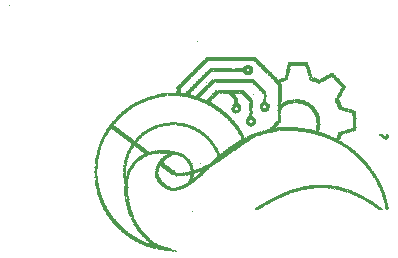
<source format=gbo>
G75*
%MOIN*%
%OFA0B0*%
%FSLAX25Y25*%
%IPPOS*%
%LPD*%
%AMOC8*
5,1,8,0,0,1.08239X$1,22.5*
%
%ADD10R,0.00100X0.00100*%
%ADD11R,0.00400X0.00100*%
%ADD12R,0.00200X0.00100*%
%ADD13R,0.00300X0.00100*%
%ADD14R,0.00700X0.00100*%
%ADD15R,0.00500X0.00100*%
%ADD16R,0.00900X0.00100*%
%ADD17R,0.00800X0.00100*%
%ADD18R,0.00600X0.00100*%
%ADD19R,0.01000X0.00100*%
%ADD20R,0.02700X0.00100*%
%ADD21R,0.01800X0.00100*%
%ADD22R,0.01300X0.00100*%
%ADD23R,0.02000X0.00100*%
%ADD24R,0.03300X0.00100*%
%ADD25R,0.01900X0.00100*%
%ADD26R,0.01100X0.00100*%
%ADD27R,0.01600X0.00100*%
%ADD28R,0.02200X0.00100*%
%ADD29R,0.01500X0.00100*%
%ADD30R,0.01700X0.00100*%
%ADD31R,0.01200X0.00100*%
%ADD32R,0.01400X0.00100*%
%ADD33R,0.05200X0.00100*%
%ADD34R,0.04800X0.00100*%
%ADD35R,0.04900X0.00100*%
%ADD36R,0.05300X0.00100*%
%ADD37R,0.05000X0.00100*%
%ADD38R,0.02300X0.00100*%
%ADD39R,0.04200X0.00100*%
%ADD40R,0.06400X0.00100*%
%ADD41R,0.06600X0.00100*%
%ADD42R,0.07300X0.00100*%
%ADD43R,0.07000X0.00100*%
%ADD44R,0.04100X0.00100*%
%ADD45R,0.02600X0.00100*%
%ADD46R,0.02500X0.00100*%
%ADD47R,0.02900X0.00100*%
%ADD48R,0.08100X0.00100*%
%ADD49R,0.08300X0.00100*%
%ADD50R,0.12200X0.00100*%
%ADD51R,0.13700X0.00100*%
%ADD52R,0.13800X0.00100*%
%ADD53R,0.13600X0.00100*%
%ADD54R,0.13900X0.00100*%
%ADD55R,0.12900X0.00100*%
%ADD56R,0.09800X0.00100*%
%ADD57R,0.09600X0.00100*%
%ADD58R,0.10700X0.00100*%
%ADD59R,0.10400X0.00100*%
%ADD60R,0.02400X0.00100*%
%ADD61R,0.05700X0.00100*%
%ADD62R,0.05900X0.00100*%
%ADD63R,0.05600X0.00100*%
%ADD64R,0.05800X0.00100*%
%ADD65R,0.16100X0.00100*%
%ADD66R,0.16200X0.00100*%
%ADD67R,0.16000X0.00100*%
%ADD68R,0.16300X0.00100*%
%ADD69R,0.15300X0.00100*%
%ADD70R,0.15200X0.00100*%
D10*
X0305500Y0313000D03*
X0305700Y0312900D03*
X0305800Y0312800D03*
X0305900Y0312900D03*
X0306000Y0312800D03*
X0306000Y0312700D03*
X0306100Y0312600D03*
X0306200Y0312700D03*
X0306100Y0312900D03*
X0306100Y0313100D03*
X0305900Y0313100D03*
X0305900Y0313700D03*
X0306100Y0313700D03*
X0305900Y0314000D03*
X0305600Y0314200D03*
X0305500Y0314300D03*
X0305300Y0314400D03*
X0305100Y0314400D03*
X0304900Y0314400D03*
X0305000Y0314600D03*
X0304800Y0314800D03*
X0304700Y0314900D03*
X0304300Y0315200D03*
X0304000Y0315400D03*
X0303800Y0315500D03*
X0303700Y0315600D03*
X0303600Y0315700D03*
X0303500Y0315800D03*
X0303400Y0315600D03*
X0303200Y0315500D03*
X0303000Y0315400D03*
X0302900Y0315500D03*
X0302800Y0315300D03*
X0302700Y0315200D03*
X0302800Y0315100D03*
X0302900Y0315200D03*
X0303100Y0314900D03*
X0303200Y0314800D03*
X0303300Y0314900D03*
X0303300Y0314700D03*
X0303500Y0314700D03*
X0303400Y0315100D03*
X0303700Y0315200D03*
X0303300Y0316000D03*
X0303200Y0316100D03*
X0303100Y0316200D03*
X0303000Y0316300D03*
X0302800Y0316300D03*
X0302800Y0316500D03*
X0302600Y0316700D03*
X0302500Y0316800D03*
X0302300Y0316800D03*
X0302200Y0316700D03*
X0301900Y0316700D03*
X0301800Y0316600D03*
X0301700Y0316700D03*
X0301700Y0316500D03*
X0301500Y0316500D03*
X0301400Y0316400D03*
X0301500Y0316300D03*
X0301600Y0316200D03*
X0301700Y0316300D03*
X0301900Y0316500D03*
X0302000Y0316400D03*
X0302000Y0316300D03*
X0302100Y0316200D03*
X0302200Y0316300D03*
X0302200Y0316400D03*
X0302300Y0316200D03*
X0302300Y0316000D03*
X0302200Y0315900D03*
X0302100Y0316000D03*
X0302000Y0316100D03*
X0301900Y0316000D03*
X0302100Y0315800D03*
X0302300Y0315800D03*
X0302500Y0315900D03*
X0302600Y0315700D03*
X0302200Y0315600D03*
X0302500Y0316300D03*
X0302500Y0316500D03*
X0302300Y0317000D03*
X0302000Y0317300D03*
X0301800Y0317500D03*
X0301700Y0317300D03*
X0301700Y0317100D03*
X0301500Y0317000D03*
X0301400Y0317100D03*
X0301400Y0317200D03*
X0301200Y0317200D03*
X0301200Y0317100D03*
X0301300Y0317000D03*
X0301200Y0316900D03*
X0301100Y0316800D03*
X0301200Y0316700D03*
X0301300Y0316800D03*
X0301400Y0316700D03*
X0301500Y0316800D03*
X0301300Y0316600D03*
X0300900Y0316900D03*
X0301000Y0317100D03*
X0301100Y0317400D03*
X0301100Y0317500D03*
X0300900Y0317500D03*
X0300800Y0317400D03*
X0300600Y0317500D03*
X0300500Y0317600D03*
X0300400Y0317700D03*
X0300300Y0317600D03*
X0300400Y0317500D03*
X0300600Y0317800D03*
X0300500Y0318000D03*
X0300300Y0318200D03*
X0300300Y0318300D03*
X0300500Y0318300D03*
X0300600Y0318500D03*
X0300600Y0318600D03*
X0300700Y0318700D03*
X0300700Y0318800D03*
X0300800Y0318600D03*
X0300900Y0318500D03*
X0301000Y0318400D03*
X0301100Y0318200D03*
X0301000Y0318000D03*
X0300800Y0317900D03*
X0300700Y0318400D03*
X0300100Y0318200D03*
X0300200Y0318000D03*
X0300100Y0317900D03*
X0300000Y0318000D03*
X0299900Y0318100D03*
X0299800Y0318200D03*
X0299500Y0318800D03*
X0299400Y0318900D03*
X0299500Y0319000D03*
X0299400Y0319100D03*
X0299300Y0319300D03*
X0299200Y0319400D03*
X0299000Y0319300D03*
X0298700Y0319700D03*
X0298600Y0319800D03*
X0298700Y0319900D03*
X0298800Y0319800D03*
X0299100Y0320000D03*
X0299100Y0320100D03*
X0299100Y0320200D03*
X0298900Y0320200D03*
X0298700Y0320200D03*
X0298700Y0320300D03*
X0298500Y0320400D03*
X0298500Y0320500D03*
X0298400Y0320700D03*
X0298200Y0320700D03*
X0298100Y0320800D03*
X0298000Y0320900D03*
X0298000Y0321000D03*
X0297800Y0321000D03*
X0297800Y0321100D03*
X0297700Y0321400D03*
X0297600Y0321500D03*
X0297500Y0321600D03*
X0297500Y0321700D03*
X0297400Y0321800D03*
X0297300Y0322000D03*
X0297300Y0322200D03*
X0297200Y0322300D03*
X0297100Y0322200D03*
X0297000Y0322400D03*
X0296900Y0322600D03*
X0297100Y0322600D03*
X0297000Y0322800D03*
X0297200Y0322800D03*
X0297200Y0322900D03*
X0297100Y0323000D03*
X0297100Y0323200D03*
X0297100Y0323400D03*
X0297300Y0323400D03*
X0297500Y0323400D03*
X0297600Y0323500D03*
X0297200Y0323700D03*
X0297100Y0323900D03*
X0297200Y0324100D03*
X0297000Y0324300D03*
X0297000Y0324500D03*
X0296800Y0324500D03*
X0296700Y0324600D03*
X0296700Y0324700D03*
X0296900Y0324800D03*
X0296600Y0324500D03*
X0296500Y0324600D03*
X0296400Y0324700D03*
X0296400Y0324800D03*
X0296300Y0325000D03*
X0296200Y0325100D03*
X0296100Y0325000D03*
X0296100Y0324900D03*
X0296100Y0324800D03*
X0296100Y0324700D03*
X0296300Y0324600D03*
X0296000Y0324500D03*
X0295900Y0324800D03*
X0295900Y0324900D03*
X0295800Y0325100D03*
X0296000Y0325200D03*
X0296100Y0325300D03*
X0296100Y0325400D03*
X0296000Y0325700D03*
X0296000Y0325800D03*
X0296000Y0325900D03*
X0296200Y0325900D03*
X0296200Y0326000D03*
X0296300Y0326200D03*
X0296400Y0325900D03*
X0296500Y0325700D03*
X0296500Y0325500D03*
X0296600Y0325400D03*
X0296700Y0325200D03*
X0296400Y0324300D03*
X0296300Y0324200D03*
X0296300Y0324100D03*
X0296500Y0324100D03*
X0296600Y0324200D03*
X0296700Y0324100D03*
X0296800Y0324200D03*
X0296900Y0324100D03*
X0296800Y0324000D03*
X0296400Y0323800D03*
X0296500Y0323500D03*
X0296800Y0323400D03*
X0296900Y0323300D03*
X0296900Y0323200D03*
X0296700Y0323200D03*
X0296700Y0323000D03*
X0297300Y0323000D03*
X0297400Y0322900D03*
X0297500Y0323000D03*
X0297600Y0322900D03*
X0297800Y0323000D03*
X0297900Y0322800D03*
X0297800Y0322700D03*
X0297900Y0322600D03*
X0298000Y0322700D03*
X0298000Y0322500D03*
X0298100Y0322400D03*
X0298200Y0322300D03*
X0298300Y0322200D03*
X0298100Y0322100D03*
X0298200Y0322000D03*
X0298200Y0321900D03*
X0298300Y0321800D03*
X0298400Y0321900D03*
X0298400Y0322000D03*
X0298500Y0321800D03*
X0298400Y0321700D03*
X0298300Y0321600D03*
X0298200Y0321700D03*
X0298100Y0321600D03*
X0298000Y0321700D03*
X0297800Y0321700D03*
X0297800Y0321500D03*
X0297900Y0321400D03*
X0298100Y0321300D03*
X0298200Y0321000D03*
X0298400Y0321100D03*
X0298600Y0321200D03*
X0298700Y0321400D03*
X0298800Y0321300D03*
X0298900Y0321200D03*
X0298600Y0321600D03*
X0298600Y0321700D03*
X0297900Y0322000D03*
X0297900Y0322100D03*
X0297900Y0322300D03*
X0297700Y0322300D03*
X0297600Y0322400D03*
X0297500Y0322500D03*
X0297400Y0322400D03*
X0297500Y0322300D03*
X0297500Y0322200D03*
X0297500Y0322100D03*
X0297700Y0322500D03*
X0297000Y0323600D03*
X0295800Y0325700D03*
X0295800Y0325900D03*
X0295700Y0326100D03*
X0295700Y0326200D03*
X0295600Y0326300D03*
X0295500Y0326200D03*
X0295500Y0326100D03*
X0295600Y0326000D03*
X0295500Y0325900D03*
X0295600Y0325700D03*
X0295600Y0325600D03*
X0295400Y0326300D03*
X0295400Y0326400D03*
X0295600Y0326500D03*
X0295800Y0326500D03*
X0295500Y0326700D03*
X0295500Y0326800D03*
X0295600Y0327000D03*
X0295700Y0327100D03*
X0295500Y0327200D03*
X0295600Y0327400D03*
X0295600Y0327500D03*
X0295600Y0327700D03*
X0295400Y0327700D03*
X0295400Y0327600D03*
X0295400Y0327500D03*
X0295800Y0327500D03*
X0295900Y0327300D03*
X0296100Y0326900D03*
X0296000Y0326800D03*
X0296200Y0326700D03*
X0295300Y0326900D03*
X0295300Y0327000D03*
X0295200Y0327100D03*
X0295100Y0327000D03*
X0295200Y0326700D03*
X0295000Y0327400D03*
X0294900Y0327700D03*
X0294900Y0327800D03*
X0294800Y0328000D03*
X0294700Y0328300D03*
X0294800Y0328500D03*
X0295000Y0328700D03*
X0295000Y0328900D03*
X0294800Y0328900D03*
X0294700Y0329200D03*
X0294700Y0329300D03*
X0294700Y0329400D03*
X0294500Y0329400D03*
X0294500Y0329500D03*
X0294500Y0329300D03*
X0294500Y0329700D03*
X0294500Y0329800D03*
X0294500Y0329900D03*
X0294400Y0330200D03*
X0294600Y0330400D03*
X0294600Y0330500D03*
X0294700Y0330600D03*
X0294700Y0330700D03*
X0294700Y0330800D03*
X0294700Y0330900D03*
X0294800Y0331000D03*
X0294700Y0331200D03*
X0294700Y0331300D03*
X0294700Y0331400D03*
X0294700Y0331500D03*
X0294700Y0331600D03*
X0294800Y0331800D03*
X0294900Y0331400D03*
X0295000Y0331300D03*
X0294900Y0331200D03*
X0294500Y0331200D03*
X0294500Y0331300D03*
X0294500Y0331400D03*
X0294300Y0331200D03*
X0294300Y0331100D03*
X0294300Y0331000D03*
X0294200Y0330900D03*
X0294200Y0330800D03*
X0294500Y0330900D03*
X0294500Y0331000D03*
X0294200Y0331500D03*
X0294200Y0331600D03*
X0294100Y0331700D03*
X0294200Y0331800D03*
X0294100Y0332800D03*
X0294000Y0332900D03*
X0294000Y0333000D03*
X0294000Y0333100D03*
X0294200Y0333100D03*
X0294200Y0333000D03*
X0294200Y0332900D03*
X0294400Y0332800D03*
X0294500Y0333000D03*
X0294500Y0333100D03*
X0294400Y0333200D03*
X0294400Y0333400D03*
X0294400Y0333500D03*
X0294600Y0333500D03*
X0294600Y0333400D03*
X0294600Y0333300D03*
X0294700Y0333200D03*
X0294700Y0333100D03*
X0294800Y0332900D03*
X0294800Y0332800D03*
X0294100Y0333800D03*
X0294100Y0333900D03*
X0294100Y0334200D03*
X0294100Y0334300D03*
X0294100Y0334400D03*
X0294100Y0334700D03*
X0294100Y0334800D03*
X0293900Y0334800D03*
X0293900Y0334700D03*
X0294100Y0335100D03*
X0294100Y0335200D03*
X0294100Y0335300D03*
X0294100Y0335600D03*
X0294100Y0335700D03*
X0294100Y0336100D03*
X0294000Y0336400D03*
X0294200Y0336400D03*
X0294300Y0336600D03*
X0294700Y0336700D03*
X0294800Y0336400D03*
X0294700Y0336300D03*
X0294700Y0336000D03*
X0294800Y0337600D03*
X0294800Y0337700D03*
X0294800Y0337800D03*
X0294700Y0337900D03*
X0294700Y0338000D03*
X0294700Y0338100D03*
X0294700Y0338200D03*
X0294700Y0338300D03*
X0294800Y0338400D03*
X0294700Y0338600D03*
X0294700Y0338700D03*
X0294700Y0338800D03*
X0294700Y0338900D03*
X0294600Y0339000D03*
X0294600Y0339100D03*
X0294700Y0339200D03*
X0294800Y0339100D03*
X0294800Y0339000D03*
X0295000Y0339000D03*
X0295000Y0339100D03*
X0295000Y0339200D03*
X0295100Y0339300D03*
X0295100Y0339400D03*
X0294900Y0339400D03*
X0295000Y0339600D03*
X0295100Y0339700D03*
X0295000Y0339800D03*
X0294800Y0339800D03*
X0294500Y0339800D03*
X0294500Y0339700D03*
X0294500Y0339600D03*
X0294400Y0339300D03*
X0294200Y0338700D03*
X0294200Y0338600D03*
X0294300Y0338500D03*
X0294300Y0338400D03*
X0294300Y0338300D03*
X0294500Y0338300D03*
X0294500Y0338200D03*
X0294500Y0338100D03*
X0294200Y0338000D03*
X0294200Y0337900D03*
X0294100Y0337800D03*
X0294200Y0337700D03*
X0294500Y0338500D03*
X0294500Y0338600D03*
X0294900Y0338800D03*
X0294900Y0338200D03*
X0295200Y0339900D03*
X0295200Y0340000D03*
X0295300Y0340200D03*
X0295200Y0340300D03*
X0295000Y0340300D03*
X0294800Y0340500D03*
X0294700Y0340300D03*
X0294700Y0340200D03*
X0294700Y0340100D03*
X0294500Y0340100D03*
X0294500Y0340200D03*
X0294500Y0340000D03*
X0295100Y0340700D03*
X0295200Y0340900D03*
X0295300Y0341000D03*
X0295400Y0340900D03*
X0295500Y0341000D03*
X0295500Y0341200D03*
X0295500Y0341300D03*
X0295400Y0341500D03*
X0295600Y0341500D03*
X0295600Y0341800D03*
X0295400Y0341800D03*
X0295400Y0341900D03*
X0295400Y0342000D03*
X0295600Y0342200D03*
X0295500Y0342300D03*
X0295300Y0342500D03*
X0295300Y0342600D03*
X0295300Y0342700D03*
X0295200Y0342800D03*
X0295300Y0342900D03*
X0295400Y0343100D03*
X0295400Y0343200D03*
X0295500Y0343300D03*
X0295500Y0343400D03*
X0295600Y0343500D03*
X0295500Y0343600D03*
X0295800Y0343600D03*
X0295800Y0343500D03*
X0295800Y0343400D03*
X0295900Y0343800D03*
X0295900Y0343900D03*
X0296100Y0343800D03*
X0296300Y0343800D03*
X0296300Y0343700D03*
X0296200Y0344000D03*
X0296100Y0344100D03*
X0296100Y0344200D03*
X0296000Y0344300D03*
X0296000Y0344400D03*
X0296100Y0344500D03*
X0296100Y0344600D03*
X0296100Y0344700D03*
X0296100Y0344800D03*
X0296000Y0344900D03*
X0296000Y0345000D03*
X0296100Y0345100D03*
X0296100Y0345200D03*
X0296300Y0345200D03*
X0296300Y0345100D03*
X0296500Y0345100D03*
X0296500Y0345200D03*
X0296500Y0345000D03*
X0296700Y0345000D03*
X0296800Y0345200D03*
X0296800Y0345300D03*
X0296900Y0345400D03*
X0296900Y0345500D03*
X0296600Y0345400D03*
X0296400Y0345700D03*
X0296500Y0346100D03*
X0296600Y0346200D03*
X0296700Y0346300D03*
X0296700Y0346500D03*
X0297000Y0346700D03*
X0297100Y0346800D03*
X0297100Y0346900D03*
X0296900Y0346900D03*
X0297000Y0347100D03*
X0297100Y0347300D03*
X0297200Y0347200D03*
X0297300Y0347300D03*
X0297300Y0347500D03*
X0297300Y0347600D03*
X0297500Y0347500D03*
X0297500Y0347800D03*
X0297600Y0348000D03*
X0297700Y0348100D03*
X0297800Y0348000D03*
X0297900Y0348100D03*
X0298000Y0348000D03*
X0298200Y0348000D03*
X0298300Y0347800D03*
X0298500Y0348000D03*
X0298400Y0348200D03*
X0298600Y0348200D03*
X0298800Y0348700D03*
X0298900Y0348800D03*
X0299000Y0348900D03*
X0299000Y0349000D03*
X0299000Y0349200D03*
X0298900Y0349300D03*
X0298700Y0349300D03*
X0298700Y0349200D03*
X0298500Y0349100D03*
X0298500Y0349000D03*
X0298700Y0348900D03*
X0298800Y0349000D03*
X0299200Y0349100D03*
X0299300Y0349200D03*
X0299400Y0349300D03*
X0299500Y0349500D03*
X0299600Y0349400D03*
X0299600Y0349200D03*
X0300000Y0349300D03*
X0300100Y0349400D03*
X0300200Y0349300D03*
X0300000Y0349500D03*
X0300300Y0349000D03*
X0300300Y0348800D03*
X0300600Y0348600D03*
X0300700Y0348500D03*
X0300800Y0348400D03*
X0301100Y0348600D03*
X0301100Y0348100D03*
X0301500Y0347800D03*
X0301700Y0347800D03*
X0301700Y0347700D03*
X0301900Y0347900D03*
X0302000Y0347800D03*
X0302100Y0347600D03*
X0302100Y0347500D03*
X0302200Y0348100D03*
X0302600Y0348200D03*
X0302800Y0348200D03*
X0302900Y0348300D03*
X0303000Y0348200D03*
X0302800Y0348000D03*
X0302900Y0347900D03*
X0303100Y0347900D03*
X0303200Y0347700D03*
X0303400Y0347900D03*
X0303500Y0347800D03*
X0303800Y0347500D03*
X0304000Y0347500D03*
X0304000Y0347200D03*
X0303500Y0346800D03*
X0303300Y0346700D03*
X0303200Y0346800D03*
X0303100Y0346700D03*
X0303100Y0346600D03*
X0303200Y0346500D03*
X0303400Y0346400D03*
X0303500Y0346500D03*
X0303800Y0346100D03*
X0303900Y0346000D03*
X0304000Y0346300D03*
X0304600Y0346600D03*
X0304800Y0346500D03*
X0304900Y0346600D03*
X0305000Y0346700D03*
X0305100Y0346600D03*
X0305000Y0346500D03*
X0304700Y0346400D03*
X0304600Y0346900D03*
X0304800Y0346900D03*
X0305400Y0346400D03*
X0305500Y0346300D03*
X0305700Y0346200D03*
X0305800Y0346100D03*
X0305900Y0345800D03*
X0305800Y0345700D03*
X0305900Y0345600D03*
X0306000Y0345700D03*
X0306200Y0345800D03*
X0306200Y0345600D03*
X0306100Y0345400D03*
X0306000Y0345300D03*
X0305900Y0344900D03*
X0305900Y0344800D03*
X0305700Y0344800D03*
X0305700Y0344900D03*
X0305700Y0344700D03*
X0305500Y0344800D03*
X0305400Y0344900D03*
X0305100Y0345100D03*
X0305200Y0345500D03*
X0305400Y0345600D03*
X0305500Y0345700D03*
X0305400Y0345800D03*
X0305500Y0345300D03*
X0306100Y0344900D03*
X0306200Y0344700D03*
X0306100Y0344600D03*
X0305900Y0344600D03*
X0306200Y0344400D03*
X0306100Y0344300D03*
X0306300Y0344200D03*
X0306400Y0344100D03*
X0306500Y0344200D03*
X0306600Y0344100D03*
X0306700Y0344200D03*
X0306600Y0344400D03*
X0306600Y0344500D03*
X0306400Y0344500D03*
X0306700Y0344700D03*
X0306700Y0344800D03*
X0306900Y0344800D03*
X0307100Y0344800D03*
X0307100Y0344900D03*
X0307300Y0344900D03*
X0307300Y0344800D03*
X0307500Y0344900D03*
X0307600Y0344800D03*
X0307800Y0344900D03*
X0307700Y0345100D03*
X0307900Y0345100D03*
X0308100Y0345200D03*
X0308200Y0345300D03*
X0308300Y0345200D03*
X0308400Y0345400D03*
X0308500Y0345500D03*
X0308200Y0345500D03*
X0308100Y0345800D03*
X0307900Y0345800D03*
X0307900Y0345600D03*
X0307700Y0345600D03*
X0307600Y0345400D03*
X0307600Y0345300D03*
X0307500Y0345200D03*
X0307400Y0345300D03*
X0307800Y0345400D03*
X0308000Y0346000D03*
X0308100Y0346100D03*
X0308300Y0346300D03*
X0308500Y0346300D03*
X0308600Y0346200D03*
X0308800Y0346200D03*
X0308600Y0346000D03*
X0308500Y0345900D03*
X0308400Y0345800D03*
X0308700Y0345900D03*
X0309100Y0346100D03*
X0309100Y0346600D03*
X0308900Y0346600D03*
X0308900Y0346700D03*
X0308800Y0346800D03*
X0309100Y0346900D03*
X0309300Y0346900D03*
X0309400Y0347000D03*
X0309400Y0347200D03*
X0309500Y0347400D03*
X0309600Y0347500D03*
X0309700Y0347400D03*
X0309800Y0347500D03*
X0309900Y0347600D03*
X0310000Y0347500D03*
X0309900Y0347400D03*
X0309800Y0347300D03*
X0309700Y0347200D03*
X0309700Y0347000D03*
X0309600Y0346900D03*
X0309800Y0346900D03*
X0309900Y0347000D03*
X0310200Y0347000D03*
X0310300Y0347100D03*
X0310200Y0347200D03*
X0310400Y0347200D03*
X0310600Y0347300D03*
X0310400Y0347700D03*
X0310200Y0347800D03*
X0310000Y0347800D03*
X0310100Y0347400D03*
X0310000Y0347300D03*
X0309600Y0346700D03*
X0309400Y0346500D03*
X0309500Y0346400D03*
X0309200Y0347100D03*
X0308600Y0346500D03*
X0307900Y0344500D03*
X0308000Y0344300D03*
X0307900Y0344200D03*
X0308100Y0344200D03*
X0308200Y0344300D03*
X0308300Y0344200D03*
X0308200Y0344000D03*
X0308600Y0344000D03*
X0308700Y0343900D03*
X0308800Y0343400D03*
X0309200Y0343300D03*
X0309200Y0343100D03*
X0309300Y0343000D03*
X0309300Y0342900D03*
X0309200Y0342500D03*
X0309100Y0342300D03*
X0308800Y0342300D03*
X0308700Y0342400D03*
X0308400Y0342700D03*
X0308500Y0342800D03*
X0308300Y0343000D03*
X0308100Y0342900D03*
X0308000Y0343000D03*
X0307400Y0343700D03*
X0307300Y0343800D03*
X0307200Y0343900D03*
X0307100Y0343800D03*
X0306900Y0343800D03*
X0306900Y0343900D03*
X0306700Y0343900D03*
X0306500Y0344000D03*
X0306300Y0343800D03*
X0306500Y0343700D03*
X0306700Y0343500D03*
X0306900Y0343500D03*
X0307000Y0343600D03*
X0306800Y0343700D03*
X0306800Y0343300D03*
X0306700Y0343100D03*
X0306600Y0342900D03*
X0306400Y0343100D03*
X0306100Y0343000D03*
X0305800Y0342900D03*
X0305800Y0342600D03*
X0305800Y0342300D03*
X0305800Y0342200D03*
X0305600Y0342200D03*
X0305400Y0342200D03*
X0305300Y0342100D03*
X0305500Y0342400D03*
X0306100Y0342400D03*
X0306400Y0342600D03*
X0306000Y0343400D03*
X0307200Y0343500D03*
X0307500Y0343800D03*
X0306600Y0345500D03*
X0306500Y0345600D03*
X0303200Y0347000D03*
X0302900Y0347000D03*
X0302800Y0346900D03*
X0302900Y0346800D03*
X0302600Y0347100D03*
X0302900Y0347300D03*
X0302600Y0348500D03*
X0302500Y0348600D03*
X0302200Y0348800D03*
X0302100Y0348900D03*
X0302000Y0349000D03*
X0301900Y0349100D03*
X0301800Y0349200D03*
X0301600Y0349200D03*
X0301500Y0349300D03*
X0301400Y0349400D03*
X0301400Y0349200D03*
X0301800Y0349000D03*
X0302000Y0348800D03*
X0300900Y0349700D03*
X0300800Y0349900D03*
X0300700Y0349800D03*
X0300000Y0350400D03*
X0300200Y0350700D03*
X0300100Y0350900D03*
X0300000Y0351000D03*
X0299900Y0351100D03*
X0299800Y0351000D03*
X0299700Y0351100D03*
X0299800Y0351300D03*
X0299900Y0351400D03*
X0300000Y0351500D03*
X0300200Y0351500D03*
X0300200Y0351400D03*
X0300100Y0351300D03*
X0300400Y0351100D03*
X0300500Y0351200D03*
X0300700Y0351300D03*
X0300800Y0351200D03*
X0300900Y0351300D03*
X0301000Y0351400D03*
X0301200Y0351700D03*
X0301300Y0351800D03*
X0301400Y0351900D03*
X0301500Y0352100D03*
X0301600Y0352200D03*
X0301800Y0352300D03*
X0301900Y0352400D03*
X0301800Y0352500D03*
X0301900Y0352600D03*
X0301800Y0352700D03*
X0301900Y0352800D03*
X0302000Y0352900D03*
X0301900Y0353000D03*
X0302000Y0353100D03*
X0301900Y0353200D03*
X0301800Y0353300D03*
X0301700Y0353400D03*
X0301900Y0353500D03*
X0302300Y0353700D03*
X0302200Y0353900D03*
X0302600Y0353800D03*
X0302800Y0353800D03*
X0302900Y0353700D03*
X0302800Y0353600D03*
X0302700Y0353500D03*
X0302600Y0353400D03*
X0302800Y0353400D03*
X0303000Y0353500D03*
X0303000Y0353600D03*
X0303100Y0353700D03*
X0303100Y0353800D03*
X0303100Y0354000D03*
X0303000Y0354100D03*
X0303100Y0354200D03*
X0303200Y0354100D03*
X0303400Y0354000D03*
X0303500Y0353900D03*
X0303400Y0353800D03*
X0303300Y0353700D03*
X0303200Y0353600D03*
X0302900Y0354000D03*
X0302700Y0354000D03*
X0302700Y0354300D03*
X0302800Y0354400D03*
X0303100Y0354600D03*
X0303200Y0354700D03*
X0303300Y0354800D03*
X0303500Y0354800D03*
X0303300Y0354600D03*
X0303400Y0354400D03*
X0303600Y0354500D03*
X0303800Y0354700D03*
X0303800Y0354800D03*
X0303800Y0355000D03*
X0303900Y0355100D03*
X0303900Y0355200D03*
X0304000Y0355000D03*
X0304000Y0354800D03*
X0303900Y0354600D03*
X0304000Y0354500D03*
X0304200Y0354500D03*
X0304200Y0354600D03*
X0304300Y0354700D03*
X0304400Y0354600D03*
X0304500Y0354700D03*
X0304600Y0354900D03*
X0304700Y0355100D03*
X0304800Y0355200D03*
X0304800Y0355300D03*
X0304600Y0355400D03*
X0304400Y0355600D03*
X0304500Y0355700D03*
X0304600Y0355800D03*
X0304800Y0356000D03*
X0305100Y0356000D03*
X0305100Y0355900D03*
X0305300Y0355900D03*
X0305700Y0355700D03*
X0305900Y0355900D03*
X0306000Y0356000D03*
X0305800Y0356100D03*
X0305900Y0356300D03*
X0305900Y0356600D03*
X0306000Y0356800D03*
X0306100Y0356900D03*
X0306200Y0356800D03*
X0306500Y0356800D03*
X0306600Y0356900D03*
X0306600Y0357200D03*
X0306800Y0357200D03*
X0307300Y0356700D03*
X0307400Y0356800D03*
X0307600Y0357300D03*
X0307700Y0357500D03*
X0307600Y0357600D03*
X0307500Y0357700D03*
X0307600Y0357800D03*
X0307700Y0357700D03*
X0307800Y0357800D03*
X0307800Y0357600D03*
X0308000Y0357400D03*
X0308100Y0357600D03*
X0308200Y0357700D03*
X0308300Y0357300D03*
X0308500Y0357400D03*
X0308600Y0357500D03*
X0308800Y0357500D03*
X0309000Y0357600D03*
X0309000Y0357900D03*
X0308900Y0358100D03*
X0308700Y0358300D03*
X0309100Y0358500D03*
X0309400Y0358300D03*
X0309500Y0358200D03*
X0309600Y0358300D03*
X0309800Y0358300D03*
X0309900Y0358500D03*
X0309900Y0358900D03*
X0310300Y0359000D03*
X0310800Y0358700D03*
X0310900Y0358600D03*
X0311000Y0358400D03*
X0311200Y0358500D03*
X0311300Y0358600D03*
X0311400Y0358700D03*
X0311500Y0358600D03*
X0311700Y0358900D03*
X0311800Y0358800D03*
X0312000Y0358800D03*
X0311800Y0359100D03*
X0311700Y0359200D03*
X0312000Y0359500D03*
X0312400Y0359800D03*
X0313100Y0360000D03*
X0313800Y0359900D03*
X0314000Y0359900D03*
X0314100Y0359800D03*
X0314300Y0359800D03*
X0314500Y0359900D03*
X0314700Y0359700D03*
X0314800Y0359800D03*
X0314900Y0359700D03*
X0315000Y0359800D03*
X0315100Y0359900D03*
X0315200Y0360000D03*
X0315200Y0359800D03*
X0315100Y0359700D03*
X0315400Y0359800D03*
X0315300Y0360300D03*
X0315100Y0360300D03*
X0315000Y0360500D03*
X0315100Y0360600D03*
X0315500Y0360400D03*
X0315500Y0360300D03*
X0314900Y0360000D03*
X0314800Y0359600D03*
X0314500Y0359500D03*
X0314400Y0359600D03*
X0314200Y0359600D03*
X0313700Y0359600D03*
X0313500Y0359300D03*
X0313300Y0359300D03*
X0313200Y0359200D03*
X0313000Y0359100D03*
X0312800Y0359100D03*
X0312500Y0359000D03*
X0311200Y0358900D03*
X0311200Y0358800D03*
X0311100Y0359100D03*
X0310900Y0359100D03*
X0311200Y0359400D03*
X0310500Y0358200D03*
X0310300Y0358200D03*
X0310100Y0358100D03*
X0310000Y0358000D03*
X0309900Y0358100D03*
X0309700Y0358100D03*
X0309600Y0357900D03*
X0309500Y0357800D03*
X0309300Y0357900D03*
X0307900Y0357100D03*
X0306400Y0356200D03*
X0305500Y0356500D03*
X0305300Y0355400D03*
X0305100Y0355300D03*
X0305000Y0355100D03*
X0304400Y0355100D03*
X0304200Y0355100D03*
X0304200Y0355300D03*
X0304300Y0355500D03*
X0303800Y0354200D03*
X0302500Y0353600D03*
X0302400Y0353200D03*
X0302400Y0353000D03*
X0302200Y0353000D03*
X0302100Y0352800D03*
X0302000Y0352700D03*
X0302100Y0352600D03*
X0302200Y0352700D03*
X0302000Y0352500D03*
X0301600Y0352700D03*
X0301500Y0352900D03*
X0301700Y0353000D03*
X0301300Y0352700D03*
X0301200Y0352800D03*
X0301100Y0352700D03*
X0301400Y0352500D03*
X0301200Y0352300D03*
X0301300Y0352200D03*
X0301100Y0351900D03*
X0301000Y0351800D03*
X0300800Y0351900D03*
X0300700Y0351800D03*
X0300600Y0351900D03*
X0300600Y0352000D03*
X0300400Y0352000D03*
X0300500Y0351700D03*
X0300400Y0351600D03*
X0300700Y0351100D03*
X0300300Y0350900D03*
X0300000Y0350800D03*
X0299900Y0350900D03*
X0299500Y0350700D03*
X0299400Y0350600D03*
X0299500Y0350500D03*
X0299400Y0350400D03*
X0299300Y0350200D03*
X0299200Y0350100D03*
X0299000Y0350200D03*
X0298700Y0349800D03*
X0298600Y0349700D03*
X0298700Y0349600D03*
X0298800Y0349700D03*
X0298500Y0349400D03*
X0298400Y0348800D03*
X0298200Y0348800D03*
X0298100Y0348900D03*
X0298000Y0348800D03*
X0298100Y0348700D03*
X0298000Y0348600D03*
X0298000Y0348500D03*
X0297800Y0348500D03*
X0297800Y0348400D03*
X0298200Y0348600D03*
X0298000Y0347600D03*
X0298100Y0347500D03*
X0298100Y0347300D03*
X0297800Y0347100D03*
X0297700Y0347200D03*
X0297700Y0347000D03*
X0297900Y0347000D03*
X0297300Y0346900D03*
X0297200Y0346600D03*
X0297100Y0346500D03*
X0297200Y0346200D03*
X0296800Y0346100D03*
X0296600Y0344700D03*
X0296600Y0344600D03*
X0296400Y0344700D03*
X0296300Y0344600D03*
X0296300Y0344500D03*
X0296200Y0344400D03*
X0296300Y0344200D03*
X0296500Y0344400D03*
X0295900Y0344600D03*
X0295900Y0344700D03*
X0295800Y0344400D03*
X0295900Y0343000D03*
X0295900Y0342900D03*
X0295700Y0342900D03*
X0295600Y0343000D03*
X0295500Y0342800D03*
X0295900Y0342600D03*
X0295800Y0342400D03*
X0295200Y0342400D03*
X0295100Y0342500D03*
X0295000Y0342100D03*
X0294900Y0341800D03*
X0294900Y0341700D03*
X0294800Y0341500D03*
X0295000Y0341500D03*
X0295000Y0341300D03*
X0295000Y0341200D03*
X0295100Y0341100D03*
X0295200Y0341200D03*
X0295300Y0340800D03*
X0295400Y0340700D03*
X0295400Y0340600D03*
X0295300Y0340500D03*
X0294800Y0340900D03*
X0294800Y0341000D03*
X0294700Y0341200D03*
X0299900Y0348900D03*
X0305000Y0341600D03*
X0305200Y0341700D03*
X0305300Y0341500D03*
X0305200Y0341200D03*
X0305100Y0341100D03*
X0305200Y0341000D03*
X0305300Y0341100D03*
X0305500Y0341100D03*
X0305700Y0341300D03*
X0305800Y0341500D03*
X0305800Y0341600D03*
X0305900Y0341700D03*
X0305900Y0341800D03*
X0305700Y0341800D03*
X0305000Y0341300D03*
X0305000Y0340800D03*
X0305000Y0340700D03*
X0304800Y0340700D03*
X0304800Y0340500D03*
X0304600Y0340500D03*
X0304500Y0340300D03*
X0304600Y0340100D03*
X0304400Y0339900D03*
X0304300Y0339700D03*
X0304200Y0339500D03*
X0304300Y0339400D03*
X0304400Y0339500D03*
X0304600Y0339500D03*
X0304600Y0339400D03*
X0304500Y0339100D03*
X0304400Y0338900D03*
X0304400Y0338800D03*
X0304100Y0339000D03*
X0304200Y0339200D03*
X0304000Y0338700D03*
X0304000Y0338400D03*
X0304000Y0338300D03*
X0303900Y0338100D03*
X0303800Y0337900D03*
X0303800Y0337800D03*
X0303900Y0337600D03*
X0304100Y0337600D03*
X0304400Y0337600D03*
X0304500Y0337700D03*
X0304400Y0338000D03*
X0304600Y0338000D03*
X0304600Y0338100D03*
X0304500Y0338200D03*
X0304400Y0338400D03*
X0304600Y0338400D03*
X0304700Y0338300D03*
X0304100Y0337900D03*
X0304100Y0336700D03*
X0304300Y0336700D03*
X0304100Y0336500D03*
X0304300Y0336400D03*
X0304300Y0336300D03*
X0304100Y0336200D03*
X0304100Y0336000D03*
X0304300Y0336000D03*
X0304300Y0335900D03*
X0304100Y0335700D03*
X0304100Y0335600D03*
X0304100Y0335500D03*
X0303900Y0335500D03*
X0303900Y0335600D03*
X0303900Y0335700D03*
X0303700Y0335700D03*
X0303700Y0335800D03*
X0303700Y0335400D03*
X0303700Y0335300D03*
X0303700Y0335200D03*
X0303500Y0335200D03*
X0303500Y0335300D03*
X0303900Y0335300D03*
X0303900Y0335400D03*
X0303900Y0335200D03*
X0304100Y0334800D03*
X0304100Y0334700D03*
X0303900Y0334300D03*
X0303900Y0334200D03*
X0303900Y0334100D03*
X0303900Y0334000D03*
X0303700Y0334000D03*
X0303500Y0334000D03*
X0303500Y0334300D03*
X0303700Y0334300D03*
X0303700Y0333600D03*
X0303800Y0333500D03*
X0303600Y0333300D03*
X0303500Y0333500D03*
X0303900Y0333200D03*
X0304100Y0333100D03*
X0304300Y0333200D03*
X0304100Y0333400D03*
X0304200Y0333600D03*
X0304200Y0333700D03*
X0304800Y0333600D03*
X0305000Y0333800D03*
X0305100Y0333900D03*
X0305100Y0334000D03*
X0304900Y0334100D03*
X0304700Y0334100D03*
X0304800Y0333900D03*
X0305200Y0333800D03*
X0305300Y0333700D03*
X0305100Y0333600D03*
X0305500Y0333800D03*
X0305400Y0334200D03*
X0305600Y0334200D03*
X0305600Y0334600D03*
X0305600Y0334700D03*
X0305800Y0334800D03*
X0305900Y0335000D03*
X0305700Y0335200D03*
X0305700Y0335300D03*
X0305500Y0335300D03*
X0305500Y0335200D03*
X0305400Y0335500D03*
X0305300Y0335600D03*
X0305500Y0335800D03*
X0305600Y0335900D03*
X0305600Y0335600D03*
X0305900Y0335600D03*
X0306000Y0335800D03*
X0306000Y0336000D03*
X0305900Y0336100D03*
X0305800Y0336200D03*
X0305700Y0336300D03*
X0305800Y0336400D03*
X0306000Y0336700D03*
X0306200Y0336700D03*
X0306200Y0336900D03*
X0306300Y0337100D03*
X0306400Y0337200D03*
X0306500Y0337300D03*
X0306700Y0337400D03*
X0306900Y0337600D03*
X0306800Y0337700D03*
X0306900Y0337800D03*
X0306800Y0337900D03*
X0306900Y0338000D03*
X0307000Y0338100D03*
X0307100Y0338200D03*
X0307200Y0338300D03*
X0307300Y0338200D03*
X0307400Y0338300D03*
X0307400Y0338400D03*
X0307400Y0338600D03*
X0307600Y0338300D03*
X0307800Y0338300D03*
X0307900Y0338400D03*
X0307800Y0338500D03*
X0308000Y0338500D03*
X0308200Y0338400D03*
X0308200Y0338200D03*
X0307900Y0338200D03*
X0307700Y0337900D03*
X0307500Y0337900D03*
X0307500Y0337800D03*
X0307400Y0337700D03*
X0307500Y0337600D03*
X0307600Y0337700D03*
X0307400Y0338000D03*
X0307300Y0337900D03*
X0307200Y0338100D03*
X0307100Y0338000D03*
X0307100Y0337500D03*
X0307000Y0337100D03*
X0307100Y0337000D03*
X0307000Y0336900D03*
X0306900Y0336800D03*
X0306800Y0336900D03*
X0306700Y0336800D03*
X0306600Y0336700D03*
X0306800Y0336700D03*
X0306700Y0336500D03*
X0306600Y0336400D03*
X0306500Y0336900D03*
X0306100Y0335500D03*
X0306000Y0335400D03*
X0305400Y0334900D03*
X0305200Y0334900D03*
X0305100Y0335000D03*
X0305000Y0334800D03*
X0305100Y0334700D03*
X0305000Y0334500D03*
X0305200Y0334500D03*
X0305000Y0334300D03*
X0305100Y0332700D03*
X0304900Y0332300D03*
X0305000Y0332100D03*
X0305000Y0332000D03*
X0305000Y0331700D03*
X0305000Y0331600D03*
X0305000Y0331500D03*
X0305000Y0331400D03*
X0304800Y0331700D03*
X0304600Y0331800D03*
X0304600Y0331900D03*
X0304300Y0331800D03*
X0304300Y0331500D03*
X0304500Y0331500D03*
X0304500Y0331400D03*
X0304600Y0331000D03*
X0304600Y0330900D03*
X0304800Y0331000D03*
X0304800Y0331100D03*
X0304900Y0330800D03*
X0304900Y0330700D03*
X0304700Y0330700D03*
X0304500Y0330700D03*
X0304300Y0330700D03*
X0304300Y0330800D03*
X0304200Y0331100D03*
X0304100Y0331200D03*
X0303900Y0331300D03*
X0303900Y0331400D03*
X0303800Y0331500D03*
X0303800Y0331600D03*
X0303700Y0331900D03*
X0303800Y0331200D03*
X0304100Y0330400D03*
X0304200Y0330300D03*
X0304200Y0330200D03*
X0304100Y0330100D03*
X0304100Y0330000D03*
X0304100Y0329900D03*
X0304100Y0329800D03*
X0303900Y0329800D03*
X0303900Y0329700D03*
X0303900Y0329600D03*
X0304200Y0329600D03*
X0304400Y0329600D03*
X0304400Y0329700D03*
X0304400Y0329800D03*
X0304600Y0329800D03*
X0304600Y0329900D03*
X0304600Y0330000D03*
X0304600Y0330100D03*
X0304600Y0330200D03*
X0304600Y0330300D03*
X0304600Y0330400D03*
X0304600Y0330500D03*
X0304400Y0330500D03*
X0304400Y0330400D03*
X0304400Y0330300D03*
X0304400Y0330200D03*
X0304800Y0330500D03*
X0304600Y0329700D03*
X0304600Y0329600D03*
X0304800Y0329300D03*
X0304800Y0329000D03*
X0304600Y0328800D03*
X0304700Y0328700D03*
X0304700Y0328600D03*
X0304700Y0328500D03*
X0304700Y0328400D03*
X0304700Y0328300D03*
X0304700Y0328200D03*
X0304700Y0328100D03*
X0304500Y0328100D03*
X0304500Y0328200D03*
X0304500Y0328000D03*
X0304600Y0327800D03*
X0304800Y0327800D03*
X0304900Y0327700D03*
X0304900Y0327600D03*
X0305000Y0327500D03*
X0304900Y0327300D03*
X0304800Y0327200D03*
X0304700Y0327300D03*
X0304600Y0327200D03*
X0304500Y0327300D03*
X0304400Y0327500D03*
X0304700Y0327600D03*
X0304900Y0328000D03*
X0304900Y0328100D03*
X0304900Y0328200D03*
X0304900Y0328600D03*
X0304900Y0328700D03*
X0304000Y0328700D03*
X0304000Y0328800D03*
X0304000Y0328900D03*
X0304000Y0329000D03*
X0304000Y0329100D03*
X0304000Y0329200D03*
X0304000Y0329300D03*
X0304000Y0328600D03*
X0304000Y0328500D03*
X0304000Y0328400D03*
X0303900Y0327900D03*
X0303900Y0327800D03*
X0304000Y0327700D03*
X0304000Y0327600D03*
X0304000Y0327400D03*
X0304000Y0327100D03*
X0304000Y0327000D03*
X0304000Y0326900D03*
X0304200Y0327100D03*
X0304500Y0326900D03*
X0304600Y0326800D03*
X0304600Y0326700D03*
X0304600Y0326600D03*
X0304700Y0326500D03*
X0304900Y0326500D03*
X0304800Y0326700D03*
X0304800Y0326800D03*
X0304700Y0326900D03*
X0304700Y0327000D03*
X0305000Y0327100D03*
X0305000Y0327200D03*
X0305100Y0326700D03*
X0305100Y0326400D03*
X0304300Y0326700D03*
X0304100Y0326500D03*
X0304100Y0326400D03*
X0304200Y0326200D03*
X0304200Y0325800D03*
X0304200Y0325700D03*
X0304200Y0325600D03*
X0304200Y0325300D03*
X0304200Y0325200D03*
X0304300Y0325000D03*
X0304300Y0324900D03*
X0304300Y0324800D03*
X0304500Y0323900D03*
X0304500Y0323800D03*
X0304600Y0323700D03*
X0304600Y0323600D03*
X0304700Y0323900D03*
X0305300Y0323900D03*
X0305300Y0323800D03*
X0305500Y0323800D03*
X0305500Y0323700D03*
X0305500Y0324000D03*
X0305500Y0324200D03*
X0305600Y0323400D03*
X0305700Y0323200D03*
X0305600Y0323100D03*
X0305600Y0322900D03*
X0305500Y0322800D03*
X0305500Y0322600D03*
X0305300Y0322600D03*
X0305300Y0322700D03*
X0305300Y0322900D03*
X0305100Y0323000D03*
X0304900Y0323100D03*
X0304700Y0323100D03*
X0304800Y0322700D03*
X0304800Y0322600D03*
X0305000Y0322400D03*
X0305100Y0322600D03*
X0305100Y0322700D03*
X0305100Y0322200D03*
X0305100Y0322100D03*
X0305200Y0321500D03*
X0305400Y0321500D03*
X0305600Y0321500D03*
X0305900Y0321500D03*
X0306300Y0321400D03*
X0306400Y0320900D03*
X0306400Y0320800D03*
X0306300Y0320700D03*
X0306500Y0320700D03*
X0306500Y0320600D03*
X0306600Y0320500D03*
X0306300Y0320500D03*
X0306200Y0320400D03*
X0306100Y0320500D03*
X0306100Y0320600D03*
X0305900Y0320600D03*
X0305900Y0320500D03*
X0305700Y0320500D03*
X0305700Y0320600D03*
X0305800Y0320700D03*
X0305800Y0320800D03*
X0305600Y0320900D03*
X0305600Y0321000D03*
X0305400Y0321000D03*
X0305400Y0320900D03*
X0305300Y0321100D03*
X0305300Y0321200D03*
X0305500Y0321200D03*
X0305500Y0320600D03*
X0305600Y0320400D03*
X0305800Y0320300D03*
X0305700Y0320200D03*
X0305700Y0320100D03*
X0305900Y0320100D03*
X0305900Y0320000D03*
X0305800Y0319900D03*
X0305900Y0319800D03*
X0306400Y0320200D03*
X0306600Y0320000D03*
X0306700Y0320100D03*
X0306700Y0320200D03*
X0306800Y0320000D03*
X0307000Y0319600D03*
X0307000Y0319400D03*
X0307000Y0319200D03*
X0307200Y0319100D03*
X0307200Y0319000D03*
X0307300Y0318900D03*
X0307300Y0318800D03*
X0307400Y0318700D03*
X0307200Y0318500D03*
X0307000Y0318500D03*
X0306900Y0318400D03*
X0306700Y0318200D03*
X0306500Y0318500D03*
X0306400Y0318600D03*
X0306400Y0318800D03*
X0306400Y0318900D03*
X0306300Y0319000D03*
X0306600Y0318800D03*
X0306600Y0318700D03*
X0306700Y0318900D03*
X0306900Y0319000D03*
X0307500Y0318400D03*
X0307800Y0317900D03*
X0307700Y0317400D03*
X0307500Y0317400D03*
X0307400Y0317300D03*
X0307200Y0317300D03*
X0307000Y0317400D03*
X0307500Y0317100D03*
X0307600Y0317000D03*
X0307400Y0316900D03*
X0307400Y0316800D03*
X0307600Y0316500D03*
X0307800Y0316500D03*
X0307700Y0316300D03*
X0307900Y0316100D03*
X0308000Y0316000D03*
X0308200Y0315800D03*
X0308300Y0315900D03*
X0308500Y0316000D03*
X0308700Y0316100D03*
X0308800Y0315900D03*
X0309100Y0315900D03*
X0309100Y0315700D03*
X0309200Y0315600D03*
X0309300Y0315500D03*
X0309400Y0315300D03*
X0309500Y0315200D03*
X0309400Y0315000D03*
X0309200Y0315200D03*
X0309000Y0315100D03*
X0308900Y0315200D03*
X0308800Y0315100D03*
X0308700Y0315200D03*
X0308600Y0315100D03*
X0308700Y0314900D03*
X0309000Y0314900D03*
X0309300Y0314600D03*
X0309400Y0314400D03*
X0309400Y0314300D03*
X0309600Y0314300D03*
X0309700Y0314200D03*
X0309800Y0314300D03*
X0309900Y0314400D03*
X0309800Y0314500D03*
X0309900Y0314600D03*
X0309800Y0314900D03*
X0309700Y0315000D03*
X0309600Y0314500D03*
X0309900Y0314200D03*
X0310000Y0314100D03*
X0310000Y0314000D03*
X0309900Y0313900D03*
X0309800Y0314000D03*
X0309600Y0314000D03*
X0309400Y0314000D03*
X0309700Y0313700D03*
X0309800Y0313600D03*
X0309900Y0313700D03*
X0310000Y0313800D03*
X0310100Y0313900D03*
X0310200Y0314000D03*
X0310300Y0313900D03*
X0310200Y0313800D03*
X0310200Y0313600D03*
X0310100Y0313500D03*
X0310000Y0313600D03*
X0310000Y0313400D03*
X0310100Y0313300D03*
X0310300Y0313300D03*
X0310400Y0313100D03*
X0310600Y0313300D03*
X0310800Y0313300D03*
X0310800Y0313200D03*
X0310700Y0313100D03*
X0310800Y0313000D03*
X0310900Y0313100D03*
X0311000Y0313200D03*
X0311100Y0313100D03*
X0311000Y0313000D03*
X0311000Y0312800D03*
X0310900Y0312700D03*
X0310800Y0312800D03*
X0310700Y0312700D03*
X0310600Y0312800D03*
X0310600Y0312900D03*
X0310800Y0312600D03*
X0311000Y0312600D03*
X0311100Y0312700D03*
X0311300Y0312700D03*
X0311600Y0312700D03*
X0311700Y0312600D03*
X0311800Y0312700D03*
X0311900Y0312800D03*
X0311900Y0312500D03*
X0311800Y0312400D03*
X0311700Y0312300D03*
X0311800Y0312200D03*
X0311900Y0312300D03*
X0312200Y0312500D03*
X0312300Y0312400D03*
X0312500Y0312100D03*
X0312400Y0312000D03*
X0312400Y0311900D03*
X0312600Y0312000D03*
X0312800Y0312000D03*
X0312900Y0311900D03*
X0313000Y0311800D03*
X0313000Y0311500D03*
X0313000Y0311400D03*
X0313200Y0311400D03*
X0313300Y0311300D03*
X0313300Y0311200D03*
X0313100Y0311200D03*
X0313100Y0311000D03*
X0313000Y0310900D03*
X0312800Y0310900D03*
X0312800Y0311200D03*
X0312700Y0311400D03*
X0312800Y0311500D03*
X0312600Y0311700D03*
X0312500Y0311600D03*
X0312300Y0311600D03*
X0312100Y0311600D03*
X0311900Y0311700D03*
X0311900Y0311900D03*
X0311700Y0311800D03*
X0311600Y0311900D03*
X0311300Y0312100D03*
X0311500Y0312300D03*
X0311500Y0312400D03*
X0311200Y0312400D03*
X0311400Y0313100D03*
X0311500Y0313200D03*
X0311100Y0313600D03*
X0311000Y0313500D03*
X0310700Y0313500D03*
X0310600Y0313900D03*
X0310700Y0314000D03*
X0310300Y0314400D03*
X0310200Y0314300D03*
X0310100Y0314200D03*
X0308400Y0315500D03*
X0308200Y0315600D03*
X0308100Y0315700D03*
X0308000Y0316300D03*
X0308100Y0316500D03*
X0308200Y0316400D03*
X0308300Y0316600D03*
X0308200Y0316700D03*
X0308300Y0316800D03*
X0308400Y0316900D03*
X0308300Y0317000D03*
X0308300Y0317100D03*
X0308200Y0317200D03*
X0308100Y0317300D03*
X0308000Y0317200D03*
X0307900Y0317300D03*
X0308100Y0317000D03*
X0307900Y0316900D03*
X0308000Y0316800D03*
X0308400Y0316700D03*
X0308500Y0316800D03*
X0308500Y0316600D03*
X0308600Y0316500D03*
X0306500Y0313600D03*
X0306800Y0313400D03*
X0306900Y0313300D03*
X0306700Y0313200D03*
X0306600Y0313000D03*
X0306800Y0313000D03*
X0306900Y0312900D03*
X0306900Y0312800D03*
X0306800Y0312700D03*
X0306700Y0312800D03*
X0306500Y0312800D03*
X0306500Y0312700D03*
X0306600Y0312600D03*
X0306500Y0312500D03*
X0306600Y0312300D03*
X0306800Y0312300D03*
X0307100Y0312300D03*
X0307100Y0312000D03*
X0307500Y0311800D03*
X0307600Y0311900D03*
X0307600Y0312000D03*
X0307600Y0312200D03*
X0307800Y0312400D03*
X0308000Y0312400D03*
X0307900Y0312200D03*
X0308000Y0312100D03*
X0307900Y0312000D03*
X0307800Y0311900D03*
X0307700Y0311800D03*
X0307600Y0311700D03*
X0307800Y0311700D03*
X0308100Y0311900D03*
X0308100Y0312000D03*
X0308200Y0311800D03*
X0308500Y0312200D03*
X0308400Y0312300D03*
X0308500Y0312400D03*
X0308700Y0312300D03*
X0308700Y0312200D03*
X0309100Y0312100D03*
X0309300Y0311900D03*
X0309500Y0311700D03*
X0309400Y0311600D03*
X0309300Y0311400D03*
X0309300Y0311300D03*
X0309500Y0311300D03*
X0309800Y0311300D03*
X0309900Y0311400D03*
X0309900Y0311500D03*
X0310000Y0311600D03*
X0309700Y0311600D03*
X0310000Y0311200D03*
X0309900Y0311000D03*
X0309900Y0310600D03*
X0310300Y0310500D03*
X0310900Y0310400D03*
X0311000Y0310500D03*
X0311100Y0310400D03*
X0311300Y0310400D03*
X0311300Y0310700D03*
X0311500Y0310700D03*
X0311700Y0310700D03*
X0311700Y0310500D03*
X0311600Y0310400D03*
X0311700Y0310300D03*
X0312100Y0310400D03*
X0312300Y0310400D03*
X0312400Y0310500D03*
X0312300Y0310600D03*
X0312500Y0310400D03*
X0312600Y0310600D03*
X0312800Y0310400D03*
X0313000Y0310400D03*
X0313000Y0310500D03*
X0313400Y0311000D03*
X0313600Y0311200D03*
X0313500Y0311400D03*
X0314300Y0310900D03*
X0314400Y0310800D03*
X0314400Y0310700D03*
X0314600Y0310700D03*
X0314600Y0310500D03*
X0314700Y0310400D03*
X0314800Y0310600D03*
X0315000Y0310300D03*
X0315000Y0310200D03*
X0315200Y0310200D03*
X0315200Y0310300D03*
X0315200Y0310400D03*
X0315400Y0310300D03*
X0315300Y0310100D03*
X0315100Y0309900D03*
X0315000Y0310000D03*
X0314400Y0310400D03*
X0314000Y0310600D03*
X0313700Y0310400D03*
X0313100Y0309500D03*
X0312400Y0309700D03*
X0312000Y0310000D03*
X0311200Y0310100D03*
X0311400Y0310900D03*
X0311300Y0311000D03*
X0311200Y0311100D03*
X0310900Y0311100D03*
X0310900Y0311200D03*
X0310800Y0311300D03*
X0310600Y0311300D03*
X0311600Y0310900D03*
X0312200Y0311300D03*
X0312200Y0311400D03*
X0312300Y0311200D03*
X0312300Y0311100D03*
X0312500Y0311200D03*
X0314800Y0309300D03*
X0315600Y0308900D03*
X0315700Y0309000D03*
X0315700Y0309600D03*
X0315800Y0309700D03*
X0315700Y0309800D03*
X0315900Y0309900D03*
X0315900Y0310100D03*
X0316100Y0310100D03*
X0315700Y0310200D03*
X0316300Y0309700D03*
X0316400Y0309600D03*
X0316500Y0309800D03*
X0316700Y0309700D03*
X0316900Y0309600D03*
X0317200Y0309600D03*
X0317300Y0309700D03*
X0317700Y0309600D03*
X0318400Y0309400D03*
X0318500Y0309300D03*
X0318500Y0309200D03*
X0318600Y0309100D03*
X0318800Y0309200D03*
X0318800Y0309300D03*
X0318900Y0309100D03*
X0318900Y0308900D03*
X0318800Y0308800D03*
X0318800Y0308700D03*
X0318800Y0308500D03*
X0318400Y0308900D03*
X0318400Y0309000D03*
X0318600Y0309400D03*
X0319200Y0309100D03*
X0319500Y0309100D03*
X0319600Y0308900D03*
X0320400Y0308700D03*
X0318000Y0308700D03*
X0309100Y0311000D03*
X0308700Y0311300D03*
X0308400Y0311300D03*
X0307700Y0312800D03*
X0307500Y0312800D03*
X0307300Y0312800D03*
X0307200Y0312900D03*
X0307100Y0312800D03*
X0307100Y0313200D03*
X0305600Y0313700D03*
X0305400Y0313900D03*
X0305200Y0313800D03*
X0305100Y0313900D03*
X0304900Y0313800D03*
X0305000Y0313600D03*
X0304800Y0313500D03*
X0304700Y0313600D03*
X0304400Y0313900D03*
X0304300Y0314000D03*
X0304200Y0314200D03*
X0304500Y0314100D03*
X0303900Y0314300D03*
X0305100Y0313400D03*
X0303100Y0316000D03*
X0301400Y0317500D03*
X0301400Y0317600D03*
X0301500Y0317700D03*
X0300300Y0319300D03*
X0299900Y0319400D03*
X0299600Y0319600D03*
X0299500Y0320000D03*
X0299300Y0320000D03*
X0299400Y0320200D03*
X0299600Y0320200D03*
X0299700Y0320000D03*
X0299300Y0320400D03*
X0299200Y0320500D03*
X0299100Y0320600D03*
X0299200Y0320700D03*
X0299300Y0320600D03*
X0299000Y0320400D03*
X0298900Y0320600D03*
X0298700Y0320600D03*
X0298500Y0320100D03*
X0298100Y0320600D03*
X0298000Y0320700D03*
X0295500Y0328200D03*
X0295400Y0328400D03*
X0295500Y0328600D03*
X0295400Y0328700D03*
X0295500Y0328800D03*
X0295500Y0329000D03*
X0295400Y0329200D03*
X0295300Y0329300D03*
X0295400Y0329400D03*
X0295200Y0329600D03*
X0295300Y0329700D03*
X0295200Y0329900D03*
X0295000Y0329900D03*
X0294900Y0330100D03*
X0294900Y0330300D03*
X0294800Y0330400D03*
X0294700Y0330300D03*
X0295100Y0330500D03*
X0295000Y0330700D03*
X0295100Y0330800D03*
X0295100Y0330100D03*
X0295000Y0329600D03*
X0294800Y0329600D03*
X0295300Y0329100D03*
X0295300Y0328900D03*
X0295200Y0328800D03*
X0295200Y0328700D03*
X0295600Y0328500D03*
X0303800Y0332800D03*
X0303600Y0336700D03*
X0303600Y0336800D03*
X0305100Y0339700D03*
X0305000Y0339900D03*
X0305100Y0340000D03*
X0305200Y0340300D03*
X0305300Y0340500D03*
X0307800Y0338900D03*
X0308000Y0338900D03*
X0308000Y0339100D03*
X0308200Y0339100D03*
X0308200Y0339200D03*
X0308300Y0339300D03*
X0308400Y0339200D03*
X0308500Y0339300D03*
X0308700Y0339400D03*
X0308800Y0339500D03*
X0308700Y0339600D03*
X0308900Y0339600D03*
X0308900Y0339400D03*
X0309100Y0339400D03*
X0309100Y0339500D03*
X0309400Y0339500D03*
X0309400Y0339700D03*
X0309300Y0339800D03*
X0309400Y0339900D03*
X0309400Y0340000D03*
X0309200Y0340000D03*
X0309100Y0339900D03*
X0309000Y0339800D03*
X0309600Y0339900D03*
X0309700Y0339800D03*
X0309600Y0339700D03*
X0309900Y0339800D03*
X0310000Y0340000D03*
X0309900Y0340200D03*
X0310000Y0340400D03*
X0310300Y0340600D03*
X0310600Y0340800D03*
X0310400Y0341100D03*
X0310400Y0341200D03*
X0310300Y0341300D03*
X0310200Y0341200D03*
X0310100Y0341300D03*
X0310400Y0341500D03*
X0310500Y0341400D03*
X0310600Y0341300D03*
X0311100Y0341700D03*
X0311000Y0341900D03*
X0311100Y0342000D03*
X0311000Y0342100D03*
X0311200Y0341900D03*
X0311800Y0341500D03*
X0311900Y0341400D03*
X0312300Y0341400D03*
X0312400Y0341000D03*
X0312200Y0340700D03*
X0312100Y0340600D03*
X0312000Y0340700D03*
X0311700Y0340500D03*
X0311400Y0340600D03*
X0311300Y0340500D03*
X0311100Y0340400D03*
X0311000Y0340300D03*
X0310900Y0340200D03*
X0310800Y0340400D03*
X0311000Y0340700D03*
X0311200Y0340200D03*
X0310800Y0340000D03*
X0310500Y0339800D03*
X0310200Y0339900D03*
X0310200Y0339700D03*
X0309900Y0339400D03*
X0309400Y0339100D03*
X0309300Y0339000D03*
X0309200Y0339100D03*
X0309100Y0339000D03*
X0309000Y0339100D03*
X0308900Y0338900D03*
X0308800Y0338800D03*
X0309000Y0338800D03*
X0308700Y0338600D03*
X0308600Y0338900D03*
X0308300Y0338700D03*
X0308200Y0338800D03*
X0308200Y0338900D03*
X0309600Y0341700D03*
X0309800Y0341600D03*
X0309800Y0342000D03*
X0309600Y0342100D03*
X0309700Y0342300D03*
X0309400Y0342300D03*
X0310100Y0342600D03*
X0310200Y0342500D03*
X0310300Y0342400D03*
X0310400Y0342500D03*
X0310600Y0342400D03*
X0310100Y0342800D03*
X0309500Y0343300D03*
X0312400Y0340600D03*
X0313400Y0340900D03*
X0313600Y0341200D03*
X0313600Y0341300D03*
X0313600Y0341400D03*
X0313700Y0341500D03*
X0313800Y0341300D03*
X0314100Y0341200D03*
X0314100Y0341000D03*
X0314000Y0340900D03*
X0314700Y0341100D03*
X0314900Y0341200D03*
X0314800Y0341400D03*
X0314800Y0341700D03*
X0316800Y0339700D03*
X0317000Y0339900D03*
X0317300Y0340000D03*
X0317300Y0340100D03*
X0317400Y0340200D03*
X0317600Y0340100D03*
X0317700Y0340200D03*
X0317700Y0340000D03*
X0317500Y0340000D03*
X0318000Y0340000D03*
X0318200Y0340000D03*
X0318100Y0339800D03*
X0318300Y0339800D03*
X0318400Y0339700D03*
X0318600Y0339800D03*
X0318900Y0340200D03*
X0319000Y0340300D03*
X0319100Y0340200D03*
X0319200Y0340300D03*
X0319300Y0340200D03*
X0319200Y0340100D03*
X0319000Y0340100D03*
X0319000Y0340600D03*
X0319300Y0340600D03*
X0319600Y0340400D03*
X0319500Y0340300D03*
X0320000Y0340600D03*
X0320200Y0340600D03*
X0320300Y0340700D03*
X0320500Y0340700D03*
X0320600Y0340900D03*
X0320600Y0341000D03*
X0320800Y0340900D03*
X0320800Y0341400D03*
X0320600Y0341400D03*
X0321300Y0341200D03*
X0321400Y0341300D03*
X0322100Y0341000D03*
X0322200Y0340800D03*
X0322600Y0340900D03*
X0322900Y0340700D03*
X0322800Y0340600D03*
X0322900Y0340500D03*
X0323000Y0340600D03*
X0323100Y0340700D03*
X0323300Y0340600D03*
X0323400Y0340500D03*
X0323000Y0340400D03*
X0322900Y0340100D03*
X0323500Y0339700D03*
X0323600Y0339800D03*
X0323700Y0339700D03*
X0323800Y0339400D03*
X0323900Y0339300D03*
X0324000Y0339200D03*
X0324100Y0339100D03*
X0324200Y0339000D03*
X0324300Y0339100D03*
X0324300Y0339200D03*
X0324400Y0339300D03*
X0324300Y0339400D03*
X0324300Y0339500D03*
X0324200Y0339600D03*
X0324200Y0339800D03*
X0324200Y0340000D03*
X0324000Y0340100D03*
X0323900Y0340200D03*
X0323700Y0340200D03*
X0324500Y0339700D03*
X0324600Y0339500D03*
X0324700Y0339300D03*
X0324600Y0339200D03*
X0324900Y0338900D03*
X0325000Y0338800D03*
X0325100Y0338900D03*
X0325100Y0339000D03*
X0325300Y0338900D03*
X0325200Y0338800D03*
X0325400Y0338800D03*
X0325300Y0338600D03*
X0325200Y0338500D03*
X0325300Y0338400D03*
X0325400Y0338300D03*
X0325600Y0338200D03*
X0325700Y0338300D03*
X0325800Y0338100D03*
X0326000Y0337900D03*
X0325900Y0337700D03*
X0326100Y0337700D03*
X0326100Y0337600D03*
X0326100Y0337400D03*
X0326000Y0337300D03*
X0325800Y0337400D03*
X0325600Y0337400D03*
X0325400Y0337400D03*
X0325300Y0337600D03*
X0325400Y0337700D03*
X0325400Y0337800D03*
X0325300Y0337900D03*
X0325300Y0338000D03*
X0325100Y0338000D03*
X0325100Y0337900D03*
X0325200Y0337800D03*
X0325500Y0337900D03*
X0325500Y0338000D03*
X0325500Y0337600D03*
X0325500Y0337200D03*
X0325700Y0337200D03*
X0325900Y0337100D03*
X0325800Y0337000D03*
X0325600Y0337000D03*
X0326000Y0337000D03*
X0326000Y0336900D03*
X0325900Y0336600D03*
X0325900Y0336500D03*
X0325800Y0336400D03*
X0326000Y0336400D03*
X0326100Y0336500D03*
X0326100Y0336600D03*
X0326300Y0336600D03*
X0326500Y0336600D03*
X0326500Y0336500D03*
X0326300Y0336400D03*
X0326100Y0336200D03*
X0326100Y0336100D03*
X0325900Y0336100D03*
X0325900Y0336200D03*
X0326100Y0335800D03*
X0326300Y0335800D03*
X0326300Y0335900D03*
X0326500Y0335800D03*
X0326500Y0335700D03*
X0326500Y0335600D03*
X0326500Y0335500D03*
X0326700Y0335500D03*
X0326700Y0335600D03*
X0326700Y0335700D03*
X0326600Y0335900D03*
X0326200Y0335600D03*
X0326200Y0335500D03*
X0326200Y0335400D03*
X0326200Y0335300D03*
X0326100Y0335200D03*
X0326400Y0335200D03*
X0326400Y0335300D03*
X0326700Y0335300D03*
X0326700Y0335400D03*
X0326700Y0335200D03*
X0326800Y0335100D03*
X0327000Y0335100D03*
X0327100Y0334900D03*
X0326900Y0334800D03*
X0326600Y0334800D03*
X0326600Y0335000D03*
X0326300Y0334900D03*
X0326100Y0334900D03*
X0326000Y0334800D03*
X0325900Y0334600D03*
X0325700Y0334600D03*
X0325600Y0334700D03*
X0325500Y0334600D03*
X0325300Y0334600D03*
X0325100Y0334600D03*
X0325000Y0334700D03*
X0324300Y0334600D03*
X0323500Y0334500D03*
X0323300Y0334200D03*
X0323000Y0334400D03*
X0322900Y0334200D03*
X0322800Y0333900D03*
X0322000Y0333700D03*
X0321500Y0333700D03*
X0321300Y0333400D03*
X0320500Y0334200D03*
X0320600Y0334300D03*
X0320600Y0334400D03*
X0320400Y0334100D03*
X0320200Y0334000D03*
X0319800Y0334300D03*
X0319700Y0334200D03*
X0319500Y0334200D03*
X0319500Y0334100D03*
X0319600Y0334000D03*
X0319300Y0334300D03*
X0319400Y0334500D03*
X0319100Y0334500D03*
X0318700Y0334700D03*
X0318600Y0334800D03*
X0318500Y0334900D03*
X0318600Y0335100D03*
X0318800Y0334900D03*
X0319000Y0335200D03*
X0319100Y0335300D03*
X0319000Y0335400D03*
X0319000Y0335700D03*
X0319100Y0335800D03*
X0319200Y0335900D03*
X0319300Y0335800D03*
X0319200Y0335700D03*
X0319400Y0335700D03*
X0319600Y0335300D03*
X0319500Y0335200D03*
X0319500Y0335100D03*
X0319000Y0336000D03*
X0318900Y0336100D03*
X0318800Y0336200D03*
X0318700Y0336300D03*
X0318600Y0336400D03*
X0318400Y0336400D03*
X0318200Y0336400D03*
X0318200Y0336600D03*
X0318600Y0336200D03*
X0317900Y0335900D03*
X0317700Y0335600D03*
X0317800Y0335500D03*
X0317900Y0335400D03*
X0318300Y0335100D03*
X0317200Y0335900D03*
X0317100Y0336000D03*
X0317000Y0336200D03*
X0316900Y0336300D03*
X0316800Y0336200D03*
X0316700Y0336300D03*
X0316500Y0336400D03*
X0316400Y0336500D03*
X0316100Y0336900D03*
X0316100Y0337000D03*
X0316000Y0337100D03*
X0315900Y0337200D03*
X0316100Y0337300D03*
X0316200Y0337500D03*
X0316300Y0337400D03*
X0316400Y0337200D03*
X0316300Y0337000D03*
X0316000Y0336800D03*
X0315900Y0336900D03*
X0315800Y0337000D03*
X0315700Y0336900D03*
X0315600Y0336800D03*
X0315500Y0337000D03*
X0315300Y0337100D03*
X0315100Y0337200D03*
X0315000Y0337400D03*
X0314900Y0337300D03*
X0315100Y0337600D03*
X0315400Y0337600D03*
X0315500Y0337800D03*
X0315400Y0338000D03*
X0315200Y0337900D03*
X0315600Y0337500D03*
X0315700Y0337400D03*
X0315600Y0337300D03*
X0315900Y0337500D03*
X0316700Y0337700D03*
X0316700Y0337800D03*
X0317000Y0337600D03*
X0317000Y0337400D03*
X0317300Y0337100D03*
X0317400Y0337000D03*
X0317700Y0337000D03*
X0317100Y0336600D03*
X0316900Y0336100D03*
X0315400Y0336200D03*
X0315300Y0336100D03*
X0315100Y0336100D03*
X0315100Y0336200D03*
X0315100Y0336000D03*
X0314900Y0336000D03*
X0314800Y0336100D03*
X0314800Y0336200D03*
X0314900Y0336400D03*
X0314800Y0336600D03*
X0314900Y0336700D03*
X0315400Y0336600D03*
X0314500Y0336200D03*
X0314400Y0336300D03*
X0314400Y0336400D03*
X0314400Y0336000D03*
X0314400Y0335900D03*
X0314500Y0335800D03*
X0314600Y0335900D03*
X0314700Y0335700D03*
X0314900Y0335700D03*
X0314800Y0335500D03*
X0314800Y0335400D03*
X0314800Y0335300D03*
X0314900Y0335200D03*
X0315100Y0335100D03*
X0315100Y0335000D03*
X0315000Y0334800D03*
X0315000Y0334700D03*
X0315000Y0334600D03*
X0315000Y0334500D03*
X0315000Y0334400D03*
X0314800Y0334400D03*
X0314800Y0334500D03*
X0314800Y0334600D03*
X0314800Y0334700D03*
X0314800Y0334800D03*
X0314800Y0334900D03*
X0314600Y0335200D03*
X0314600Y0335300D03*
X0314400Y0335300D03*
X0314400Y0335200D03*
X0314200Y0335100D03*
X0314200Y0335000D03*
X0314200Y0334900D03*
X0314200Y0334800D03*
X0314200Y0334700D03*
X0314200Y0334600D03*
X0314200Y0334500D03*
X0314200Y0334400D03*
X0314800Y0334000D03*
X0314800Y0333900D03*
X0314800Y0333800D03*
X0314800Y0333700D03*
X0315000Y0333500D03*
X0314800Y0333400D03*
X0314400Y0333500D03*
X0314300Y0333400D03*
X0314400Y0333300D03*
X0314300Y0333200D03*
X0314300Y0333100D03*
X0314400Y0332900D03*
X0314500Y0332600D03*
X0314600Y0332500D03*
X0314700Y0332400D03*
X0314700Y0332300D03*
X0314900Y0331900D03*
X0315000Y0331800D03*
X0315000Y0331700D03*
X0315100Y0331900D03*
X0315500Y0331800D03*
X0315600Y0331600D03*
X0315700Y0331500D03*
X0315900Y0331600D03*
X0315800Y0331800D03*
X0315800Y0331900D03*
X0315800Y0332300D03*
X0315400Y0332800D03*
X0315100Y0332900D03*
X0314900Y0333000D03*
X0314800Y0332800D03*
X0315300Y0333400D03*
X0315000Y0333900D03*
X0315000Y0334000D03*
X0315000Y0335500D03*
X0315200Y0335500D03*
X0315200Y0335600D03*
X0314500Y0335500D03*
X0314400Y0335600D03*
X0315600Y0338400D03*
X0315900Y0338400D03*
X0316000Y0338600D03*
X0316100Y0338700D03*
X0316200Y0338600D03*
X0316200Y0338400D03*
X0316600Y0338700D03*
X0316700Y0338600D03*
X0316800Y0338700D03*
X0316700Y0338900D03*
X0316900Y0339000D03*
X0317000Y0338900D03*
X0317200Y0339000D03*
X0317400Y0339000D03*
X0317500Y0339100D03*
X0317400Y0339200D03*
X0317300Y0339400D03*
X0317000Y0339200D03*
X0316800Y0339400D03*
X0316400Y0339100D03*
X0316300Y0339200D03*
X0316000Y0338900D03*
X0316700Y0338300D03*
X0316900Y0338500D03*
X0317000Y0338600D03*
X0317200Y0338800D03*
X0317700Y0339200D03*
X0317800Y0339300D03*
X0317900Y0339400D03*
X0318000Y0339500D03*
X0318100Y0340300D03*
X0318200Y0340400D03*
X0318200Y0340500D03*
X0318100Y0340600D03*
X0318600Y0340600D03*
X0318600Y0340500D03*
X0318800Y0341100D03*
X0318500Y0341300D03*
X0318900Y0341700D03*
X0319000Y0341800D03*
X0319200Y0341700D03*
X0319300Y0341600D03*
X0319400Y0341700D03*
X0319500Y0341600D03*
X0318100Y0341900D03*
X0324300Y0338900D03*
X0324600Y0338600D03*
X0324700Y0338500D03*
X0324800Y0338400D03*
X0324900Y0338500D03*
X0324800Y0338700D03*
X0325100Y0338300D03*
X0325100Y0338200D03*
X0325000Y0338100D03*
X0324900Y0338200D03*
X0325500Y0338600D03*
X0326300Y0337300D03*
X0326200Y0337200D03*
X0326400Y0336800D03*
X0326000Y0335600D03*
X0326000Y0335500D03*
X0326400Y0334700D03*
X0326500Y0334600D03*
X0326500Y0334400D03*
X0326300Y0334300D03*
X0326100Y0334300D03*
X0326100Y0334200D03*
X0326100Y0334400D03*
X0326200Y0334600D03*
X0326300Y0334100D03*
X0326500Y0334000D03*
X0326700Y0333900D03*
X0326700Y0333800D03*
X0326800Y0334000D03*
X0326800Y0334100D03*
X0326900Y0334300D03*
X0326800Y0334400D03*
X0326400Y0333800D03*
X0326400Y0333700D03*
X0326400Y0333600D03*
X0326500Y0333500D03*
X0326500Y0333400D03*
X0326700Y0333400D03*
X0326700Y0333500D03*
X0326600Y0333600D03*
X0326700Y0333300D03*
X0326400Y0333200D03*
X0326400Y0333100D03*
X0326100Y0333000D03*
X0325900Y0333000D03*
X0325900Y0332900D03*
X0325800Y0332800D03*
X0325900Y0332700D03*
X0326000Y0332800D03*
X0326100Y0332700D03*
X0326300Y0332700D03*
X0326500Y0332700D03*
X0326500Y0332600D03*
X0326300Y0332500D03*
X0326100Y0332500D03*
X0326100Y0332400D03*
X0326200Y0332300D03*
X0326300Y0332200D03*
X0326400Y0332300D03*
X0326600Y0332300D03*
X0326500Y0332000D03*
X0326400Y0331900D03*
X0326200Y0331900D03*
X0326100Y0331800D03*
X0325900Y0331700D03*
X0326000Y0331500D03*
X0326200Y0331500D03*
X0326400Y0331500D03*
X0326500Y0331600D03*
X0326600Y0331700D03*
X0326600Y0331500D03*
X0326700Y0331400D03*
X0326300Y0331100D03*
X0326200Y0331300D03*
X0326100Y0331200D03*
X0326000Y0331300D03*
X0325900Y0331200D03*
X0325700Y0331200D03*
X0325700Y0331300D03*
X0325700Y0331400D03*
X0325600Y0331700D03*
X0325500Y0331900D03*
X0325500Y0332000D03*
X0325500Y0332100D03*
X0325700Y0332100D03*
X0325700Y0332200D03*
X0325600Y0332300D03*
X0325700Y0332400D03*
X0325900Y0332400D03*
X0326000Y0332100D03*
X0325900Y0332000D03*
X0325700Y0332000D03*
X0325700Y0331900D03*
X0325400Y0331800D03*
X0325300Y0331600D03*
X0325200Y0331500D03*
X0325100Y0331200D03*
X0324900Y0331000D03*
X0324700Y0331000D03*
X0324400Y0330700D03*
X0324500Y0330500D03*
X0324500Y0330300D03*
X0324400Y0330200D03*
X0324500Y0330100D03*
X0324500Y0330000D03*
X0324700Y0330000D03*
X0324700Y0330100D03*
X0324600Y0330200D03*
X0324700Y0330300D03*
X0324800Y0330200D03*
X0324900Y0330100D03*
X0325000Y0330200D03*
X0325200Y0330300D03*
X0325400Y0330500D03*
X0325600Y0330600D03*
X0325700Y0330800D03*
X0325800Y0330900D03*
X0325900Y0330800D03*
X0326000Y0330900D03*
X0326100Y0331000D03*
X0325800Y0330700D03*
X0325600Y0331000D03*
X0325400Y0330800D03*
X0325200Y0330900D03*
X0325100Y0330800D03*
X0324900Y0330600D03*
X0324300Y0330500D03*
X0324300Y0330300D03*
X0324200Y0330200D03*
X0323900Y0330200D03*
X0323800Y0330300D03*
X0323500Y0330300D03*
X0323500Y0330100D03*
X0323700Y0330000D03*
X0323900Y0330000D03*
X0324100Y0329900D03*
X0324300Y0329900D03*
X0324000Y0329600D03*
X0323900Y0329700D03*
X0323800Y0329600D03*
X0323700Y0329500D03*
X0323600Y0329400D03*
X0323500Y0329500D03*
X0323400Y0329400D03*
X0323300Y0329500D03*
X0323300Y0329300D03*
X0323100Y0329300D03*
X0323100Y0329200D03*
X0322900Y0329200D03*
X0322700Y0329200D03*
X0322700Y0329300D03*
X0322600Y0329400D03*
X0322500Y0329700D03*
X0322600Y0329900D03*
X0322800Y0330000D03*
X0322900Y0329900D03*
X0323100Y0330100D03*
X0323000Y0329500D03*
X0322600Y0329000D03*
X0322400Y0329000D03*
X0322200Y0329000D03*
X0322000Y0329000D03*
X0321800Y0328800D03*
X0321600Y0328800D03*
X0321700Y0329000D03*
X0321600Y0329300D03*
X0321800Y0329500D03*
X0321700Y0329600D03*
X0322000Y0329600D03*
X0322200Y0329500D03*
X0322100Y0329300D03*
X0321400Y0329100D03*
X0321300Y0329300D03*
X0321300Y0329400D03*
X0321200Y0329500D03*
X0321100Y0328700D03*
X0321000Y0328600D03*
X0320800Y0328600D03*
X0320600Y0328700D03*
X0321300Y0328700D03*
X0319300Y0329500D03*
X0318900Y0329700D03*
X0318800Y0329400D03*
X0318500Y0329400D03*
X0318200Y0329400D03*
X0318100Y0329500D03*
X0318000Y0329400D03*
X0317900Y0329300D03*
X0317800Y0329400D03*
X0317900Y0329600D03*
X0318000Y0329800D03*
X0318100Y0330000D03*
X0318200Y0329900D03*
X0318300Y0330000D03*
X0317800Y0330300D03*
X0317700Y0330400D03*
X0317600Y0330500D03*
X0317500Y0330300D03*
X0317300Y0330200D03*
X0317000Y0330200D03*
X0316900Y0330300D03*
X0316800Y0330400D03*
X0316900Y0330600D03*
X0316800Y0330700D03*
X0317000Y0330700D03*
X0317000Y0330800D03*
X0317100Y0330900D03*
X0317200Y0330700D03*
X0316800Y0331100D03*
X0316600Y0331100D03*
X0316600Y0331300D03*
X0316500Y0331400D03*
X0316200Y0331800D03*
X0315800Y0331300D03*
X0315800Y0331100D03*
X0315900Y0331000D03*
X0315900Y0330900D03*
X0315800Y0330800D03*
X0315700Y0330900D03*
X0315600Y0331100D03*
X0316000Y0331100D03*
X0316100Y0331000D03*
X0316000Y0330800D03*
X0315900Y0330600D03*
X0316200Y0330600D03*
X0316300Y0330800D03*
X0316500Y0330700D03*
X0316400Y0330500D03*
X0316500Y0330400D03*
X0316600Y0330500D03*
X0316600Y0330300D03*
X0316500Y0330200D03*
X0316400Y0330300D03*
X0316300Y0330200D03*
X0316400Y0330100D03*
X0316600Y0330000D03*
X0316200Y0330300D03*
X0317300Y0329700D03*
X0318100Y0329000D03*
X0318400Y0328900D03*
X0318700Y0328800D03*
X0318900Y0329100D03*
X0315200Y0331500D03*
X0323700Y0329700D03*
X0326200Y0332100D03*
X0326700Y0332000D03*
X0327100Y0331900D03*
X0327800Y0332200D03*
X0327900Y0332300D03*
X0327800Y0332500D03*
X0327600Y0332500D03*
X0327700Y0332700D03*
X0327900Y0332800D03*
X0327800Y0333000D03*
X0327900Y0333100D03*
X0328000Y0333000D03*
X0328100Y0333100D03*
X0328000Y0333300D03*
X0328100Y0333500D03*
X0328300Y0333300D03*
X0328400Y0333200D03*
X0328500Y0333100D03*
X0328600Y0333200D03*
X0328900Y0333200D03*
X0328800Y0333500D03*
X0328700Y0333600D03*
X0328600Y0333700D03*
X0328400Y0333700D03*
X0328700Y0333900D03*
X0328800Y0334100D03*
X0328900Y0334200D03*
X0329000Y0334300D03*
X0329100Y0334400D03*
X0329300Y0334600D03*
X0329400Y0334400D03*
X0329500Y0334300D03*
X0329400Y0334200D03*
X0329600Y0334200D03*
X0329600Y0333900D03*
X0329700Y0333800D03*
X0329800Y0333900D03*
X0330000Y0334300D03*
X0329900Y0334400D03*
X0330100Y0334400D03*
X0330200Y0334300D03*
X0330300Y0334400D03*
X0330100Y0334600D03*
X0329800Y0334600D03*
X0329600Y0334600D03*
X0329600Y0334700D03*
X0329500Y0334800D03*
X0329700Y0334800D03*
X0329400Y0335200D03*
X0329600Y0335300D03*
X0329200Y0335100D03*
X0328800Y0335500D03*
X0328900Y0335700D03*
X0328800Y0335900D03*
X0329300Y0336000D03*
X0329700Y0336100D03*
X0329700Y0336200D03*
X0329900Y0336300D03*
X0330100Y0336400D03*
X0330200Y0336300D03*
X0330300Y0336400D03*
X0330300Y0336500D03*
X0330500Y0336400D03*
X0330400Y0336300D03*
X0330700Y0336300D03*
X0330700Y0336200D03*
X0330700Y0336100D03*
X0330800Y0335900D03*
X0330700Y0335800D03*
X0330600Y0335900D03*
X0330600Y0335700D03*
X0330800Y0335500D03*
X0330900Y0335600D03*
X0331000Y0335700D03*
X0331100Y0335600D03*
X0331000Y0335500D03*
X0331000Y0335200D03*
X0331000Y0335100D03*
X0330700Y0335200D03*
X0330600Y0335300D03*
X0330300Y0335100D03*
X0330500Y0334900D03*
X0330500Y0334600D03*
X0331400Y0335600D03*
X0331500Y0335500D03*
X0331600Y0336000D03*
X0331800Y0336000D03*
X0331900Y0335900D03*
X0331800Y0336300D03*
X0331800Y0336400D03*
X0331800Y0336500D03*
X0331700Y0336500D03*
X0331500Y0336500D03*
X0331500Y0336600D03*
X0331600Y0336700D03*
X0331700Y0336800D03*
X0331800Y0336700D03*
X0331900Y0336800D03*
X0331900Y0336900D03*
X0331800Y0336900D03*
X0331800Y0337000D03*
X0331800Y0337200D03*
X0332000Y0337300D03*
X0332100Y0337200D03*
X0332200Y0337300D03*
X0332200Y0337300D03*
X0332300Y0337200D03*
X0332300Y0337000D03*
X0332500Y0337000D03*
X0332500Y0337200D03*
X0332700Y0337300D03*
X0332800Y0337300D03*
X0332800Y0337400D03*
X0332900Y0337400D03*
X0333100Y0337400D03*
X0333100Y0337500D03*
X0333200Y0337500D03*
X0333200Y0337600D03*
X0333100Y0337700D03*
X0333000Y0337600D03*
X0333000Y0337800D03*
X0333200Y0337800D03*
X0333300Y0337900D03*
X0333400Y0337800D03*
X0333500Y0337800D03*
X0333600Y0337900D03*
X0333600Y0337900D03*
X0333700Y0338000D03*
X0333700Y0338100D03*
X0333800Y0338100D03*
X0333900Y0338200D03*
X0333900Y0338300D03*
X0334000Y0338400D03*
X0333900Y0338500D03*
X0334100Y0338500D03*
X0334200Y0338500D03*
X0334200Y0338400D03*
X0334100Y0338300D03*
X0334200Y0338200D03*
X0334100Y0338100D03*
X0333900Y0337900D03*
X0333800Y0337800D03*
X0333700Y0337700D03*
X0333500Y0337600D03*
X0333400Y0337600D03*
X0333400Y0337500D03*
X0333300Y0337500D03*
X0333200Y0337400D03*
X0333200Y0337100D03*
X0333100Y0337100D03*
X0333100Y0337000D03*
X0332900Y0337000D03*
X0332900Y0337000D03*
X0332900Y0337100D03*
X0332700Y0336700D03*
X0332500Y0336700D03*
X0332200Y0336500D03*
X0332200Y0336400D03*
X0332100Y0336400D03*
X0331900Y0336400D03*
X0331900Y0336600D03*
X0332000Y0336800D03*
X0332100Y0336900D03*
X0332000Y0337100D03*
X0331500Y0337000D03*
X0331500Y0336900D03*
X0331200Y0336900D03*
X0331000Y0336800D03*
X0331000Y0336700D03*
X0331100Y0336600D03*
X0331200Y0336300D03*
X0331300Y0336200D03*
X0331300Y0336200D03*
X0331400Y0336300D03*
X0331400Y0336400D03*
X0331600Y0336300D03*
X0331500Y0336200D03*
X0331400Y0336100D03*
X0331100Y0336200D03*
X0331000Y0335900D03*
X0332300Y0336300D03*
X0332500Y0337600D03*
X0332600Y0337600D03*
X0332600Y0337700D03*
X0333200Y0338100D03*
X0333300Y0338200D03*
X0333400Y0338300D03*
X0333500Y0338400D03*
X0333700Y0338400D03*
X0333700Y0338300D03*
X0333500Y0338100D03*
X0333600Y0338600D03*
X0333700Y0338700D03*
X0333800Y0338800D03*
X0334100Y0339100D03*
X0334300Y0339200D03*
X0334500Y0339400D03*
X0334700Y0339300D03*
X0334800Y0339400D03*
X0334900Y0339300D03*
X0335100Y0339300D03*
X0335100Y0339200D03*
X0335200Y0339000D03*
X0335200Y0338900D03*
X0335300Y0338900D03*
X0335500Y0338900D03*
X0335500Y0339000D03*
X0335500Y0339100D03*
X0335400Y0339200D03*
X0335400Y0339300D03*
X0335400Y0339400D03*
X0335500Y0339400D03*
X0335600Y0339400D03*
X0335600Y0339500D03*
X0335800Y0339500D03*
X0335800Y0339500D03*
X0335900Y0339600D03*
X0335900Y0339600D03*
X0336000Y0339500D03*
X0336100Y0339600D03*
X0336300Y0339600D03*
X0336400Y0339700D03*
X0336500Y0339600D03*
X0336600Y0339500D03*
X0336700Y0339400D03*
X0336500Y0339300D03*
X0336200Y0339100D03*
X0336200Y0339000D03*
X0336000Y0339300D03*
X0336100Y0339400D03*
X0336000Y0339800D03*
X0335900Y0339900D03*
X0335800Y0340000D03*
X0335700Y0339900D03*
X0335700Y0339700D03*
X0335400Y0339700D03*
X0335300Y0339600D03*
X0335200Y0339800D03*
X0335200Y0339900D03*
X0335100Y0340000D03*
X0335000Y0339900D03*
X0334900Y0339800D03*
X0334900Y0339700D03*
X0334800Y0339600D03*
X0335000Y0339600D03*
X0335100Y0339700D03*
X0335200Y0340300D03*
X0335100Y0340400D03*
X0334900Y0340300D03*
X0335100Y0340700D03*
X0335300Y0340700D03*
X0335300Y0340600D03*
X0335500Y0340600D03*
X0335500Y0340700D03*
X0335400Y0340800D03*
X0335400Y0340900D03*
X0335300Y0341000D03*
X0335100Y0341000D03*
X0334900Y0341000D03*
X0334700Y0341000D03*
X0334700Y0340900D03*
X0334600Y0341200D03*
X0334800Y0341200D03*
X0335000Y0341200D03*
X0335200Y0341200D03*
X0335300Y0341300D03*
X0335200Y0341500D03*
X0335100Y0341600D03*
X0335000Y0341500D03*
X0334900Y0341600D03*
X0334800Y0341700D03*
X0334800Y0341800D03*
X0334700Y0341900D03*
X0334700Y0342000D03*
X0334800Y0342200D03*
X0334700Y0342400D03*
X0334700Y0342500D03*
X0334600Y0342600D03*
X0334600Y0342700D03*
X0334400Y0342700D03*
X0334500Y0342500D03*
X0334400Y0342300D03*
X0334200Y0342300D03*
X0334200Y0342200D03*
X0334200Y0342000D03*
X0334200Y0341900D03*
X0334300Y0341800D03*
X0334300Y0341700D03*
X0334400Y0341600D03*
X0334500Y0341500D03*
X0334500Y0341400D03*
X0334700Y0341600D03*
X0334800Y0341500D03*
X0335100Y0341400D03*
X0335000Y0341800D03*
X0334400Y0341900D03*
X0334600Y0342300D03*
X0334000Y0342500D03*
X0333900Y0342400D03*
X0333800Y0342700D03*
X0333800Y0342800D03*
X0333900Y0342900D03*
X0333800Y0343100D03*
X0333800Y0343200D03*
X0333700Y0343400D03*
X0333600Y0343600D03*
X0333600Y0343700D03*
X0333500Y0343900D03*
X0333500Y0344100D03*
X0333600Y0344200D03*
X0333500Y0344300D03*
X0333700Y0344100D03*
X0333900Y0343800D03*
X0334000Y0343600D03*
X0334100Y0343300D03*
X0334300Y0343200D03*
X0334000Y0343100D03*
X0333600Y0343100D03*
X0333600Y0342900D03*
X0333400Y0343300D03*
X0333300Y0343500D03*
X0333100Y0343700D03*
X0333000Y0343900D03*
X0332900Y0344100D03*
X0332700Y0344300D03*
X0332600Y0344400D03*
X0332600Y0344500D03*
X0332500Y0344600D03*
X0332700Y0344600D03*
X0332800Y0344500D03*
X0332800Y0344400D03*
X0332900Y0344600D03*
X0333100Y0344700D03*
X0333100Y0344800D03*
X0333000Y0344900D03*
X0333000Y0345100D03*
X0332800Y0345100D03*
X0332600Y0345100D03*
X0332400Y0345100D03*
X0332400Y0345200D03*
X0332300Y0345300D03*
X0332200Y0345400D03*
X0332300Y0345500D03*
X0332200Y0345600D03*
X0332200Y0345800D03*
X0332100Y0345900D03*
X0332000Y0345800D03*
X0331900Y0345900D03*
X0331900Y0346000D03*
X0331800Y0346100D03*
X0331600Y0346100D03*
X0331400Y0346200D03*
X0331300Y0346100D03*
X0331200Y0346200D03*
X0331100Y0346300D03*
X0331000Y0346400D03*
X0331200Y0346400D03*
X0331100Y0346600D03*
X0331000Y0346700D03*
X0331200Y0346800D03*
X0331300Y0346600D03*
X0331500Y0346700D03*
X0331600Y0346600D03*
X0332000Y0346200D03*
X0331700Y0345900D03*
X0331800Y0345800D03*
X0331600Y0345600D03*
X0331500Y0345800D03*
X0331400Y0346000D03*
X0331200Y0346000D03*
X0331100Y0346100D03*
X0330700Y0346400D03*
X0330600Y0346500D03*
X0330600Y0346600D03*
X0330700Y0346700D03*
X0330800Y0346600D03*
X0330800Y0346900D03*
X0330600Y0346900D03*
X0330300Y0346900D03*
X0330000Y0347200D03*
X0329900Y0347100D03*
X0329800Y0347200D03*
X0329600Y0347300D03*
X0329500Y0347400D03*
X0329400Y0347700D03*
X0329500Y0347800D03*
X0329700Y0347700D03*
X0329800Y0347600D03*
X0329800Y0348100D03*
X0329600Y0348100D03*
X0329500Y0348200D03*
X0329500Y0348300D03*
X0329400Y0348400D03*
X0329300Y0348300D03*
X0329200Y0348400D03*
X0329200Y0348500D03*
X0329000Y0348600D03*
X0328900Y0348400D03*
X0328600Y0348500D03*
X0328600Y0348700D03*
X0328700Y0348800D03*
X0328400Y0348900D03*
X0328200Y0349100D03*
X0327700Y0349100D03*
X0327600Y0349000D03*
X0327600Y0348700D03*
X0327400Y0348700D03*
X0327800Y0348700D03*
X0327900Y0348400D03*
X0328100Y0348300D03*
X0328200Y0348400D03*
X0328300Y0348500D03*
X0328200Y0348600D03*
X0328400Y0348400D03*
X0328300Y0348200D03*
X0328500Y0348200D03*
X0328700Y0348000D03*
X0328800Y0347900D03*
X0328900Y0347800D03*
X0329100Y0347700D03*
X0329400Y0348100D03*
X0330400Y0347600D03*
X0330600Y0347500D03*
X0330700Y0347400D03*
X0330600Y0347300D03*
X0330800Y0347300D03*
X0331800Y0345400D03*
X0331800Y0345300D03*
X0331900Y0345200D03*
X0332000Y0345400D03*
X0332100Y0345300D03*
X0332100Y0345100D03*
X0332300Y0344900D03*
X0332500Y0344900D03*
X0332600Y0345500D03*
X0333200Y0344600D03*
X0333100Y0344500D03*
X0333100Y0344400D03*
X0334100Y0342700D03*
X0335600Y0340500D03*
X0335400Y0340300D03*
X0336100Y0340400D03*
X0336300Y0340700D03*
X0336200Y0340800D03*
X0336400Y0340800D03*
X0336700Y0340800D03*
X0336900Y0340800D03*
X0337100Y0340700D03*
X0337200Y0340600D03*
X0337200Y0340600D03*
X0337300Y0340700D03*
X0337300Y0340700D03*
X0337300Y0340500D03*
X0337400Y0340400D03*
X0337500Y0340500D03*
X0337500Y0340300D03*
X0337400Y0340200D03*
X0337200Y0340200D03*
X0337100Y0340400D03*
X0336900Y0340200D03*
X0336700Y0340200D03*
X0336500Y0340200D03*
X0336700Y0340500D03*
X0336800Y0340600D03*
X0336700Y0341300D03*
X0337000Y0341300D03*
X0337000Y0341500D03*
X0337100Y0341600D03*
X0337200Y0341700D03*
X0337400Y0341700D03*
X0337600Y0341700D03*
X0337500Y0341500D03*
X0337200Y0341500D03*
X0337400Y0341100D03*
X0337600Y0341100D03*
X0337800Y0341100D03*
X0337900Y0341100D03*
X0338000Y0341200D03*
X0338100Y0341200D03*
X0338100Y0341300D03*
X0338200Y0341300D03*
X0338400Y0341400D03*
X0338400Y0341500D03*
X0338500Y0341600D03*
X0338200Y0341600D03*
X0338200Y0341800D03*
X0338300Y0341900D03*
X0338200Y0342000D03*
X0338100Y0342100D03*
X0338300Y0342100D03*
X0338400Y0342200D03*
X0338300Y0342300D03*
X0338400Y0342500D03*
X0338500Y0342400D03*
X0338600Y0342500D03*
X0338500Y0342700D03*
X0338800Y0342400D03*
X0339000Y0342300D03*
X0339100Y0342200D03*
X0339300Y0342200D03*
X0339500Y0342100D03*
X0339600Y0342000D03*
X0339700Y0342100D03*
X0339800Y0342000D03*
X0340000Y0341900D03*
X0339900Y0341800D03*
X0339800Y0341600D03*
X0339700Y0341500D03*
X0339900Y0341500D03*
X0340300Y0341900D03*
X0340300Y0342200D03*
X0340300Y0342300D03*
X0340400Y0342400D03*
X0340300Y0342600D03*
X0340400Y0342700D03*
X0340400Y0342900D03*
X0340400Y0343200D03*
X0340400Y0343400D03*
X0340300Y0343500D03*
X0340500Y0343500D03*
X0340700Y0343500D03*
X0340900Y0343500D03*
X0341000Y0343400D03*
X0340900Y0343300D03*
X0341000Y0343200D03*
X0340900Y0343100D03*
X0340800Y0343000D03*
X0340900Y0342800D03*
X0341000Y0342600D03*
X0341100Y0342500D03*
X0341200Y0342600D03*
X0341300Y0342500D03*
X0341400Y0342600D03*
X0341300Y0342800D03*
X0341400Y0342900D03*
X0341300Y0343000D03*
X0341100Y0343000D03*
X0341500Y0343000D03*
X0341500Y0342800D03*
X0341600Y0342700D03*
X0341800Y0342800D03*
X0342100Y0343200D03*
X0342000Y0343300D03*
X0342200Y0343300D03*
X0342300Y0343200D03*
X0342600Y0343400D03*
X0342700Y0343500D03*
X0342900Y0343700D03*
X0342900Y0344000D03*
X0342800Y0344100D03*
X0342600Y0344300D03*
X0342700Y0344400D03*
X0342800Y0344400D03*
X0342900Y0344500D03*
X0343000Y0344700D03*
X0343200Y0344700D03*
X0343400Y0344700D03*
X0343400Y0344700D03*
X0343500Y0344800D03*
X0343600Y0344900D03*
X0343600Y0345000D03*
X0343700Y0344800D03*
X0343800Y0344700D03*
X0343700Y0344600D03*
X0343900Y0344600D03*
X0344000Y0344700D03*
X0344100Y0344900D03*
X0344100Y0345100D03*
X0344100Y0345200D03*
X0344100Y0345200D03*
X0344200Y0345300D03*
X0344100Y0345500D03*
X0344300Y0345500D03*
X0344400Y0345400D03*
X0344500Y0345500D03*
X0344600Y0345400D03*
X0344500Y0345300D03*
X0344300Y0345100D03*
X0344400Y0344800D03*
X0344400Y0344600D03*
X0344000Y0344400D03*
X0343500Y0344400D03*
X0343500Y0344300D03*
X0343400Y0344200D03*
X0343400Y0344100D03*
X0343300Y0344000D03*
X0343200Y0344300D03*
X0343300Y0344400D03*
X0343400Y0344500D03*
X0343600Y0344100D03*
X0342500Y0344100D03*
X0342300Y0344100D03*
X0342200Y0344000D03*
X0342100Y0344000D03*
X0342000Y0344100D03*
X0342200Y0344300D03*
X0342400Y0344400D03*
X0342500Y0344500D03*
X0342600Y0344600D03*
X0342400Y0344800D03*
X0342600Y0344900D03*
X0342500Y0345300D03*
X0342600Y0345400D03*
X0342700Y0345300D03*
X0343000Y0345600D03*
X0343100Y0345700D03*
X0343300Y0345600D03*
X0343400Y0345900D03*
X0343600Y0345900D03*
X0343700Y0345800D03*
X0343800Y0345700D03*
X0343900Y0345600D03*
X0343800Y0345500D03*
X0343800Y0345200D03*
X0343900Y0345200D03*
X0344000Y0345800D03*
X0343900Y0345900D03*
X0344000Y0346000D03*
X0343800Y0346100D03*
X0343600Y0346400D03*
X0343500Y0346300D03*
X0343400Y0346600D03*
X0343300Y0346800D03*
X0343200Y0346900D03*
X0343400Y0346900D03*
X0343300Y0347100D03*
X0343300Y0347200D03*
X0343200Y0347300D03*
X0343100Y0347400D03*
X0343100Y0347500D03*
X0343000Y0347600D03*
X0343000Y0347700D03*
X0342800Y0347700D03*
X0342700Y0347900D03*
X0342500Y0347900D03*
X0342500Y0347800D03*
X0342300Y0347800D03*
X0342200Y0347900D03*
X0342100Y0347800D03*
X0342000Y0347700D03*
X0341900Y0347800D03*
X0341900Y0347900D03*
X0342200Y0347700D03*
X0342200Y0347400D03*
X0342400Y0347200D03*
X0342400Y0347100D03*
X0342600Y0346900D03*
X0342500Y0346800D03*
X0342700Y0346500D03*
X0342800Y0346300D03*
X0343000Y0346500D03*
X0342900Y0347200D03*
X0342800Y0347300D03*
X0342800Y0347400D03*
X0342900Y0347500D03*
X0343000Y0347300D03*
X0343100Y0347200D03*
X0342700Y0347200D03*
X0342700Y0348200D03*
X0342500Y0348200D03*
X0342300Y0348500D03*
X0342400Y0348600D03*
X0342400Y0348700D03*
X0342200Y0348700D03*
X0342100Y0348500D03*
X0342100Y0348400D03*
X0341900Y0348400D03*
X0341800Y0348300D03*
X0341700Y0348400D03*
X0341700Y0348600D03*
X0341600Y0348700D03*
X0341400Y0348600D03*
X0341300Y0348800D03*
X0341200Y0348900D03*
X0341100Y0349000D03*
X0341000Y0349200D03*
X0341100Y0349400D03*
X0341100Y0349600D03*
X0341200Y0349700D03*
X0341300Y0349600D03*
X0341500Y0349600D03*
X0341700Y0349800D03*
X0341800Y0349700D03*
X0341900Y0349400D03*
X0342000Y0349300D03*
X0342100Y0349200D03*
X0342200Y0349100D03*
X0342100Y0349000D03*
X0341800Y0349200D03*
X0341600Y0349100D03*
X0341400Y0349000D03*
X0341300Y0349200D03*
X0340800Y0349600D03*
X0340600Y0349800D03*
X0340600Y0350100D03*
X0340700Y0350200D03*
X0340600Y0350300D03*
X0340600Y0350400D03*
X0340500Y0350200D03*
X0340400Y0350100D03*
X0340900Y0350200D03*
X0340900Y0350300D03*
X0340900Y0350500D03*
X0341100Y0350500D03*
X0341100Y0350300D03*
X0341200Y0350200D03*
X0341300Y0350300D03*
X0341500Y0349900D03*
X0340900Y0350900D03*
X0340600Y0351100D03*
X0340500Y0351200D03*
X0340500Y0351300D03*
X0340500Y0351400D03*
X0340300Y0351200D03*
X0340100Y0351200D03*
X0340100Y0351100D03*
X0340000Y0351000D03*
X0339800Y0351200D03*
X0339700Y0351300D03*
X0339600Y0351200D03*
X0339400Y0351200D03*
X0339200Y0351400D03*
X0339200Y0351700D03*
X0339400Y0351900D03*
X0339300Y0352100D03*
X0339200Y0352000D03*
X0339100Y0352200D03*
X0339100Y0352300D03*
X0339000Y0352400D03*
X0338900Y0352300D03*
X0338800Y0352400D03*
X0338700Y0352300D03*
X0338600Y0352100D03*
X0338400Y0352300D03*
X0338500Y0352500D03*
X0338400Y0352600D03*
X0338300Y0352700D03*
X0338200Y0352600D03*
X0338100Y0352800D03*
X0338100Y0352900D03*
X0337900Y0352900D03*
X0337600Y0353000D03*
X0337500Y0353400D03*
X0337400Y0353600D03*
X0337300Y0353700D03*
X0337200Y0353800D03*
X0337100Y0353700D03*
X0337000Y0353600D03*
X0336900Y0353700D03*
X0337100Y0353500D03*
X0337200Y0353600D03*
X0337300Y0353300D03*
X0337700Y0353600D03*
X0337900Y0353600D03*
X0337800Y0353800D03*
X0337700Y0353900D03*
X0337600Y0354000D03*
X0337500Y0354100D03*
X0337500Y0354300D03*
X0337700Y0354200D03*
X0337800Y0354100D03*
X0337900Y0354000D03*
X0338100Y0353800D03*
X0338300Y0353800D03*
X0338400Y0353700D03*
X0338500Y0353400D03*
X0338500Y0353300D03*
X0338400Y0353200D03*
X0338300Y0353300D03*
X0338100Y0353500D03*
X0338000Y0353300D03*
X0338500Y0353100D03*
X0338600Y0353200D03*
X0338700Y0353300D03*
X0338700Y0353400D03*
X0338800Y0353200D03*
X0338700Y0353100D03*
X0338800Y0353000D03*
X0338900Y0353100D03*
X0339000Y0353000D03*
X0338900Y0352900D03*
X0339100Y0352900D03*
X0339200Y0352800D03*
X0339200Y0352600D03*
X0339300Y0352500D03*
X0339400Y0352600D03*
X0339500Y0352500D03*
X0339800Y0352100D03*
X0339900Y0352000D03*
X0340100Y0351900D03*
X0340200Y0351600D03*
X0340200Y0351400D03*
X0340500Y0351000D03*
X0340300Y0350900D03*
X0340500Y0350700D03*
X0339900Y0350600D03*
X0339800Y0350800D03*
X0339600Y0350900D03*
X0339600Y0351000D03*
X0339700Y0351500D03*
X0338900Y0352700D03*
X0338600Y0352800D03*
X0338400Y0352900D03*
X0337200Y0354100D03*
X0337000Y0354100D03*
X0337000Y0354200D03*
X0337100Y0354500D03*
X0337000Y0354700D03*
X0336900Y0354800D03*
X0336800Y0354700D03*
X0336800Y0355000D03*
X0336500Y0355200D03*
X0336400Y0355300D03*
X0336300Y0355200D03*
X0336200Y0355100D03*
X0336400Y0355100D03*
X0336300Y0354800D03*
X0336100Y0354700D03*
X0336000Y0354600D03*
X0335900Y0354500D03*
X0335800Y0354600D03*
X0335800Y0354700D03*
X0335600Y0354900D03*
X0335800Y0355100D03*
X0336000Y0355500D03*
X0336200Y0355400D03*
X0335400Y0356000D03*
X0335400Y0356100D03*
X0335200Y0356100D03*
X0335100Y0356300D03*
X0335000Y0356200D03*
X0334900Y0356300D03*
X0334800Y0356400D03*
X0334700Y0356500D03*
X0334600Y0356600D03*
X0334500Y0356400D03*
X0334300Y0356600D03*
X0334200Y0356700D03*
X0334300Y0356800D03*
X0334200Y0356900D03*
X0333800Y0357100D03*
X0333700Y0357200D03*
X0333500Y0356700D03*
X0333400Y0356600D03*
X0333500Y0356500D03*
X0333500Y0356400D03*
X0333300Y0356400D03*
X0333600Y0356200D03*
X0333700Y0356000D03*
X0334000Y0356000D03*
X0334200Y0356000D03*
X0334300Y0355900D03*
X0334400Y0355800D03*
X0334500Y0355900D03*
X0334800Y0356000D03*
X0334900Y0356100D03*
X0334600Y0355600D03*
X0334700Y0355500D03*
X0334600Y0355400D03*
X0334400Y0355600D03*
X0334100Y0356200D03*
X0334000Y0356400D03*
X0333900Y0356500D03*
X0333800Y0356400D03*
X0333700Y0356500D03*
X0333900Y0356300D03*
X0334200Y0356400D03*
X0332900Y0356500D03*
X0332900Y0356700D03*
X0332700Y0356700D03*
X0332300Y0356900D03*
X0332300Y0357000D03*
X0332300Y0357100D03*
X0332100Y0357100D03*
X0332100Y0357200D03*
X0331900Y0357100D03*
X0331800Y0357200D03*
X0331700Y0357300D03*
X0331800Y0357400D03*
X0331700Y0357500D03*
X0331700Y0357600D03*
X0331800Y0357700D03*
X0332000Y0357600D03*
X0332100Y0357700D03*
X0332100Y0357500D03*
X0331900Y0357500D03*
X0332300Y0357500D03*
X0332200Y0357900D03*
X0332100Y0358100D03*
X0331900Y0358100D03*
X0331700Y0358200D03*
X0331600Y0358300D03*
X0331500Y0358100D03*
X0331400Y0357900D03*
X0331600Y0357900D03*
X0331500Y0357600D03*
X0331000Y0357700D03*
X0330900Y0357800D03*
X0330800Y0357700D03*
X0330700Y0357800D03*
X0330700Y0358200D03*
X0330700Y0358400D03*
X0330600Y0358600D03*
X0330600Y0358800D03*
X0330900Y0358600D03*
X0331000Y0358500D03*
X0331100Y0358600D03*
X0331200Y0358700D03*
X0331400Y0358600D03*
X0331500Y0358700D03*
X0331500Y0358800D03*
X0331400Y0358900D03*
X0331700Y0359200D03*
X0331900Y0359300D03*
X0331900Y0359400D03*
X0332200Y0359300D03*
X0332300Y0359200D03*
X0332600Y0359100D03*
X0333000Y0359000D03*
X0332800Y0358700D03*
X0332600Y0357900D03*
X0332800Y0357800D03*
X0332700Y0357700D03*
X0331300Y0358300D03*
X0331100Y0358300D03*
X0330500Y0358300D03*
X0330300Y0358300D03*
X0330300Y0358100D03*
X0330300Y0357900D03*
X0330000Y0358100D03*
X0329900Y0358200D03*
X0329800Y0358300D03*
X0329700Y0358200D03*
X0329800Y0358100D03*
X0330000Y0358300D03*
X0330100Y0358700D03*
X0329800Y0358700D03*
X0329600Y0359200D03*
X0329400Y0359300D03*
X0329100Y0359300D03*
X0329100Y0359100D03*
X0329100Y0358900D03*
X0328800Y0358800D03*
X0328700Y0358700D03*
X0328800Y0358600D03*
X0328900Y0358500D03*
X0329000Y0358600D03*
X0329100Y0358500D03*
X0329300Y0358500D03*
X0329200Y0358300D03*
X0329500Y0358200D03*
X0328800Y0359100D03*
X0328700Y0359200D03*
X0328600Y0359100D03*
X0328600Y0359400D03*
X0328700Y0359500D03*
X0328600Y0359600D03*
X0328800Y0359700D03*
X0328800Y0359900D03*
X0329000Y0359900D03*
X0329500Y0360300D03*
X0329600Y0360400D03*
X0329700Y0360600D03*
X0329600Y0360700D03*
X0329400Y0360700D03*
X0329800Y0360700D03*
X0330200Y0361100D03*
X0330400Y0361200D03*
X0330400Y0361400D03*
X0330200Y0361400D03*
X0329900Y0361600D03*
X0329800Y0361900D03*
X0329500Y0361900D03*
X0329300Y0361600D03*
X0329000Y0361200D03*
X0328800Y0361200D03*
X0328800Y0361100D03*
X0328700Y0361000D03*
X0328900Y0361000D03*
X0329000Y0360800D03*
X0328500Y0360900D03*
X0328100Y0360500D03*
X0328100Y0360400D03*
X0328100Y0360300D03*
X0328000Y0360200D03*
X0328000Y0360100D03*
X0328100Y0360000D03*
X0328200Y0360200D03*
X0327900Y0360300D03*
X0327800Y0360200D03*
X0327800Y0360100D03*
X0327500Y0360000D03*
X0326800Y0360000D03*
X0326700Y0360200D03*
X0326600Y0360100D03*
X0326600Y0359900D03*
X0326500Y0359800D03*
X0326600Y0359700D03*
X0326500Y0359500D03*
X0326700Y0359500D03*
X0326700Y0359400D03*
X0326200Y0359400D03*
X0325900Y0359500D03*
X0326000Y0359700D03*
X0325900Y0360100D03*
X0326100Y0360200D03*
X0326200Y0360400D03*
X0326500Y0360300D03*
X0325700Y0360600D03*
X0325500Y0360800D03*
X0325400Y0360900D03*
X0325600Y0360900D03*
X0325700Y0361000D03*
X0325800Y0361100D03*
X0325900Y0361200D03*
X0325500Y0361100D03*
X0325400Y0361200D03*
X0325400Y0361400D03*
X0325500Y0361500D03*
X0325100Y0361600D03*
X0325200Y0361800D03*
X0325100Y0361900D03*
X0325200Y0362000D03*
X0325300Y0362100D03*
X0325400Y0362200D03*
X0325500Y0362000D03*
X0325700Y0361900D03*
X0325900Y0361800D03*
X0326000Y0361900D03*
X0326000Y0362000D03*
X0326000Y0362100D03*
X0326100Y0362200D03*
X0326000Y0362300D03*
X0325900Y0362400D03*
X0326000Y0362600D03*
X0325900Y0362700D03*
X0326000Y0362800D03*
X0326100Y0362900D03*
X0326200Y0363000D03*
X0326300Y0362800D03*
X0326500Y0362700D03*
X0326700Y0362600D03*
X0326800Y0362700D03*
X0326900Y0362600D03*
X0327000Y0362700D03*
X0327200Y0362700D03*
X0327300Y0362600D03*
X0327500Y0362800D03*
X0327500Y0363000D03*
X0327400Y0363100D03*
X0327600Y0363200D03*
X0327700Y0363300D03*
X0327800Y0363200D03*
X0327900Y0363400D03*
X0328000Y0363500D03*
X0327900Y0363600D03*
X0328000Y0363700D03*
X0327800Y0363800D03*
X0327600Y0363600D03*
X0327500Y0363400D03*
X0327300Y0363500D03*
X0327100Y0363600D03*
X0327000Y0363800D03*
X0326900Y0363700D03*
X0326800Y0363600D03*
X0326700Y0363500D03*
X0326800Y0363400D03*
X0326700Y0363200D03*
X0326800Y0363100D03*
X0326800Y0362900D03*
X0327100Y0363100D03*
X0327300Y0362900D03*
X0327700Y0363000D03*
X0327500Y0364000D03*
X0327600Y0364200D03*
X0327500Y0364300D03*
X0327600Y0364400D03*
X0327700Y0364500D03*
X0327800Y0364600D03*
X0327900Y0364400D03*
X0328100Y0364300D03*
X0328300Y0364200D03*
X0328400Y0364300D03*
X0328400Y0364400D03*
X0328600Y0364400D03*
X0328700Y0364300D03*
X0328900Y0364300D03*
X0329000Y0364500D03*
X0328800Y0364700D03*
X0328700Y0364600D03*
X0328300Y0364800D03*
X0328400Y0365000D03*
X0328300Y0365100D03*
X0328400Y0365200D03*
X0328500Y0365300D03*
X0328600Y0365400D03*
X0328700Y0365200D03*
X0328900Y0365100D03*
X0329100Y0365000D03*
X0329300Y0365000D03*
X0329200Y0365200D03*
X0329400Y0365400D03*
X0329500Y0365500D03*
X0329900Y0365500D03*
X0329900Y0365400D03*
X0329900Y0365300D03*
X0330100Y0365500D03*
X0330000Y0365600D03*
X0330200Y0365600D03*
X0330200Y0365700D03*
X0330300Y0365800D03*
X0330600Y0366000D03*
X0330700Y0366200D03*
X0330800Y0366300D03*
X0330800Y0366400D03*
X0330900Y0366500D03*
X0330900Y0366600D03*
X0330700Y0366600D03*
X0330500Y0366700D03*
X0330300Y0366800D03*
X0330200Y0367000D03*
X0330100Y0366900D03*
X0330000Y0366800D03*
X0329900Y0366700D03*
X0330000Y0366600D03*
X0330100Y0366500D03*
X0330100Y0366400D03*
X0330000Y0366300D03*
X0329900Y0366400D03*
X0329600Y0366400D03*
X0329400Y0366200D03*
X0329300Y0366100D03*
X0329200Y0366000D03*
X0329100Y0365900D03*
X0329200Y0365800D03*
X0329100Y0365600D03*
X0328800Y0365600D03*
X0329500Y0366000D03*
X0329700Y0365900D03*
X0329900Y0365800D03*
X0330000Y0366100D03*
X0330300Y0366300D03*
X0331000Y0366400D03*
X0331100Y0366600D03*
X0331000Y0366800D03*
X0331000Y0366900D03*
X0330900Y0367000D03*
X0330700Y0367200D03*
X0330800Y0367400D03*
X0330700Y0367500D03*
X0330800Y0367600D03*
X0330900Y0367700D03*
X0331000Y0367800D03*
X0331100Y0367600D03*
X0331300Y0367500D03*
X0331500Y0367400D03*
X0331700Y0367400D03*
X0331800Y0367300D03*
X0331900Y0367400D03*
X0332000Y0367500D03*
X0332000Y0367700D03*
X0332100Y0367800D03*
X0332000Y0367900D03*
X0331800Y0367900D03*
X0331800Y0367800D03*
X0331600Y0367900D03*
X0331500Y0368000D03*
X0331600Y0368200D03*
X0331500Y0368300D03*
X0331600Y0368400D03*
X0331700Y0368500D03*
X0331800Y0368600D03*
X0331900Y0368400D03*
X0332100Y0368300D03*
X0332300Y0368200D03*
X0332400Y0368300D03*
X0332500Y0368200D03*
X0332600Y0368000D03*
X0332400Y0368000D03*
X0332400Y0367900D03*
X0332300Y0367800D03*
X0332300Y0367700D03*
X0332200Y0367900D03*
X0332400Y0368500D03*
X0332500Y0368600D03*
X0332400Y0368700D03*
X0332300Y0369000D03*
X0332200Y0369100D03*
X0333000Y0368600D03*
X0333100Y0368700D03*
X0333200Y0368600D03*
X0333200Y0368400D03*
X0333100Y0368300D03*
X0333000Y0368400D03*
X0333000Y0368200D03*
X0332800Y0368200D03*
X0333200Y0368200D03*
X0331600Y0367600D03*
X0331500Y0367100D03*
X0331400Y0367000D03*
X0331300Y0367100D03*
X0331300Y0366900D03*
X0331300Y0366800D03*
X0331500Y0366900D03*
X0331200Y0368000D03*
X0330400Y0367200D03*
X0329600Y0365100D03*
X0329600Y0365000D03*
X0329200Y0364700D03*
X0328600Y0364100D03*
X0328000Y0364800D03*
X0327200Y0364000D03*
X0326400Y0363200D03*
X0326500Y0362300D03*
X0326700Y0362300D03*
X0326900Y0362300D03*
X0326900Y0362200D03*
X0326700Y0362100D03*
X0326500Y0361900D03*
X0326400Y0361800D03*
X0326300Y0361600D03*
X0326100Y0361800D03*
X0326400Y0362100D03*
X0326200Y0362300D03*
X0325600Y0362400D03*
X0324800Y0361600D03*
X0324600Y0361400D03*
X0324700Y0361200D03*
X0324900Y0361100D03*
X0325100Y0361000D03*
X0325200Y0361200D03*
X0325400Y0360500D03*
X0325500Y0360300D03*
X0325400Y0360200D03*
X0325600Y0360200D03*
X0325500Y0359800D03*
X0325400Y0359700D03*
X0325200Y0359700D03*
X0325200Y0359800D03*
X0325600Y0359600D03*
X0324600Y0359900D03*
X0324400Y0360800D03*
X0324200Y0360800D03*
X0323700Y0360900D03*
X0323300Y0360700D03*
X0323100Y0360800D03*
X0323000Y0360700D03*
X0322900Y0360900D03*
X0322700Y0360800D03*
X0322600Y0360700D03*
X0322400Y0360700D03*
X0322600Y0360500D03*
X0322800Y0360400D03*
X0322900Y0360500D03*
X0322700Y0360300D03*
X0322400Y0360300D03*
X0323000Y0360200D03*
X0323300Y0360300D03*
X0323400Y0360400D03*
X0323500Y0360100D03*
X0322500Y0361000D03*
X0322400Y0361300D03*
X0322500Y0361400D03*
X0322300Y0361500D03*
X0322400Y0361800D03*
X0322400Y0362600D03*
X0322400Y0362700D03*
X0322200Y0362700D03*
X0322100Y0362600D03*
X0322000Y0362700D03*
X0322000Y0362800D03*
X0321900Y0362600D03*
X0321700Y0362700D03*
X0321500Y0362800D03*
X0321400Y0363000D03*
X0321300Y0362900D03*
X0321600Y0363200D03*
X0321900Y0363200D03*
X0322000Y0363100D03*
X0322200Y0363100D03*
X0322400Y0363100D03*
X0322400Y0363000D03*
X0322600Y0363000D03*
X0322600Y0363100D03*
X0322700Y0362900D03*
X0322700Y0363400D03*
X0322800Y0363500D03*
X0322800Y0363700D03*
X0322900Y0363800D03*
X0323000Y0363700D03*
X0323100Y0363800D03*
X0323400Y0363700D03*
X0323500Y0363900D03*
X0323700Y0364100D03*
X0323900Y0364100D03*
X0324100Y0364300D03*
X0324000Y0364500D03*
X0324100Y0364600D03*
X0324100Y0364700D03*
X0324300Y0364600D03*
X0324300Y0364500D03*
X0324400Y0364700D03*
X0324400Y0364800D03*
X0324500Y0364900D03*
X0324300Y0365000D03*
X0324100Y0365100D03*
X0323900Y0365200D03*
X0323800Y0365400D03*
X0323700Y0365300D03*
X0323600Y0365200D03*
X0323500Y0365100D03*
X0323600Y0365000D03*
X0323500Y0364800D03*
X0323600Y0364700D03*
X0323200Y0364800D03*
X0323000Y0364600D03*
X0322900Y0364500D03*
X0322800Y0364400D03*
X0322700Y0364300D03*
X0322800Y0364200D03*
X0322700Y0364000D03*
X0322400Y0364000D03*
X0322200Y0363800D03*
X0322100Y0363700D03*
X0322000Y0363600D03*
X0321900Y0363500D03*
X0322000Y0363400D03*
X0322300Y0363600D03*
X0322500Y0363500D03*
X0323000Y0363400D03*
X0323200Y0363500D03*
X0323500Y0364200D03*
X0323300Y0364300D03*
X0323100Y0364400D03*
X0324000Y0365600D03*
X0324300Y0365600D03*
X0324400Y0365800D03*
X0324300Y0365900D03*
X0324400Y0366000D03*
X0324500Y0366100D03*
X0324600Y0366200D03*
X0324700Y0366000D03*
X0324900Y0365900D03*
X0325100Y0365800D03*
X0325200Y0366000D03*
X0325200Y0366100D03*
X0325400Y0366100D03*
X0325400Y0366000D03*
X0325500Y0365900D03*
X0325600Y0366000D03*
X0325700Y0365900D03*
X0325400Y0365800D03*
X0325400Y0365700D03*
X0325200Y0365500D03*
X0325000Y0365500D03*
X0325000Y0365300D03*
X0324700Y0365500D03*
X0324500Y0365400D03*
X0324400Y0365300D03*
X0324400Y0365200D03*
X0324600Y0365200D03*
X0324600Y0365300D03*
X0324800Y0366400D03*
X0325100Y0366400D03*
X0325200Y0366600D03*
X0325100Y0366700D03*
X0325200Y0366800D03*
X0325300Y0366900D03*
X0325400Y0367000D03*
X0325500Y0366800D03*
X0325700Y0366700D03*
X0325900Y0366600D03*
X0326000Y0366700D03*
X0326000Y0366900D03*
X0326200Y0366900D03*
X0326300Y0366800D03*
X0326400Y0366700D03*
X0326700Y0366900D03*
X0326700Y0367000D03*
X0326800Y0367100D03*
X0326900Y0367300D03*
X0326900Y0367400D03*
X0326700Y0367400D03*
X0326500Y0367500D03*
X0326300Y0367600D03*
X0326200Y0367800D03*
X0326100Y0367700D03*
X0326000Y0367600D03*
X0325900Y0367500D03*
X0326000Y0367400D03*
X0325900Y0367200D03*
X0325600Y0367200D03*
X0326300Y0367100D03*
X0326100Y0366500D03*
X0326000Y0366400D03*
X0325900Y0366200D03*
X0325600Y0366300D03*
X0326800Y0367700D03*
X0326800Y0367900D03*
X0326700Y0368000D03*
X0326800Y0368200D03*
X0326700Y0368300D03*
X0326800Y0368400D03*
X0326900Y0368500D03*
X0327000Y0368600D03*
X0327100Y0368400D03*
X0327300Y0368300D03*
X0327500Y0368200D03*
X0327700Y0368200D03*
X0327900Y0368200D03*
X0327800Y0368400D03*
X0327800Y0368500D03*
X0327700Y0368600D03*
X0327600Y0368700D03*
X0327500Y0368800D03*
X0327600Y0369000D03*
X0327500Y0369100D03*
X0327600Y0369200D03*
X0327700Y0369300D03*
X0327800Y0369400D03*
X0327900Y0369200D03*
X0328100Y0369100D03*
X0328300Y0369000D03*
X0328600Y0369000D03*
X0328600Y0368900D03*
X0328700Y0369100D03*
X0328800Y0369000D03*
X0328900Y0369100D03*
X0329000Y0369200D03*
X0328900Y0369300D03*
X0328700Y0369300D03*
X0328600Y0369400D03*
X0328700Y0369500D03*
X0328300Y0369600D03*
X0328400Y0369800D03*
X0328300Y0369900D03*
X0328400Y0370000D03*
X0328500Y0370100D03*
X0328600Y0370200D03*
X0328700Y0370000D03*
X0328900Y0369900D03*
X0329100Y0369800D03*
X0329200Y0369900D03*
X0329300Y0369800D03*
X0329400Y0369700D03*
X0329600Y0369800D03*
X0329600Y0370000D03*
X0329800Y0370000D03*
X0329900Y0370200D03*
X0329800Y0370300D03*
X0330000Y0370300D03*
X0330200Y0370500D03*
X0330100Y0370600D03*
X0330000Y0370700D03*
X0329900Y0370600D03*
X0329700Y0370700D03*
X0329500Y0370800D03*
X0329400Y0371000D03*
X0329300Y0370900D03*
X0329200Y0370800D03*
X0329100Y0370700D03*
X0329200Y0370600D03*
X0329100Y0370400D03*
X0329200Y0370300D03*
X0329300Y0370200D03*
X0329400Y0370300D03*
X0329200Y0370100D03*
X0328800Y0370400D03*
X0329600Y0371200D03*
X0329900Y0371200D03*
X0330000Y0371100D03*
X0330000Y0370900D03*
X0330300Y0370800D03*
X0330500Y0370800D03*
X0330400Y0370600D03*
X0330700Y0371000D03*
X0330600Y0371100D03*
X0330800Y0371100D03*
X0330700Y0371400D03*
X0330900Y0371400D03*
X0330800Y0371600D03*
X0331000Y0371600D03*
X0331100Y0371500D03*
X0331200Y0371600D03*
X0331300Y0371500D03*
X0331400Y0371600D03*
X0331600Y0371800D03*
X0331500Y0372200D03*
X0331300Y0372300D03*
X0331100Y0372400D03*
X0331000Y0372600D03*
X0330900Y0372500D03*
X0330800Y0372400D03*
X0330700Y0372300D03*
X0330800Y0372200D03*
X0330700Y0372000D03*
X0330800Y0371900D03*
X0331000Y0371800D03*
X0331100Y0371900D03*
X0331200Y0371400D03*
X0330500Y0371500D03*
X0330300Y0371600D03*
X0330200Y0371800D03*
X0330100Y0371700D03*
X0330000Y0371600D03*
X0329900Y0371500D03*
X0330000Y0371400D03*
X0330400Y0372000D03*
X0329100Y0369300D03*
X0328300Y0368600D03*
X0328300Y0368500D03*
X0328100Y0368500D03*
X0327800Y0368700D03*
X0327600Y0368500D03*
X0327600Y0368400D03*
X0327600Y0367900D03*
X0327500Y0367800D03*
X0327300Y0367900D03*
X0327000Y0367900D03*
X0327200Y0367600D03*
X0327100Y0367500D03*
X0327100Y0367400D03*
X0326400Y0368000D03*
X0327200Y0368800D03*
X0328000Y0369600D03*
X0331300Y0364600D03*
X0331800Y0364200D03*
X0331800Y0364100D03*
X0332000Y0364100D03*
X0331900Y0364300D03*
X0332000Y0364400D03*
X0332100Y0364500D03*
X0332200Y0364600D03*
X0332200Y0364400D03*
X0332300Y0364100D03*
X0332700Y0363500D03*
X0332000Y0363000D03*
X0331900Y0362900D03*
X0331800Y0363000D03*
X0331800Y0363100D03*
X0332000Y0362800D03*
X0331400Y0363400D03*
X0331500Y0363600D03*
X0330900Y0363300D03*
X0330500Y0362900D03*
X0330500Y0362800D03*
X0330500Y0362700D03*
X0330400Y0362600D03*
X0330400Y0362500D03*
X0330500Y0362400D03*
X0330600Y0362600D03*
X0330300Y0362700D03*
X0330200Y0362600D03*
X0330200Y0362500D03*
X0330000Y0362400D03*
X0329900Y0362300D03*
X0330600Y0361400D03*
X0331000Y0361800D03*
X0331100Y0361900D03*
X0331200Y0362000D03*
X0331100Y0362100D03*
X0331300Y0362200D03*
X0331200Y0362300D03*
X0333300Y0360800D03*
X0333400Y0360900D03*
X0333500Y0361000D03*
X0333600Y0360900D03*
X0333900Y0360800D03*
X0334200Y0360300D03*
X0334300Y0360200D03*
X0334400Y0360300D03*
X0334500Y0360500D03*
X0334800Y0360700D03*
X0335000Y0360900D03*
X0335100Y0361100D03*
X0335200Y0361200D03*
X0335200Y0361400D03*
X0335100Y0361500D03*
X0335000Y0361400D03*
X0335300Y0361500D03*
X0335500Y0361500D03*
X0334800Y0361700D03*
X0334700Y0361600D03*
X0334500Y0361600D03*
X0334200Y0360100D03*
X0334000Y0359900D03*
X0333800Y0359800D03*
X0333700Y0359700D03*
X0333500Y0359800D03*
X0333400Y0359900D03*
X0333100Y0360000D03*
X0332800Y0360200D03*
X0332700Y0360100D03*
X0332300Y0359700D03*
X0332200Y0359600D03*
X0333400Y0359500D03*
X0333600Y0359500D03*
X0337200Y0361000D03*
X0338400Y0361400D03*
X0338400Y0361500D03*
X0338600Y0361500D03*
X0338700Y0361300D03*
X0338700Y0360800D03*
X0338800Y0360700D03*
X0339000Y0360600D03*
X0339000Y0360500D03*
X0339100Y0360400D03*
X0339200Y0360500D03*
X0339200Y0360600D03*
X0339300Y0360700D03*
X0339400Y0360500D03*
X0339300Y0360400D03*
X0339300Y0360300D03*
X0339300Y0360200D03*
X0339600Y0360300D03*
X0339800Y0360100D03*
X0339900Y0360300D03*
X0340000Y0360200D03*
X0340200Y0360300D03*
X0340300Y0360200D03*
X0340300Y0360100D03*
X0340200Y0360000D03*
X0340100Y0359900D03*
X0340000Y0359800D03*
X0340000Y0359700D03*
X0339900Y0359600D03*
X0339800Y0359700D03*
X0339800Y0359800D03*
X0339600Y0359900D03*
X0340100Y0359600D03*
X0340100Y0359500D03*
X0340100Y0359400D03*
X0340400Y0359400D03*
X0340400Y0359700D03*
X0340500Y0359800D03*
X0340700Y0359800D03*
X0341000Y0359800D03*
X0340800Y0360100D03*
X0340700Y0360200D03*
X0340500Y0360200D03*
X0340400Y0360400D03*
X0340200Y0360600D03*
X0340100Y0360700D03*
X0340000Y0361000D03*
X0340100Y0361100D03*
X0340200Y0361000D03*
X0340000Y0361300D03*
X0339900Y0361500D03*
X0339800Y0361400D03*
X0340100Y0361500D03*
X0340300Y0361500D03*
X0340400Y0361400D03*
X0341300Y0361200D03*
X0340400Y0360000D03*
X0340200Y0359700D03*
X0340800Y0359200D03*
X0340700Y0359000D03*
X0340700Y0358900D03*
X0340600Y0358700D03*
X0340600Y0358600D03*
X0340700Y0358400D03*
X0340600Y0358300D03*
X0340600Y0358000D03*
X0340800Y0357700D03*
X0340600Y0357600D03*
X0340300Y0357300D03*
X0340300Y0357100D03*
X0340200Y0356900D03*
X0340000Y0356900D03*
X0340600Y0356700D03*
X0340700Y0356600D03*
X0340600Y0356500D03*
X0340400Y0355800D03*
X0340500Y0355500D03*
X0340600Y0355400D03*
X0340600Y0355200D03*
X0340600Y0355100D03*
X0340500Y0354900D03*
X0340300Y0354900D03*
X0340300Y0355100D03*
X0340200Y0354700D03*
X0340300Y0354600D03*
X0340400Y0354700D03*
X0340600Y0354700D03*
X0340600Y0354600D03*
X0340500Y0354500D03*
X0340800Y0354400D03*
X0341000Y0354400D03*
X0340900Y0354600D03*
X0340800Y0354800D03*
X0341000Y0354800D03*
X0341000Y0354900D03*
X0341200Y0354700D03*
X0341400Y0354700D03*
X0341400Y0354500D03*
X0341700Y0354700D03*
X0341500Y0354900D03*
X0341300Y0354900D03*
X0341500Y0355200D03*
X0341600Y0355400D03*
X0341700Y0355600D03*
X0341700Y0355800D03*
X0341900Y0355800D03*
X0342100Y0355800D03*
X0342200Y0355900D03*
X0342300Y0356000D03*
X0342400Y0356200D03*
X0342400Y0356300D03*
X0342200Y0356300D03*
X0342100Y0356400D03*
X0342000Y0356500D03*
X0341900Y0356400D03*
X0341800Y0356500D03*
X0341700Y0356700D03*
X0341600Y0356800D03*
X0341400Y0356800D03*
X0341600Y0356400D03*
X0341800Y0356200D03*
X0342000Y0356300D03*
X0342000Y0356700D03*
X0342400Y0356800D03*
X0342500Y0356600D03*
X0342600Y0356300D03*
X0342600Y0356000D03*
X0342600Y0355800D03*
X0342600Y0355600D03*
X0342400Y0355600D03*
X0342200Y0355600D03*
X0342000Y0355600D03*
X0341900Y0355100D03*
X0341700Y0355100D03*
X0342000Y0354700D03*
X0342300Y0355000D03*
X0342300Y0355100D03*
X0342400Y0355200D03*
X0342500Y0355400D03*
X0341100Y0355300D03*
X0340900Y0355400D03*
X0340900Y0355200D03*
X0339900Y0355600D03*
X0339600Y0355700D03*
X0339800Y0355100D03*
X0341400Y0357300D03*
X0341700Y0357500D03*
X0341800Y0357400D03*
X0341100Y0357600D03*
X0341100Y0358400D03*
X0341200Y0358600D03*
X0341200Y0358700D03*
X0341200Y0358800D03*
X0341000Y0358800D03*
X0341400Y0358900D03*
X0341500Y0359200D03*
X0341400Y0359400D03*
X0341300Y0359300D03*
X0341200Y0359500D03*
X0341400Y0358500D03*
X0341400Y0358400D03*
X0343500Y0360500D03*
X0343600Y0360600D03*
X0343500Y0360700D03*
X0343400Y0360800D03*
X0343300Y0360900D03*
X0343200Y0360800D03*
X0343300Y0360700D03*
X0343500Y0360900D03*
X0343600Y0360800D03*
X0343700Y0360700D03*
X0343900Y0360800D03*
X0343900Y0361000D03*
X0344000Y0361100D03*
X0344100Y0361000D03*
X0344200Y0360800D03*
X0344300Y0360700D03*
X0344400Y0360800D03*
X0344500Y0360700D03*
X0344600Y0360800D03*
X0344700Y0360700D03*
X0344900Y0360500D03*
X0344500Y0360500D03*
X0344400Y0360600D03*
X0344300Y0360500D03*
X0344300Y0360400D03*
X0344200Y0360300D03*
X0344100Y0360400D03*
X0344000Y0360500D03*
X0344200Y0360600D03*
X0343900Y0360300D03*
X0343800Y0360200D03*
X0343700Y0360300D03*
X0343600Y0360400D03*
X0344000Y0360200D03*
X0344000Y0360000D03*
X0344100Y0359900D03*
X0344200Y0360000D03*
X0344300Y0359900D03*
X0344200Y0359800D03*
X0344300Y0359700D03*
X0344400Y0359800D03*
X0344500Y0359900D03*
X0344500Y0359700D03*
X0344400Y0359600D03*
X0344600Y0359600D03*
X0344600Y0359400D03*
X0344800Y0359400D03*
X0344800Y0359500D03*
X0344900Y0359600D03*
X0344800Y0359700D03*
X0344700Y0359900D03*
X0344700Y0360000D03*
X0344900Y0359900D03*
X0345100Y0359900D03*
X0345300Y0359900D03*
X0345400Y0360000D03*
X0345100Y0359600D03*
X0345000Y0359500D03*
X0345000Y0359400D03*
X0345100Y0359300D03*
X0345200Y0359400D03*
X0345300Y0359500D03*
X0345600Y0359500D03*
X0345800Y0359400D03*
X0346000Y0359400D03*
X0346300Y0359000D03*
X0346100Y0358900D03*
X0346200Y0358800D03*
X0346400Y0358700D03*
X0346300Y0358600D03*
X0346100Y0358600D03*
X0345900Y0358700D03*
X0345600Y0358600D03*
X0345400Y0358600D03*
X0345400Y0358400D03*
X0345200Y0358800D03*
X0345100Y0358900D03*
X0345000Y0359000D03*
X0344900Y0359100D03*
X0344800Y0359200D03*
X0345100Y0359100D03*
X0345200Y0359000D03*
X0345500Y0359200D03*
X0346000Y0358200D03*
X0346000Y0358100D03*
X0346000Y0358000D03*
X0346000Y0357600D03*
X0345800Y0357500D03*
X0345800Y0357400D03*
X0345800Y0357300D03*
X0345800Y0357200D03*
X0345800Y0357100D03*
X0345800Y0357000D03*
X0345800Y0356900D03*
X0345800Y0356800D03*
X0345800Y0356700D03*
X0345800Y0356600D03*
X0345800Y0356500D03*
X0345800Y0356400D03*
X0345800Y0356300D03*
X0345800Y0356200D03*
X0345800Y0356100D03*
X0345800Y0356000D03*
X0345800Y0355900D03*
X0345800Y0355800D03*
X0345800Y0355700D03*
X0345800Y0355600D03*
X0345800Y0355500D03*
X0345800Y0355400D03*
X0345800Y0355300D03*
X0345800Y0355200D03*
X0346000Y0355100D03*
X0346000Y0355000D03*
X0346000Y0354900D03*
X0346000Y0354800D03*
X0346000Y0354700D03*
X0346000Y0354600D03*
X0346000Y0354500D03*
X0346000Y0354400D03*
X0346200Y0354400D03*
X0346200Y0354500D03*
X0346200Y0354600D03*
X0346200Y0354700D03*
X0346200Y0354800D03*
X0346200Y0354900D03*
X0346200Y0355000D03*
X0346200Y0355100D03*
X0346300Y0355200D03*
X0346300Y0355300D03*
X0346400Y0355100D03*
X0346400Y0355000D03*
X0346400Y0354900D03*
X0346400Y0354800D03*
X0346400Y0354700D03*
X0346400Y0354600D03*
X0346400Y0354500D03*
X0346400Y0354400D03*
X0346300Y0354300D03*
X0346300Y0354200D03*
X0346300Y0354100D03*
X0346300Y0354000D03*
X0346300Y0353900D03*
X0346200Y0353500D03*
X0346200Y0353400D03*
X0346300Y0353300D03*
X0346400Y0353400D03*
X0346100Y0353200D03*
X0345900Y0353000D03*
X0345900Y0352900D03*
X0345900Y0352800D03*
X0345900Y0352600D03*
X0346100Y0352600D03*
X0346200Y0352700D03*
X0346100Y0352900D03*
X0346300Y0353000D03*
X0346800Y0353100D03*
X0346900Y0353000D03*
X0346800Y0352600D03*
X0346900Y0352500D03*
X0347100Y0352600D03*
X0347200Y0352700D03*
X0347300Y0352600D03*
X0347400Y0352400D03*
X0347300Y0352300D03*
X0347300Y0352100D03*
X0347100Y0352000D03*
X0347000Y0352300D03*
X0346700Y0352400D03*
X0346600Y0352300D03*
X0346700Y0352200D03*
X0346600Y0352000D03*
X0346700Y0351900D03*
X0346600Y0351800D03*
X0346800Y0351700D03*
X0346800Y0351400D03*
X0346600Y0351400D03*
X0347000Y0351200D03*
X0347000Y0351100D03*
X0347200Y0351200D03*
X0347200Y0351300D03*
X0347400Y0351200D03*
X0347400Y0351100D03*
X0347500Y0351300D03*
X0347600Y0351400D03*
X0347400Y0351500D03*
X0347500Y0351700D03*
X0347600Y0351900D03*
X0347600Y0352000D03*
X0347200Y0350900D03*
X0347300Y0350800D03*
X0347100Y0350700D03*
X0347200Y0350600D03*
X0346900Y0350700D03*
X0346700Y0350300D03*
X0346600Y0350200D03*
X0346400Y0350300D03*
X0346300Y0350100D03*
X0346100Y0350100D03*
X0346100Y0350300D03*
X0345900Y0350300D03*
X0345900Y0350400D03*
X0345700Y0350500D03*
X0345500Y0350500D03*
X0345500Y0350700D03*
X0345800Y0350800D03*
X0345500Y0351200D03*
X0345400Y0351300D03*
X0345300Y0351400D03*
X0345300Y0351500D03*
X0345300Y0351200D03*
X0345200Y0351000D03*
X0345100Y0350700D03*
X0344900Y0350700D03*
X0344900Y0350800D03*
X0344800Y0351000D03*
X0344600Y0351000D03*
X0344700Y0351200D03*
X0344500Y0351500D03*
X0344400Y0351800D03*
X0344500Y0352100D03*
X0344600Y0352200D03*
X0344600Y0352300D03*
X0344500Y0352400D03*
X0344700Y0352600D03*
X0344700Y0352700D03*
X0344800Y0352800D03*
X0344900Y0352900D03*
X0344900Y0352700D03*
X0345100Y0352700D03*
X0345300Y0352800D03*
X0345400Y0352700D03*
X0345600Y0352700D03*
X0345500Y0352500D03*
X0345300Y0352500D03*
X0345100Y0352300D03*
X0345000Y0352200D03*
X0344900Y0352100D03*
X0344800Y0352000D03*
X0344700Y0352100D03*
X0344800Y0352400D03*
X0345000Y0351900D03*
X0345300Y0351900D03*
X0345400Y0352000D03*
X0345400Y0352100D03*
X0345500Y0352200D03*
X0345900Y0352400D03*
X0346200Y0352400D03*
X0346200Y0352300D03*
X0346400Y0352300D03*
X0346400Y0352400D03*
X0345500Y0353200D03*
X0345300Y0353200D03*
X0345500Y0353500D03*
X0345800Y0353600D03*
X0345800Y0353700D03*
X0345800Y0353800D03*
X0345800Y0353900D03*
X0345800Y0354000D03*
X0345800Y0354100D03*
X0345800Y0354200D03*
X0345800Y0354300D03*
X0346300Y0355800D03*
X0346300Y0355900D03*
X0346300Y0356200D03*
X0346300Y0356300D03*
X0346000Y0356300D03*
X0346000Y0356200D03*
X0346000Y0356100D03*
X0346000Y0356000D03*
X0346000Y0356800D03*
X0346000Y0356900D03*
X0346300Y0357100D03*
X0346400Y0357300D03*
X0346400Y0358400D03*
X0344600Y0360200D03*
X0344100Y0361300D03*
X0343900Y0361500D03*
X0343800Y0361600D03*
X0343700Y0361500D03*
X0343600Y0361600D03*
X0343400Y0361600D03*
X0343200Y0361600D03*
X0343100Y0361800D03*
X0343200Y0361900D03*
X0343400Y0361900D03*
X0343000Y0361700D03*
X0342900Y0361900D03*
X0343000Y0361400D03*
X0342900Y0361200D03*
X0343200Y0361200D03*
X0343300Y0361400D03*
X0343400Y0361300D03*
X0343400Y0361100D03*
X0343700Y0361300D03*
X0346300Y0364700D03*
X0346500Y0364700D03*
X0346700Y0364700D03*
X0347000Y0364800D03*
X0347000Y0365000D03*
X0347300Y0365000D03*
X0347100Y0365300D03*
X0347700Y0364600D03*
X0347800Y0364500D03*
X0348000Y0364400D03*
X0348100Y0364200D03*
X0348200Y0364100D03*
X0348300Y0364000D03*
X0348300Y0363900D03*
X0348400Y0363800D03*
X0348400Y0363700D03*
X0348500Y0363600D03*
X0348600Y0363700D03*
X0348700Y0363600D03*
X0348900Y0363500D03*
X0348700Y0363300D03*
X0348600Y0363200D03*
X0348500Y0363300D03*
X0348300Y0363300D03*
X0348100Y0363200D03*
X0347900Y0363200D03*
X0347700Y0363400D03*
X0347600Y0363700D03*
X0347600Y0363800D03*
X0347400Y0363800D03*
X0347300Y0364000D03*
X0347100Y0364000D03*
X0347000Y0364100D03*
X0346900Y0364200D03*
X0347100Y0364300D03*
X0347400Y0364300D03*
X0347500Y0364200D03*
X0347500Y0364100D03*
X0347500Y0364000D03*
X0347700Y0364100D03*
X0347800Y0364200D03*
X0347700Y0364300D03*
X0347800Y0364000D03*
X0347800Y0363700D03*
X0348200Y0363600D03*
X0348400Y0363100D03*
X0348400Y0362900D03*
X0348300Y0362800D03*
X0348200Y0362900D03*
X0348400Y0362700D03*
X0348500Y0362600D03*
X0348600Y0362500D03*
X0348700Y0362700D03*
X0349000Y0362700D03*
X0349100Y0362600D03*
X0349100Y0362500D03*
X0349000Y0362300D03*
X0348800Y0362300D03*
X0349000Y0362100D03*
X0349100Y0362000D03*
X0349200Y0362100D03*
X0349200Y0361900D03*
X0349300Y0361800D03*
X0349400Y0361700D03*
X0349500Y0361900D03*
X0349800Y0361900D03*
X0349900Y0361800D03*
X0349900Y0361700D03*
X0350000Y0361900D03*
X0349900Y0362100D03*
X0350000Y0362400D03*
X0349900Y0362500D03*
X0349800Y0362600D03*
X0349600Y0362500D03*
X0349500Y0362600D03*
X0349400Y0362400D03*
X0349200Y0362300D03*
X0349100Y0362900D03*
X0349500Y0362900D03*
X0350300Y0362100D03*
X0350500Y0361800D03*
X0350400Y0361600D03*
X0350200Y0361600D03*
X0349900Y0361400D03*
X0349800Y0361500D03*
X0349700Y0361400D03*
X0349500Y0361500D03*
X0350000Y0361100D03*
X0350100Y0361000D03*
X0350200Y0360900D03*
X0350300Y0360800D03*
X0350400Y0360700D03*
X0350400Y0360600D03*
X0350400Y0360500D03*
X0350400Y0360400D03*
X0350400Y0360300D03*
X0350400Y0360200D03*
X0350400Y0360100D03*
X0350400Y0360000D03*
X0350500Y0360800D03*
X0350700Y0360800D03*
X0350700Y0360900D03*
X0350700Y0361000D03*
X0350600Y0361100D03*
X0350800Y0361100D03*
X0351000Y0361100D03*
X0351000Y0361000D03*
X0350900Y0360900D03*
X0351000Y0361300D03*
X0350900Y0361400D03*
X0350700Y0361300D03*
X0350200Y0359100D03*
X0350200Y0359000D03*
X0350200Y0358900D03*
X0350200Y0358800D03*
X0350200Y0358700D03*
X0350200Y0358600D03*
X0350200Y0358500D03*
X0350200Y0358400D03*
X0350200Y0358300D03*
X0350300Y0358100D03*
X0350200Y0358000D03*
X0350200Y0357600D03*
X0350200Y0357500D03*
X0350300Y0357400D03*
X0350300Y0357300D03*
X0350200Y0357200D03*
X0350100Y0357300D03*
X0350000Y0357400D03*
X0350000Y0357500D03*
X0349900Y0357600D03*
X0349800Y0357700D03*
X0349700Y0357800D03*
X0349500Y0357500D03*
X0349200Y0357100D03*
X0349200Y0356900D03*
X0349100Y0356800D03*
X0349200Y0356700D03*
X0349200Y0356600D03*
X0349100Y0356500D03*
X0349100Y0356400D03*
X0349200Y0356300D03*
X0349100Y0356200D03*
X0349100Y0356100D03*
X0349200Y0356000D03*
X0349400Y0356000D03*
X0349400Y0356100D03*
X0349300Y0356200D03*
X0349500Y0355900D03*
X0349500Y0355800D03*
X0349700Y0355800D03*
X0349700Y0355900D03*
X0349700Y0356000D03*
X0349900Y0356000D03*
X0350000Y0355500D03*
X0350100Y0355300D03*
X0350000Y0355200D03*
X0350000Y0355000D03*
X0350400Y0354900D03*
X0350500Y0355100D03*
X0350500Y0355200D03*
X0350900Y0355400D03*
X0351000Y0355500D03*
X0350800Y0355600D03*
X0350600Y0355700D03*
X0350400Y0355700D03*
X0350400Y0355800D03*
X0351200Y0356100D03*
X0351200Y0356200D03*
X0351400Y0356200D03*
X0351400Y0356100D03*
X0351600Y0356100D03*
X0351600Y0356200D03*
X0351500Y0356300D03*
X0351500Y0356400D03*
X0351300Y0356400D03*
X0351300Y0356500D03*
X0351300Y0356700D03*
X0351200Y0356800D03*
X0351100Y0356900D03*
X0351000Y0357000D03*
X0351100Y0357200D03*
X0351200Y0357100D03*
X0351300Y0357000D03*
X0351400Y0357200D03*
X0351600Y0357200D03*
X0351500Y0357400D03*
X0351600Y0357500D03*
X0351400Y0357600D03*
X0351300Y0357700D03*
X0351200Y0357900D03*
X0351000Y0357900D03*
X0350900Y0357800D03*
X0350800Y0357900D03*
X0351000Y0357500D03*
X0350800Y0357400D03*
X0350700Y0357300D03*
X0350500Y0357300D03*
X0350500Y0357400D03*
X0350400Y0357500D03*
X0350000Y0357200D03*
X0350100Y0357000D03*
X0350000Y0356800D03*
X0350000Y0356700D03*
X0349900Y0356600D03*
X0349700Y0356800D03*
X0349500Y0356700D03*
X0349300Y0356800D03*
X0349200Y0355800D03*
X0349400Y0355600D03*
X0349400Y0355500D03*
X0349600Y0355300D03*
X0351100Y0355200D03*
X0351200Y0355100D03*
X0351400Y0355200D03*
X0351500Y0355300D03*
X0351700Y0355300D03*
X0351700Y0355500D03*
X0351800Y0355600D03*
X0351500Y0355900D03*
X0351700Y0356300D03*
X0351700Y0356400D03*
X0351600Y0356600D03*
X0351500Y0356700D03*
X0351700Y0356700D03*
X0351700Y0357000D03*
X0351800Y0357100D03*
X0351900Y0357200D03*
X0351800Y0357400D03*
X0352000Y0357000D03*
X0352000Y0356700D03*
X0352000Y0356400D03*
X0352100Y0356200D03*
X0350900Y0357300D03*
X0355800Y0357200D03*
X0356000Y0357200D03*
X0356000Y0357100D03*
X0355900Y0357000D03*
X0356000Y0356800D03*
X0356000Y0356700D03*
X0355800Y0356700D03*
X0355900Y0356400D03*
X0356100Y0356200D03*
X0356000Y0356100D03*
X0356100Y0356000D03*
X0356200Y0356100D03*
X0356300Y0356200D03*
X0356400Y0356300D03*
X0356300Y0356500D03*
X0356500Y0356500D03*
X0356200Y0356700D03*
X0356200Y0356800D03*
X0356200Y0356900D03*
X0356400Y0356900D03*
X0356500Y0357100D03*
X0356600Y0357000D03*
X0356800Y0357200D03*
X0357000Y0357100D03*
X0356900Y0357000D03*
X0356900Y0356900D03*
X0357100Y0356900D03*
X0357500Y0357100D03*
X0357400Y0357500D03*
X0357600Y0357600D03*
X0357700Y0357500D03*
X0357800Y0357400D03*
X0358100Y0357400D03*
X0358200Y0357500D03*
X0358400Y0357500D03*
X0358200Y0357300D03*
X0358700Y0357500D03*
X0359000Y0357600D03*
X0359200Y0357700D03*
X0359300Y0357900D03*
X0359200Y0358100D03*
X0359000Y0357900D03*
X0358800Y0358500D03*
X0358700Y0358600D03*
X0358600Y0358500D03*
X0358500Y0358600D03*
X0358300Y0358500D03*
X0358200Y0358400D03*
X0357700Y0358100D03*
X0357700Y0357900D03*
X0357800Y0357800D03*
X0357900Y0357900D03*
X0357500Y0358200D03*
X0357400Y0358100D03*
X0357000Y0357900D03*
X0357100Y0357700D03*
X0355900Y0357700D03*
X0355900Y0357800D03*
X0355900Y0357900D03*
X0355900Y0358000D03*
X0355900Y0358100D03*
X0355900Y0358200D03*
X0355900Y0358300D03*
X0355900Y0357600D03*
X0355800Y0357500D03*
X0355900Y0357400D03*
X0355800Y0355500D03*
X0355800Y0355200D03*
X0355800Y0355100D03*
X0355800Y0355000D03*
X0355800Y0354900D03*
X0355800Y0354800D03*
X0355800Y0354700D03*
X0355800Y0354600D03*
X0355800Y0354500D03*
X0355800Y0354400D03*
X0355800Y0354300D03*
X0355800Y0354200D03*
X0355800Y0353500D03*
X0355800Y0353400D03*
X0355800Y0353300D03*
X0355800Y0353200D03*
X0355800Y0353100D03*
X0355800Y0353000D03*
X0355800Y0352900D03*
X0355800Y0352800D03*
X0355800Y0352700D03*
X0355800Y0352600D03*
X0355800Y0352500D03*
X0355800Y0352400D03*
X0355800Y0352300D03*
X0355800Y0352200D03*
X0355800Y0352100D03*
X0355800Y0352000D03*
X0355800Y0351600D03*
X0355800Y0351400D03*
X0355300Y0351000D03*
X0355100Y0351000D03*
X0355000Y0351100D03*
X0354900Y0351000D03*
X0354800Y0351100D03*
X0354700Y0351200D03*
X0354700Y0351300D03*
X0354500Y0351200D03*
X0354300Y0351200D03*
X0354200Y0351000D03*
X0354100Y0350900D03*
X0354000Y0350800D03*
X0353900Y0350700D03*
X0354000Y0350600D03*
X0353900Y0350400D03*
X0353900Y0350300D03*
X0353700Y0350300D03*
X0353700Y0350200D03*
X0353600Y0350400D03*
X0353500Y0350300D03*
X0353400Y0350200D03*
X0353300Y0350100D03*
X0353200Y0349800D03*
X0353100Y0349700D03*
X0352900Y0349700D03*
X0353300Y0349600D03*
X0353300Y0349400D03*
X0353200Y0349300D03*
X0353200Y0349200D03*
X0353100Y0349000D03*
X0353300Y0349000D03*
X0353400Y0348900D03*
X0353500Y0348800D03*
X0353700Y0348800D03*
X0353900Y0348800D03*
X0354100Y0348400D03*
X0354400Y0348700D03*
X0354400Y0348800D03*
X0354500Y0349100D03*
X0354400Y0349300D03*
X0354300Y0349200D03*
X0353800Y0349400D03*
X0353700Y0349300D03*
X0353500Y0349400D03*
X0353500Y0349200D03*
X0352900Y0349100D03*
X0352700Y0349200D03*
X0352600Y0349400D03*
X0352500Y0349300D03*
X0352400Y0349000D03*
X0352200Y0349100D03*
X0352100Y0348900D03*
X0351900Y0348800D03*
X0351400Y0348800D03*
X0351300Y0347700D03*
X0350900Y0347700D03*
X0350800Y0347600D03*
X0350700Y0347700D03*
X0350600Y0347500D03*
X0350400Y0347500D03*
X0350200Y0347500D03*
X0349900Y0347700D03*
X0349700Y0347400D03*
X0349800Y0347300D03*
X0349500Y0347300D03*
X0349500Y0347400D03*
X0349500Y0347800D03*
X0349200Y0348000D03*
X0348500Y0348000D03*
X0348300Y0347800D03*
X0348200Y0347700D03*
X0348300Y0347500D03*
X0348200Y0347200D03*
X0348200Y0347100D03*
X0348400Y0347100D03*
X0348400Y0347000D03*
X0348300Y0346900D03*
X0348100Y0346900D03*
X0348000Y0347000D03*
X0348000Y0347100D03*
X0347900Y0347200D03*
X0347900Y0347400D03*
X0347800Y0347500D03*
X0347700Y0347700D03*
X0347900Y0347700D03*
X0347600Y0347200D03*
X0347500Y0347100D03*
X0347500Y0347000D03*
X0347600Y0346800D03*
X0347600Y0346800D03*
X0347700Y0346900D03*
X0347900Y0346900D03*
X0347400Y0346600D03*
X0347400Y0346600D03*
X0347300Y0346800D03*
X0347200Y0346900D03*
X0347100Y0347200D03*
X0346900Y0347200D03*
X0346900Y0347200D03*
X0346700Y0347200D03*
X0346700Y0347000D03*
X0346600Y0346900D03*
X0346500Y0346800D03*
X0346700Y0346800D03*
X0346600Y0346300D03*
X0346600Y0346200D03*
X0346800Y0346200D03*
X0347200Y0346500D03*
X0347300Y0347200D03*
X0347100Y0347500D03*
X0347000Y0347400D03*
X0346200Y0346500D03*
X0346200Y0346300D03*
X0346300Y0346200D03*
X0346300Y0345900D03*
X0346000Y0345900D03*
X0346000Y0346000D03*
X0345900Y0346100D03*
X0345800Y0346200D03*
X0345700Y0346300D03*
X0345700Y0346400D03*
X0345600Y0346500D03*
X0345600Y0346300D03*
X0345400Y0346300D03*
X0345400Y0346100D03*
X0345400Y0345900D03*
X0345500Y0345900D03*
X0345600Y0346000D03*
X0345700Y0346100D03*
X0345700Y0346100D03*
X0345800Y0346000D03*
X0345800Y0345900D03*
X0345700Y0345900D03*
X0346000Y0345700D03*
X0345900Y0345600D03*
X0345500Y0345600D03*
X0345300Y0345600D03*
X0345200Y0345500D03*
X0345100Y0345900D03*
X0344800Y0345800D03*
X0344700Y0345500D03*
X0344700Y0345100D03*
X0344900Y0345000D03*
X0344800Y0344900D03*
X0344200Y0346200D03*
X0344800Y0346400D03*
X0345000Y0346600D03*
X0345100Y0346400D03*
X0345400Y0346600D03*
X0345500Y0346700D03*
X0345400Y0346800D03*
X0345600Y0346900D03*
X0345800Y0347000D03*
X0346000Y0346600D03*
X0345900Y0346500D03*
X0346000Y0346300D03*
X0348400Y0347200D03*
X0348600Y0347100D03*
X0348600Y0347000D03*
X0348500Y0346900D03*
X0348800Y0347100D03*
X0348900Y0347000D03*
X0352600Y0348100D03*
X0352700Y0348300D03*
X0352600Y0348500D03*
X0353000Y0348300D03*
X0353100Y0348500D03*
X0353300Y0348500D03*
X0354000Y0349900D03*
X0354100Y0350000D03*
X0354100Y0350100D03*
X0354200Y0350200D03*
X0354100Y0350300D03*
X0353900Y0350100D03*
X0354200Y0349900D03*
X0354400Y0350000D03*
X0354300Y0350100D03*
X0354500Y0350100D03*
X0354700Y0350300D03*
X0354800Y0350400D03*
X0354900Y0350500D03*
X0354700Y0350600D03*
X0354500Y0350700D03*
X0354300Y0350800D03*
X0354800Y0350900D03*
X0355100Y0350700D03*
X0356600Y0349600D03*
X0357100Y0349600D03*
X0357300Y0349600D03*
X0359700Y0349600D03*
X0360100Y0348600D03*
X0360300Y0348700D03*
X0360400Y0348600D03*
X0360300Y0348500D03*
X0361300Y0348600D03*
X0361500Y0348600D03*
X0361400Y0348800D03*
X0361700Y0348700D03*
X0361800Y0348600D03*
X0361900Y0348700D03*
X0362000Y0348600D03*
X0362200Y0348700D03*
X0361900Y0348400D03*
X0362600Y0348500D03*
X0362700Y0348600D03*
X0362800Y0348500D03*
X0363000Y0348500D03*
X0363000Y0348600D03*
X0363000Y0348400D03*
X0363100Y0348300D03*
X0363300Y0348500D03*
X0363500Y0348600D03*
X0363800Y0348600D03*
X0364100Y0348600D03*
X0364300Y0348700D03*
X0364500Y0348800D03*
X0364600Y0348500D03*
X0364600Y0348400D03*
X0364700Y0348200D03*
X0364900Y0348000D03*
X0365100Y0348000D03*
X0365100Y0348100D03*
X0365100Y0348200D03*
X0365000Y0348300D03*
X0365100Y0348500D03*
X0365000Y0348700D03*
X0364900Y0348600D03*
X0364300Y0348200D03*
X0365700Y0347900D03*
X0365800Y0347800D03*
X0365900Y0347900D03*
X0366300Y0347900D03*
X0366500Y0347800D03*
X0366600Y0347900D03*
X0366600Y0347700D03*
X0366700Y0347600D03*
X0366900Y0347600D03*
X0367300Y0347500D03*
X0367600Y0347500D03*
X0367800Y0347400D03*
X0367700Y0347800D03*
X0367400Y0348200D03*
X0367300Y0348300D03*
X0367300Y0348600D03*
X0366900Y0348400D03*
X0366800Y0348500D03*
X0366400Y0348200D03*
X0366200Y0348600D03*
X0366200Y0348700D03*
X0367800Y0348900D03*
X0368100Y0348900D03*
X0368200Y0349100D03*
X0368300Y0349200D03*
X0368500Y0349200D03*
X0368400Y0349400D03*
X0368200Y0349400D03*
X0368000Y0349400D03*
X0368000Y0349300D03*
X0367900Y0349500D03*
X0367900Y0349600D03*
X0367900Y0349800D03*
X0368000Y0350000D03*
X0368000Y0350100D03*
X0368000Y0350200D03*
X0368100Y0350300D03*
X0368100Y0350400D03*
X0368100Y0350500D03*
X0368100Y0350600D03*
X0368100Y0350700D03*
X0368100Y0350800D03*
X0368100Y0350900D03*
X0368100Y0351000D03*
X0368100Y0351100D03*
X0368000Y0351200D03*
X0368200Y0351200D03*
X0368100Y0351400D03*
X0368300Y0351400D03*
X0368500Y0351400D03*
X0368500Y0351300D03*
X0368700Y0351300D03*
X0368700Y0351400D03*
X0368700Y0351500D03*
X0368700Y0351600D03*
X0368600Y0351800D03*
X0368500Y0351700D03*
X0368400Y0351800D03*
X0368200Y0351700D03*
X0367900Y0351700D03*
X0367900Y0351800D03*
X0367900Y0351900D03*
X0367900Y0352000D03*
X0368100Y0352000D03*
X0368500Y0352100D03*
X0368600Y0352200D03*
X0368600Y0352300D03*
X0368500Y0352400D03*
X0368400Y0352700D03*
X0368600Y0352700D03*
X0368600Y0352900D03*
X0368600Y0353000D03*
X0368700Y0353200D03*
X0368600Y0353300D03*
X0368600Y0353400D03*
X0368600Y0353600D03*
X0368500Y0353700D03*
X0368400Y0354000D03*
X0368400Y0354100D03*
X0368200Y0354300D03*
X0368200Y0354400D03*
X0368100Y0354600D03*
X0368000Y0354700D03*
X0367900Y0354500D03*
X0367700Y0354600D03*
X0367500Y0354600D03*
X0367500Y0354500D03*
X0367300Y0354500D03*
X0367100Y0354500D03*
X0367100Y0354300D03*
X0367200Y0354200D03*
X0367300Y0354300D03*
X0367400Y0354200D03*
X0367300Y0354100D03*
X0367400Y0354000D03*
X0367300Y0353900D03*
X0367400Y0353600D03*
X0367500Y0353500D03*
X0367500Y0353400D03*
X0367600Y0353600D03*
X0367800Y0353600D03*
X0367700Y0353800D03*
X0367900Y0353900D03*
X0368000Y0353700D03*
X0367800Y0354100D03*
X0367800Y0354200D03*
X0367800Y0354300D03*
X0367600Y0354300D03*
X0367600Y0354200D03*
X0368000Y0354300D03*
X0367600Y0354800D03*
X0367500Y0354900D03*
X0367400Y0355000D03*
X0367600Y0355100D03*
X0367900Y0355100D03*
X0367700Y0355400D03*
X0367600Y0355500D03*
X0367300Y0355600D03*
X0367300Y0355800D03*
X0367200Y0356000D03*
X0367100Y0356200D03*
X0367000Y0356100D03*
X0366800Y0356200D03*
X0366900Y0356400D03*
X0366600Y0356600D03*
X0366500Y0356800D03*
X0366400Y0356900D03*
X0366300Y0357000D03*
X0366300Y0356800D03*
X0366200Y0356500D03*
X0366400Y0356500D03*
X0366300Y0356200D03*
X0366300Y0356000D03*
X0366300Y0355900D03*
X0366300Y0355700D03*
X0366500Y0355600D03*
X0366600Y0355700D03*
X0366700Y0355600D03*
X0366600Y0355500D03*
X0366800Y0355500D03*
X0366900Y0355600D03*
X0367100Y0355600D03*
X0367000Y0355400D03*
X0367200Y0355400D03*
X0367200Y0355300D03*
X0367000Y0355200D03*
X0366800Y0355200D03*
X0366600Y0355200D03*
X0366600Y0355300D03*
X0366400Y0355400D03*
X0366600Y0356000D03*
X0366600Y0356100D03*
X0366100Y0356000D03*
X0366000Y0355900D03*
X0365900Y0356000D03*
X0365900Y0356500D03*
X0365800Y0356600D03*
X0365700Y0356700D03*
X0365600Y0356800D03*
X0365500Y0356700D03*
X0365500Y0356500D03*
X0365700Y0356500D03*
X0365900Y0356700D03*
X0366000Y0356600D03*
X0366000Y0357000D03*
X0365700Y0357000D03*
X0365800Y0357300D03*
X0365600Y0357500D03*
X0365400Y0357600D03*
X0365300Y0357500D03*
X0365100Y0357500D03*
X0364900Y0357500D03*
X0364700Y0357500D03*
X0364900Y0357800D03*
X0365000Y0357900D03*
X0365200Y0357800D03*
X0364800Y0358000D03*
X0364500Y0358000D03*
X0364000Y0357400D03*
X0364000Y0357200D03*
X0364200Y0357200D03*
X0364400Y0357000D03*
X0364600Y0357000D03*
X0364600Y0356900D03*
X0364900Y0357000D03*
X0364900Y0357100D03*
X0365100Y0357000D03*
X0365200Y0356900D03*
X0365100Y0356800D03*
X0365300Y0356800D03*
X0365300Y0357300D03*
X0363800Y0357300D03*
X0363800Y0357500D03*
X0363500Y0357500D03*
X0362700Y0357600D03*
X0362700Y0357900D03*
X0362600Y0358200D03*
X0362400Y0358300D03*
X0362300Y0358200D03*
X0362000Y0358200D03*
X0361900Y0358100D03*
X0361900Y0358000D03*
X0361800Y0357900D03*
X0362000Y0357900D03*
X0362100Y0357800D03*
X0362200Y0357900D03*
X0361500Y0358000D03*
X0361300Y0358000D03*
X0361300Y0357800D03*
X0361500Y0357800D03*
X0361500Y0358600D03*
X0361300Y0358800D03*
X0360300Y0358300D03*
X0360300Y0358200D03*
X0360100Y0358200D03*
X0360100Y0358300D03*
X0359900Y0358300D03*
X0359700Y0358400D03*
X0359700Y0358200D03*
X0359900Y0358000D03*
X0360200Y0357800D03*
X0360400Y0357800D03*
X0359700Y0357700D03*
X0362900Y0358700D03*
X0363300Y0358600D03*
X0363600Y0358400D03*
X0366900Y0354900D03*
X0366800Y0354800D03*
X0366900Y0354700D03*
X0367000Y0354800D03*
X0367100Y0355000D03*
X0367200Y0354900D03*
X0367300Y0354800D03*
X0367800Y0352700D03*
X0368100Y0352700D03*
X0368200Y0352600D03*
X0367800Y0352400D03*
X0367800Y0352300D03*
X0368800Y0352200D03*
X0368900Y0351900D03*
X0368900Y0351800D03*
X0368900Y0351700D03*
X0369000Y0351500D03*
X0369000Y0351400D03*
X0368900Y0351300D03*
X0368900Y0351200D03*
X0368800Y0351100D03*
X0368700Y0351200D03*
X0369000Y0351100D03*
X0368900Y0350600D03*
X0368700Y0350600D03*
X0368700Y0350500D03*
X0368700Y0350400D03*
X0368500Y0350300D03*
X0368400Y0350200D03*
X0368400Y0350100D03*
X0368300Y0350000D03*
X0368200Y0350100D03*
X0368200Y0350200D03*
X0368300Y0350300D03*
X0368600Y0350200D03*
X0368800Y0350200D03*
X0368900Y0350000D03*
X0368900Y0349900D03*
X0368800Y0349800D03*
X0368800Y0349700D03*
X0368800Y0349600D03*
X0368600Y0349600D03*
X0368300Y0349600D03*
X0368200Y0349700D03*
X0368200Y0349800D03*
X0368100Y0349600D03*
X0368500Y0349900D03*
X0368700Y0349900D03*
X0368700Y0349100D03*
X0368600Y0348900D03*
X0368500Y0348800D03*
X0368600Y0348700D03*
X0368400Y0349000D03*
X0368600Y0348100D03*
X0368700Y0348000D03*
X0369000Y0348000D03*
X0368300Y0347900D03*
X0368300Y0347800D03*
X0368300Y0347200D03*
X0368500Y0347100D03*
X0369200Y0347000D03*
X0369400Y0347000D03*
X0369500Y0346900D03*
X0369600Y0347100D03*
X0369900Y0346700D03*
X0370100Y0346900D03*
X0370300Y0347000D03*
X0370400Y0346900D03*
X0370500Y0346700D03*
X0370700Y0346700D03*
X0370700Y0346600D03*
X0370800Y0346500D03*
X0370700Y0346400D03*
X0371000Y0346300D03*
X0371200Y0346200D03*
X0371400Y0346200D03*
X0371400Y0346100D03*
X0371600Y0346100D03*
X0371600Y0346300D03*
X0372000Y0346200D03*
X0372100Y0346100D03*
X0372200Y0346200D03*
X0372200Y0346000D03*
X0372100Y0345900D03*
X0372000Y0346000D03*
X0371900Y0345900D03*
X0372400Y0346300D03*
X0372500Y0346400D03*
X0372700Y0346400D03*
X0372300Y0346500D03*
X0372100Y0346800D03*
X0372000Y0346700D03*
X0371900Y0346900D03*
X0371700Y0347000D03*
X0371400Y0347100D03*
X0371100Y0347100D03*
X0371100Y0347000D03*
X0370900Y0347000D03*
X0370900Y0347200D03*
X0370700Y0347100D03*
X0370900Y0346700D03*
X0370400Y0347500D03*
X0370100Y0347600D03*
X0369800Y0347700D03*
X0372700Y0345900D03*
X0372600Y0345700D03*
X0372800Y0345500D03*
X0373000Y0345500D03*
X0373100Y0345400D03*
X0373300Y0345400D03*
X0373200Y0345600D03*
X0373300Y0345700D03*
X0373200Y0345800D03*
X0373400Y0345800D03*
X0373400Y0345600D03*
X0373700Y0345500D03*
X0373900Y0345500D03*
X0374000Y0345600D03*
X0374200Y0345600D03*
X0374200Y0345800D03*
X0374000Y0345900D03*
X0373800Y0345900D03*
X0373800Y0346000D03*
X0373700Y0345800D03*
X0373500Y0346200D03*
X0373300Y0346200D03*
X0373200Y0346300D03*
X0373100Y0346100D03*
X0372900Y0346000D03*
X0373500Y0345200D03*
X0373700Y0345300D03*
X0374000Y0345300D03*
X0373900Y0345000D03*
X0374300Y0344800D03*
X0374600Y0344800D03*
X0374600Y0344700D03*
X0374400Y0345100D03*
X0374700Y0345600D03*
X0374800Y0345700D03*
X0374800Y0345800D03*
X0374600Y0346000D03*
X0374700Y0346100D03*
X0374700Y0346300D03*
X0374800Y0346400D03*
X0375000Y0346400D03*
X0375200Y0346400D03*
X0375100Y0346600D03*
X0375000Y0347100D03*
X0375200Y0347200D03*
X0375200Y0347400D03*
X0375300Y0347500D03*
X0375200Y0347600D03*
X0375300Y0347800D03*
X0375400Y0347900D03*
X0375700Y0347900D03*
X0375800Y0348000D03*
X0376100Y0347900D03*
X0376300Y0348100D03*
X0376400Y0348000D03*
X0376500Y0348100D03*
X0376600Y0348200D03*
X0376700Y0348100D03*
X0376600Y0348000D03*
X0376500Y0347900D03*
X0376700Y0347500D03*
X0377200Y0347800D03*
X0377200Y0348100D03*
X0377000Y0348100D03*
X0376800Y0348300D03*
X0376900Y0348400D03*
X0377400Y0348400D03*
X0377600Y0348400D03*
X0377500Y0348600D03*
X0377900Y0348700D03*
X0378000Y0348600D03*
X0378100Y0348700D03*
X0378200Y0348800D03*
X0378500Y0348800D03*
X0378600Y0348900D03*
X0379100Y0348900D03*
X0379300Y0349100D03*
X0379500Y0349100D03*
X0379600Y0349200D03*
X0379600Y0349000D03*
X0379800Y0349000D03*
X0379800Y0348900D03*
X0379700Y0348600D03*
X0380200Y0348800D03*
X0380500Y0348900D03*
X0380500Y0349100D03*
X0380700Y0349100D03*
X0380700Y0349200D03*
X0380700Y0349300D03*
X0380700Y0349400D03*
X0380500Y0349400D03*
X0380300Y0349300D03*
X0380100Y0349200D03*
X0380000Y0349300D03*
X0380300Y0349600D03*
X0380300Y0349700D03*
X0380300Y0349800D03*
X0380300Y0349900D03*
X0380300Y0350000D03*
X0380300Y0350100D03*
X0380300Y0350200D03*
X0380300Y0350300D03*
X0380600Y0350400D03*
X0380700Y0350300D03*
X0380900Y0350500D03*
X0380700Y0350600D03*
X0380700Y0350700D03*
X0380600Y0350800D03*
X0380600Y0350900D03*
X0380600Y0351000D03*
X0380700Y0351100D03*
X0380700Y0351200D03*
X0380600Y0351300D03*
X0380600Y0351400D03*
X0380800Y0351400D03*
X0380800Y0351500D03*
X0380900Y0351600D03*
X0380900Y0351800D03*
X0380800Y0351900D03*
X0380900Y0352000D03*
X0380900Y0352100D03*
X0380800Y0352200D03*
X0380800Y0352300D03*
X0381000Y0352300D03*
X0381000Y0352200D03*
X0380600Y0351900D03*
X0380500Y0351700D03*
X0380300Y0351700D03*
X0380300Y0351800D03*
X0380300Y0351900D03*
X0380300Y0352000D03*
X0380300Y0352100D03*
X0380300Y0352200D03*
X0380300Y0352300D03*
X0380300Y0352400D03*
X0380300Y0352500D03*
X0380300Y0352600D03*
X0380300Y0352700D03*
X0380300Y0352800D03*
X0380300Y0352900D03*
X0380300Y0353000D03*
X0380300Y0353100D03*
X0380300Y0353200D03*
X0380300Y0353300D03*
X0380300Y0353400D03*
X0380300Y0353500D03*
X0380300Y0353600D03*
X0380000Y0353600D03*
X0380000Y0353800D03*
X0380000Y0353900D03*
X0380200Y0353900D03*
X0380300Y0354100D03*
X0380400Y0354200D03*
X0380300Y0354300D03*
X0380500Y0354100D03*
X0380500Y0354000D03*
X0380600Y0353800D03*
X0380600Y0353700D03*
X0380700Y0353600D03*
X0380900Y0353400D03*
X0380900Y0353300D03*
X0380900Y0353200D03*
X0380900Y0353100D03*
X0380900Y0353000D03*
X0380900Y0352900D03*
X0380600Y0352800D03*
X0380500Y0352500D03*
X0380500Y0352400D03*
X0380700Y0351700D03*
X0380300Y0351600D03*
X0380300Y0351500D03*
X0380300Y0351400D03*
X0380300Y0351300D03*
X0380300Y0351200D03*
X0380300Y0350800D03*
X0380300Y0350700D03*
X0380100Y0350700D03*
X0380100Y0350800D03*
X0380500Y0350700D03*
X0380900Y0351200D03*
X0381000Y0350000D03*
X0381000Y0349900D03*
X0381000Y0349800D03*
X0380800Y0349800D03*
X0380800Y0349900D03*
X0380500Y0349900D03*
X0380900Y0349200D03*
X0380900Y0349100D03*
X0380900Y0349000D03*
X0380700Y0349000D03*
X0380700Y0348900D03*
X0380700Y0348800D03*
X0380600Y0348700D03*
X0378900Y0348400D03*
X0378500Y0348000D03*
X0378400Y0347900D03*
X0378100Y0347900D03*
X0377900Y0347800D03*
X0377800Y0348000D03*
X0377800Y0348100D03*
X0377700Y0348200D03*
X0377600Y0348000D03*
X0377400Y0348200D03*
X0377700Y0347700D03*
X0376100Y0347200D03*
X0376000Y0347000D03*
X0375900Y0346800D03*
X0375800Y0347200D03*
X0375800Y0347300D03*
X0375700Y0347500D03*
X0375700Y0347600D03*
X0375500Y0347600D03*
X0375500Y0347500D03*
X0375400Y0347400D03*
X0375400Y0347300D03*
X0375600Y0346400D03*
X0375800Y0346400D03*
X0375800Y0346300D03*
X0375400Y0345500D03*
X0375300Y0345400D03*
X0375200Y0345300D03*
X0375000Y0345500D03*
X0375100Y0345000D03*
X0375200Y0344900D03*
X0375100Y0344800D03*
X0375300Y0344800D03*
X0375400Y0344900D03*
X0375400Y0345000D03*
X0375400Y0345100D03*
X0375600Y0344900D03*
X0375500Y0344800D03*
X0375700Y0344800D03*
X0375800Y0344700D03*
X0375800Y0344500D03*
X0375600Y0344600D03*
X0375500Y0344500D03*
X0375300Y0344400D03*
X0375100Y0344400D03*
X0375100Y0344600D03*
X0375700Y0344300D03*
X0376000Y0344300D03*
X0376200Y0344400D03*
X0376100Y0344600D03*
X0376300Y0344600D03*
X0376500Y0344600D03*
X0376600Y0344400D03*
X0376800Y0344400D03*
X0376800Y0344300D03*
X0376500Y0344200D03*
X0376500Y0344000D03*
X0376400Y0343900D03*
X0376200Y0343900D03*
X0376200Y0344000D03*
X0376000Y0344000D03*
X0375900Y0343900D03*
X0375700Y0344000D03*
X0376600Y0343900D03*
X0376700Y0344000D03*
X0377000Y0344000D03*
X0377200Y0344100D03*
X0377100Y0343800D03*
X0377300Y0343600D03*
X0377200Y0343500D03*
X0377100Y0343300D03*
X0376900Y0343500D03*
X0376800Y0343600D03*
X0376700Y0343700D03*
X0376600Y0343600D03*
X0376700Y0343500D03*
X0376800Y0343400D03*
X0377500Y0343300D03*
X0377500Y0343100D03*
X0377400Y0343000D03*
X0377900Y0343000D03*
X0378000Y0342900D03*
X0378000Y0343200D03*
X0378100Y0343400D03*
X0377800Y0343700D03*
X0377500Y0343900D03*
X0378500Y0343200D03*
X0378400Y0343000D03*
X0378600Y0342800D03*
X0378800Y0342800D03*
X0378900Y0342900D03*
X0378700Y0343000D03*
X0378600Y0342600D03*
X0378400Y0342500D03*
X0378500Y0342400D03*
X0378400Y0342300D03*
X0378200Y0342500D03*
X0378800Y0342200D03*
X0378800Y0342000D03*
X0379000Y0342000D03*
X0379000Y0341900D03*
X0379200Y0342000D03*
X0379200Y0342100D03*
X0379400Y0342200D03*
X0379600Y0342100D03*
X0379700Y0342000D03*
X0379800Y0342100D03*
X0379900Y0342200D03*
X0379700Y0342300D03*
X0379400Y0342500D03*
X0379200Y0342400D03*
X0379600Y0341800D03*
X0379500Y0341700D03*
X0379700Y0341700D03*
X0379800Y0341800D03*
X0379900Y0341700D03*
X0379800Y0341500D03*
X0379800Y0341400D03*
X0379600Y0341400D03*
X0379800Y0341200D03*
X0380000Y0341300D03*
X0380000Y0341500D03*
X0380200Y0341500D03*
X0380400Y0341500D03*
X0380400Y0341600D03*
X0380300Y0341700D03*
X0380400Y0341800D03*
X0380500Y0341700D03*
X0380600Y0341600D03*
X0380700Y0341500D03*
X0380600Y0341300D03*
X0380700Y0341200D03*
X0380600Y0341000D03*
X0380500Y0340900D03*
X0380400Y0341000D03*
X0380200Y0340900D03*
X0380200Y0341300D03*
X0380000Y0342000D03*
X0379300Y0341600D03*
X0380500Y0340600D03*
X0380700Y0340600D03*
X0380800Y0340700D03*
X0380800Y0340800D03*
X0380900Y0340600D03*
X0381000Y0340500D03*
X0380900Y0340400D03*
X0381100Y0340700D03*
X0381300Y0340700D03*
X0381300Y0340800D03*
X0381300Y0341000D03*
X0381500Y0340800D03*
X0381600Y0340700D03*
X0381600Y0340300D03*
X0381700Y0340200D03*
X0381800Y0340300D03*
X0381900Y0340200D03*
X0382000Y0340300D03*
X0382000Y0340100D03*
X0381900Y0340000D03*
X0381800Y0340100D03*
X0381700Y0340000D03*
X0381600Y0339800D03*
X0381500Y0339700D03*
X0381400Y0339800D03*
X0381700Y0339700D03*
X0381900Y0339500D03*
X0382000Y0339600D03*
X0382000Y0339700D03*
X0382100Y0339800D03*
X0382100Y0339900D03*
X0382300Y0339900D03*
X0382400Y0340000D03*
X0382500Y0339900D03*
X0382600Y0339800D03*
X0382700Y0339700D03*
X0382500Y0339600D03*
X0382600Y0339500D03*
X0382800Y0339400D03*
X0382900Y0339500D03*
X0383000Y0339400D03*
X0383200Y0339200D03*
X0383100Y0339100D03*
X0383300Y0339100D03*
X0383400Y0339000D03*
X0383500Y0338900D03*
X0383300Y0338800D03*
X0383200Y0338900D03*
X0383000Y0338800D03*
X0383100Y0338700D03*
X0382800Y0338800D03*
X0382700Y0339000D03*
X0382600Y0339100D03*
X0382600Y0339200D03*
X0382800Y0339100D03*
X0382400Y0339000D03*
X0382400Y0338900D03*
X0382500Y0338800D03*
X0382600Y0338700D03*
X0382900Y0338400D03*
X0382900Y0338300D03*
X0383000Y0338200D03*
X0383100Y0338100D03*
X0383300Y0338200D03*
X0383400Y0338100D03*
X0383500Y0338300D03*
X0383400Y0338400D03*
X0383600Y0338400D03*
X0383600Y0338600D03*
X0383700Y0338700D03*
X0383800Y0338600D03*
X0383800Y0338500D03*
X0383900Y0338400D03*
X0383800Y0338300D03*
X0384000Y0338300D03*
X0384200Y0338200D03*
X0384200Y0337900D03*
X0384100Y0337800D03*
X0384100Y0337700D03*
X0384300Y0337700D03*
X0384300Y0337800D03*
X0384400Y0337900D03*
X0384500Y0337800D03*
X0384600Y0337600D03*
X0384800Y0337500D03*
X0384900Y0337400D03*
X0384900Y0337200D03*
X0384800Y0336900D03*
X0384700Y0336700D03*
X0384900Y0336700D03*
X0385100Y0336700D03*
X0385100Y0336600D03*
X0385300Y0336700D03*
X0385400Y0336600D03*
X0385300Y0336500D03*
X0385400Y0336400D03*
X0385500Y0336500D03*
X0385600Y0336400D03*
X0385500Y0336300D03*
X0385400Y0336200D03*
X0385600Y0336100D03*
X0385700Y0336000D03*
X0385900Y0336100D03*
X0385700Y0336300D03*
X0385600Y0335800D03*
X0385400Y0335800D03*
X0385300Y0335700D03*
X0385400Y0335400D03*
X0385600Y0335400D03*
X0385600Y0335300D03*
X0385700Y0335500D03*
X0386100Y0335400D03*
X0386200Y0335500D03*
X0386300Y0335600D03*
X0386300Y0335400D03*
X0386300Y0335200D03*
X0386400Y0335100D03*
X0386300Y0334800D03*
X0386100Y0334800D03*
X0386100Y0334700D03*
X0385900Y0334700D03*
X0385900Y0334800D03*
X0385800Y0335000D03*
X0386200Y0334500D03*
X0386200Y0334400D03*
X0386400Y0334500D03*
X0386600Y0334500D03*
X0386800Y0334400D03*
X0387000Y0334400D03*
X0387200Y0334300D03*
X0387300Y0334100D03*
X0387400Y0334000D03*
X0387400Y0333900D03*
X0387400Y0333700D03*
X0387500Y0333600D03*
X0387500Y0333400D03*
X0387300Y0333400D03*
X0387200Y0333300D03*
X0387000Y0333300D03*
X0387000Y0333100D03*
X0387200Y0332900D03*
X0387400Y0332900D03*
X0387500Y0333000D03*
X0387500Y0333100D03*
X0387700Y0333000D03*
X0387800Y0333100D03*
X0387800Y0332900D03*
X0387600Y0332900D03*
X0387400Y0332700D03*
X0387400Y0332400D03*
X0387700Y0332400D03*
X0387900Y0332500D03*
X0388100Y0332500D03*
X0388300Y0332500D03*
X0388200Y0332300D03*
X0388300Y0332200D03*
X0388300Y0332100D03*
X0388200Y0332000D03*
X0388300Y0331900D03*
X0388400Y0332000D03*
X0388500Y0332100D03*
X0388600Y0332000D03*
X0388500Y0331900D03*
X0388500Y0331800D03*
X0388600Y0331600D03*
X0388700Y0331500D03*
X0388700Y0331400D03*
X0388600Y0331300D03*
X0388800Y0331200D03*
X0389000Y0331200D03*
X0389000Y0331000D03*
X0389100Y0330800D03*
X0389000Y0330600D03*
X0389200Y0330600D03*
X0389000Y0330400D03*
X0388800Y0330400D03*
X0388500Y0330500D03*
X0388400Y0330600D03*
X0388300Y0330800D03*
X0388500Y0330800D03*
X0388400Y0331000D03*
X0388500Y0331100D03*
X0388100Y0331200D03*
X0388100Y0331700D03*
X0387900Y0331900D03*
X0387700Y0331900D03*
X0387700Y0332100D03*
X0387800Y0331700D03*
X0388400Y0332300D03*
X0388900Y0331400D03*
X0389300Y0330300D03*
X0389400Y0330200D03*
X0389400Y0329900D03*
X0389400Y0329800D03*
X0389500Y0329700D03*
X0389700Y0329700D03*
X0389700Y0329500D03*
X0389800Y0329400D03*
X0389800Y0329300D03*
X0389900Y0329200D03*
X0389900Y0329100D03*
X0390000Y0329000D03*
X0390000Y0328900D03*
X0390000Y0328700D03*
X0390100Y0328500D03*
X0390000Y0328400D03*
X0390000Y0328300D03*
X0390100Y0328200D03*
X0390100Y0328100D03*
X0390000Y0328000D03*
X0389900Y0328100D03*
X0389800Y0328200D03*
X0389600Y0328200D03*
X0389800Y0328000D03*
X0389800Y0327800D03*
X0389600Y0327800D03*
X0389900Y0327400D03*
X0390100Y0327500D03*
X0390100Y0327600D03*
X0390200Y0327700D03*
X0390300Y0327600D03*
X0390500Y0327600D03*
X0390400Y0327800D03*
X0390200Y0328000D03*
X0390300Y0328100D03*
X0390300Y0328200D03*
X0390200Y0328300D03*
X0390200Y0328400D03*
X0390100Y0327900D03*
X0390200Y0327400D03*
X0390200Y0327300D03*
X0390100Y0327200D03*
X0389900Y0327100D03*
X0389800Y0327200D03*
X0390200Y0327000D03*
X0390400Y0326800D03*
X0390400Y0326700D03*
X0390300Y0326600D03*
X0390300Y0326500D03*
X0390500Y0326500D03*
X0390600Y0326600D03*
X0390600Y0326700D03*
X0390700Y0326800D03*
X0390700Y0326900D03*
X0390700Y0327000D03*
X0390500Y0327000D03*
X0390500Y0327100D03*
X0390500Y0327300D03*
X0390800Y0326700D03*
X0390800Y0326600D03*
X0390700Y0326500D03*
X0390700Y0326400D03*
X0390900Y0326400D03*
X0390900Y0326300D03*
X0390600Y0326100D03*
X0390400Y0326200D03*
X0390100Y0326400D03*
X0390000Y0326600D03*
X0390100Y0326700D03*
X0390800Y0325900D03*
X0391000Y0325900D03*
X0391000Y0325800D03*
X0390800Y0325700D03*
X0390700Y0325600D03*
X0390900Y0325600D03*
X0390900Y0325400D03*
X0391100Y0325400D03*
X0390800Y0325100D03*
X0390700Y0325000D03*
X0390700Y0324800D03*
X0390900Y0324800D03*
X0390900Y0324900D03*
X0391100Y0324800D03*
X0391300Y0324800D03*
X0391300Y0324700D03*
X0391400Y0324400D03*
X0391400Y0324300D03*
X0391300Y0324200D03*
X0391300Y0324100D03*
X0391400Y0323900D03*
X0391300Y0323700D03*
X0391300Y0323600D03*
X0391500Y0323600D03*
X0391500Y0323700D03*
X0391500Y0323500D03*
X0391500Y0323400D03*
X0391200Y0323300D03*
X0391000Y0323400D03*
X0391000Y0323500D03*
X0390900Y0323800D03*
X0390900Y0323900D03*
X0391100Y0323900D03*
X0391100Y0323800D03*
X0390800Y0324200D03*
X0390700Y0324300D03*
X0390700Y0324100D03*
X0390600Y0324600D03*
X0390800Y0324600D03*
X0390500Y0325100D03*
X0390400Y0325400D03*
X0390900Y0323100D03*
X0391000Y0323000D03*
X0391000Y0322900D03*
X0391100Y0322800D03*
X0391100Y0322700D03*
X0391000Y0322600D03*
X0391200Y0322400D03*
X0391200Y0322300D03*
X0391400Y0322400D03*
X0391600Y0322500D03*
X0391600Y0322600D03*
X0391600Y0323100D03*
X0389400Y0322300D03*
X0389200Y0322300D03*
X0389000Y0322600D03*
X0389000Y0322700D03*
X0389100Y0322800D03*
X0389000Y0322900D03*
X0388700Y0322700D03*
X0388600Y0322800D03*
X0388600Y0323100D03*
X0388600Y0323200D03*
X0388300Y0323100D03*
X0388000Y0323300D03*
X0387800Y0323300D03*
X0387500Y0323300D03*
X0387400Y0323200D03*
X0387300Y0323300D03*
X0387100Y0323400D03*
X0386800Y0323700D03*
X0386700Y0323800D03*
X0386700Y0324000D03*
X0386700Y0324200D03*
X0386800Y0324300D03*
X0386900Y0324400D03*
X0386800Y0324500D03*
X0386600Y0324600D03*
X0386500Y0324500D03*
X0386500Y0324300D03*
X0386300Y0324200D03*
X0386200Y0324100D03*
X0386200Y0324000D03*
X0386500Y0324000D03*
X0386500Y0323800D03*
X0386900Y0324200D03*
X0387000Y0324300D03*
X0387000Y0324100D03*
X0387200Y0324000D03*
X0387400Y0324000D03*
X0387400Y0324100D03*
X0387500Y0323900D03*
X0387700Y0323900D03*
X0387800Y0323800D03*
X0388000Y0323600D03*
X0388100Y0323500D03*
X0387700Y0323000D03*
X0388100Y0322800D03*
X0388300Y0322600D03*
X0388600Y0322400D03*
X0388700Y0322300D03*
X0386200Y0324400D03*
X0386200Y0324500D03*
X0386200Y0324700D03*
X0386200Y0324800D03*
X0386100Y0324900D03*
X0386000Y0324800D03*
X0386000Y0324700D03*
X0385900Y0324900D03*
X0385700Y0324900D03*
X0385700Y0324800D03*
X0385500Y0324900D03*
X0385400Y0324800D03*
X0385300Y0324600D03*
X0385500Y0324500D03*
X0385600Y0324400D03*
X0385700Y0324500D03*
X0385800Y0324400D03*
X0385900Y0324500D03*
X0386000Y0324400D03*
X0385900Y0324200D03*
X0386400Y0324700D03*
X0386400Y0324800D03*
X0385800Y0325100D03*
X0385600Y0325300D03*
X0385100Y0325600D03*
X0384800Y0325600D03*
X0384700Y0325700D03*
X0384500Y0325600D03*
X0384300Y0325800D03*
X0384200Y0325600D03*
X0384000Y0325700D03*
X0383900Y0325900D03*
X0383800Y0326000D03*
X0384000Y0326000D03*
X0384000Y0326200D03*
X0383700Y0326400D03*
X0383500Y0326400D03*
X0383500Y0326500D03*
X0383100Y0326500D03*
X0383200Y0326200D03*
X0383000Y0326000D03*
X0383100Y0325900D03*
X0383300Y0325800D03*
X0383600Y0325600D03*
X0384100Y0325300D03*
X0384300Y0325300D03*
X0384400Y0325200D03*
X0384600Y0325200D03*
X0384700Y0325000D03*
X0385000Y0324800D03*
X0382800Y0326000D03*
X0382900Y0326200D03*
X0382600Y0326400D03*
X0382400Y0326400D03*
X0382300Y0326300D03*
X0382200Y0326400D03*
X0382000Y0326400D03*
X0382100Y0326800D03*
X0382200Y0326900D03*
X0382100Y0327000D03*
X0382200Y0327100D03*
X0382400Y0326900D03*
X0382400Y0326800D03*
X0382700Y0326900D03*
X0382700Y0327000D03*
X0381800Y0327300D03*
X0381500Y0327500D03*
X0381400Y0327400D03*
X0381300Y0327100D03*
X0381200Y0326900D03*
X0381000Y0326900D03*
X0380800Y0327000D03*
X0380800Y0327300D03*
X0380900Y0327600D03*
X0380800Y0327800D03*
X0380500Y0327100D03*
X0380300Y0327200D03*
X0379700Y0327700D03*
X0379900Y0328000D03*
X0379900Y0328200D03*
X0379400Y0328300D03*
X0379300Y0328400D03*
X0379200Y0328500D03*
X0379400Y0328500D03*
X0379100Y0328300D03*
X0379000Y0328200D03*
X0378900Y0328300D03*
X0379100Y0328100D03*
X0379300Y0328100D03*
X0379100Y0327700D03*
X0378900Y0327800D03*
X0379300Y0327600D03*
X0378600Y0328800D03*
X0378400Y0328800D03*
X0377800Y0328900D03*
X0377700Y0329100D03*
X0377400Y0329100D03*
X0377200Y0328900D03*
X0377100Y0329000D03*
X0377000Y0328900D03*
X0376900Y0329000D03*
X0376700Y0329000D03*
X0376600Y0329100D03*
X0376700Y0329400D03*
X0376900Y0328800D03*
X0377000Y0328400D03*
X0377300Y0328400D03*
X0377500Y0328500D03*
X0377900Y0328200D03*
X0377900Y0328100D03*
X0375900Y0329600D03*
X0375700Y0329600D03*
X0375600Y0329700D03*
X0375200Y0329600D03*
X0375100Y0329800D03*
X0375000Y0329700D03*
X0374900Y0329800D03*
X0374700Y0329900D03*
X0374500Y0329900D03*
X0374300Y0329900D03*
X0374200Y0330000D03*
X0374100Y0329900D03*
X0374000Y0330000D03*
X0374100Y0329700D03*
X0374400Y0329700D03*
X0374500Y0329600D03*
X0374000Y0329100D03*
X0373600Y0329800D03*
X0373400Y0330000D03*
X0373400Y0330100D03*
X0373600Y0330100D03*
X0373100Y0330000D03*
X0373100Y0329900D03*
X0372900Y0330100D03*
X0373000Y0330200D03*
X0372600Y0330100D03*
X0372500Y0330200D03*
X0372200Y0330300D03*
X0371200Y0330400D03*
X0371000Y0330400D03*
X0370100Y0329500D03*
X0367400Y0330400D03*
X0366700Y0330300D03*
X0366200Y0330200D03*
X0366000Y0330200D03*
X0365800Y0329900D03*
X0365600Y0330200D03*
X0365600Y0329600D03*
X0365400Y0329600D03*
X0365200Y0329500D03*
X0365100Y0329600D03*
X0365100Y0329700D03*
X0364900Y0329700D03*
X0364800Y0329800D03*
X0364700Y0329900D03*
X0364600Y0329800D03*
X0364800Y0329600D03*
X0364900Y0329900D03*
X0364300Y0329800D03*
X0364300Y0329700D03*
X0364100Y0329900D03*
X0364000Y0329800D03*
X0363700Y0329700D03*
X0363600Y0329400D03*
X0363600Y0329200D03*
X0363300Y0329600D03*
X0362900Y0329700D03*
X0361900Y0329100D03*
X0361800Y0329200D03*
X0361700Y0329100D03*
X0361600Y0329200D03*
X0361500Y0329100D03*
X0361400Y0329200D03*
X0361400Y0329300D03*
X0361600Y0329000D03*
X0361500Y0328900D03*
X0361600Y0328800D03*
X0361700Y0328900D03*
X0361800Y0328800D03*
X0362200Y0328700D03*
X0361300Y0328500D03*
X0361200Y0328400D03*
X0361200Y0328300D03*
X0360800Y0328300D03*
X0360500Y0328300D03*
X0360400Y0328200D03*
X0360400Y0328700D03*
X0360500Y0328800D03*
X0360400Y0328900D03*
X0360600Y0328900D03*
X0360700Y0329100D03*
X0361100Y0328900D03*
X0360200Y0328800D03*
X0360100Y0328900D03*
X0360000Y0328800D03*
X0359800Y0328800D03*
X0359500Y0328400D03*
X0359700Y0328300D03*
X0359800Y0328000D03*
X0359300Y0328200D03*
X0359100Y0328000D03*
X0358900Y0328000D03*
X0358800Y0328300D03*
X0358700Y0328400D03*
X0358600Y0328200D03*
X0358500Y0328100D03*
X0358000Y0328100D03*
X0357700Y0328000D03*
X0357700Y0327800D03*
X0357600Y0327700D03*
X0357500Y0327900D03*
X0357300Y0327700D03*
X0357200Y0327600D03*
X0357000Y0327700D03*
X0356600Y0327300D03*
X0356400Y0327300D03*
X0356200Y0327300D03*
X0356200Y0327400D03*
X0356400Y0326900D03*
X0356600Y0326900D03*
X0356700Y0326700D03*
X0357200Y0327100D03*
X0357300Y0327200D03*
X0357500Y0327200D03*
X0357700Y0327400D03*
X0357900Y0327500D03*
X0357900Y0327600D03*
X0357900Y0327800D03*
X0358000Y0327300D03*
X0358200Y0327300D03*
X0359000Y0327600D03*
X0359000Y0327700D03*
X0359200Y0328500D03*
X0359300Y0328600D03*
X0355500Y0327000D03*
X0355400Y0326900D03*
X0355200Y0326700D03*
X0355000Y0326700D03*
X0354900Y0326600D03*
X0354800Y0326400D03*
X0354800Y0326300D03*
X0354600Y0326400D03*
X0354500Y0326500D03*
X0354100Y0326400D03*
X0354000Y0325900D03*
X0353900Y0325800D03*
X0353800Y0325900D03*
X0353700Y0325800D03*
X0353500Y0325700D03*
X0353400Y0325800D03*
X0353300Y0325900D03*
X0353300Y0326000D03*
X0353100Y0325800D03*
X0353000Y0325700D03*
X0352900Y0325600D03*
X0352800Y0325700D03*
X0352600Y0325600D03*
X0352400Y0325400D03*
X0352500Y0325300D03*
X0352500Y0325100D03*
X0352400Y0325000D03*
X0352400Y0324900D03*
X0352300Y0325100D03*
X0352100Y0325300D03*
X0352200Y0325400D03*
X0352000Y0325200D03*
X0351900Y0324800D03*
X0351500Y0324900D03*
X0351500Y0324700D03*
X0351300Y0324700D03*
X0351300Y0324800D03*
X0351100Y0324700D03*
X0351000Y0324600D03*
X0350900Y0324500D03*
X0350800Y0324600D03*
X0350700Y0324500D03*
X0350500Y0324300D03*
X0350300Y0324300D03*
X0350200Y0324200D03*
X0350200Y0324000D03*
X0350100Y0323900D03*
X0350000Y0324000D03*
X0349900Y0323900D03*
X0349800Y0324000D03*
X0349600Y0323800D03*
X0349500Y0323700D03*
X0349400Y0323600D03*
X0349300Y0323700D03*
X0349600Y0323600D03*
X0349800Y0323700D03*
X0349800Y0323500D03*
X0350000Y0323400D03*
X0350100Y0323300D03*
X0350000Y0323200D03*
X0349800Y0323100D03*
X0349500Y0323100D03*
X0349300Y0323000D03*
X0349200Y0323100D03*
X0349200Y0322900D03*
X0349300Y0322800D03*
X0349200Y0322700D03*
X0349000Y0322600D03*
X0348600Y0322500D03*
X0348400Y0322500D03*
X0348200Y0322600D03*
X0348000Y0322400D03*
X0347900Y0322600D03*
X0347800Y0322500D03*
X0348000Y0322900D03*
X0348200Y0323000D03*
X0348300Y0323100D03*
X0348300Y0322900D03*
X0348500Y0322900D03*
X0348600Y0322800D03*
X0348800Y0323000D03*
X0348700Y0323200D03*
X0348500Y0323200D03*
X0348800Y0323400D03*
X0349000Y0323500D03*
X0350100Y0323700D03*
X0350200Y0323800D03*
X0350200Y0323600D03*
X0350500Y0323500D03*
X0350600Y0323700D03*
X0350900Y0323900D03*
X0351000Y0323800D03*
X0350900Y0324100D03*
X0350800Y0324200D03*
X0350700Y0324100D03*
X0350500Y0324100D03*
X0351300Y0324200D03*
X0351500Y0324200D03*
X0351700Y0324200D03*
X0351400Y0324000D03*
X0352400Y0324600D03*
X0353300Y0325100D03*
X0353300Y0325200D03*
X0353200Y0325300D03*
X0353200Y0325500D03*
X0353600Y0325400D03*
X0353700Y0325300D03*
X0353800Y0325400D03*
X0353900Y0325600D03*
X0354100Y0325600D03*
X0354200Y0325700D03*
X0354300Y0325600D03*
X0353600Y0325600D03*
X0355000Y0326100D03*
X0355100Y0326900D03*
X0355800Y0326300D03*
X0348500Y0322300D03*
X0348300Y0322300D03*
X0334200Y0337600D03*
X0334100Y0337700D03*
X0334000Y0337800D03*
X0334300Y0337800D03*
X0334300Y0337700D03*
X0334400Y0337900D03*
X0334600Y0337900D03*
X0334800Y0338100D03*
X0334900Y0338200D03*
X0335100Y0338200D03*
X0335200Y0338400D03*
X0335300Y0338500D03*
X0335400Y0338400D03*
X0335500Y0338700D03*
X0335700Y0338900D03*
X0335700Y0339100D03*
X0335600Y0339200D03*
X0335000Y0338900D03*
X0334900Y0339000D03*
X0334800Y0339100D03*
X0334700Y0339000D03*
X0334800Y0338900D03*
X0334700Y0338800D03*
X0334600Y0338800D03*
X0334500Y0338700D03*
X0334600Y0338600D03*
X0334700Y0338500D03*
X0334800Y0338600D03*
X0335000Y0338600D03*
X0335100Y0338700D03*
X0334900Y0338800D03*
X0334600Y0338400D03*
X0334500Y0338500D03*
X0334400Y0338300D03*
X0333800Y0337400D03*
X0333700Y0337300D03*
X0336100Y0340000D03*
X0336900Y0339800D03*
X0337100Y0339800D03*
X0337100Y0339900D03*
X0337300Y0339900D03*
X0337300Y0339800D03*
X0337200Y0339700D03*
X0337000Y0339600D03*
X0337400Y0340000D03*
X0337500Y0339900D03*
X0337600Y0340000D03*
X0337600Y0340200D03*
X0337800Y0340100D03*
X0337900Y0340200D03*
X0338200Y0340500D03*
X0338300Y0340600D03*
X0338400Y0340700D03*
X0338400Y0340500D03*
X0338600Y0340800D03*
X0338600Y0341000D03*
X0338500Y0341100D03*
X0338400Y0341200D03*
X0338300Y0341000D03*
X0338000Y0340800D03*
X0337900Y0340900D03*
X0337800Y0341000D03*
X0337800Y0340700D03*
X0337500Y0340800D03*
X0337800Y0341500D03*
X0338000Y0341600D03*
X0337900Y0341800D03*
X0338000Y0341900D03*
X0337900Y0342200D03*
X0337700Y0342000D03*
X0338400Y0342000D03*
X0338900Y0341900D03*
X0339000Y0342000D03*
X0339100Y0341900D03*
X0339300Y0341900D03*
X0339200Y0341500D03*
X0338900Y0341500D03*
X0338900Y0341200D03*
X0338800Y0341100D03*
X0338700Y0341200D03*
X0339000Y0341100D03*
X0339000Y0340900D03*
X0338800Y0340800D03*
X0339400Y0341200D03*
X0339700Y0342300D03*
X0339600Y0342500D03*
X0339800Y0342500D03*
X0339900Y0342600D03*
X0340100Y0342600D03*
X0340100Y0342800D03*
X0340000Y0342900D03*
X0339900Y0343000D03*
X0340100Y0343000D03*
X0339800Y0342800D03*
X0339300Y0342900D03*
X0339100Y0343100D03*
X0339200Y0343200D03*
X0339400Y0343300D03*
X0339700Y0343500D03*
X0339800Y0343400D03*
X0339900Y0343700D03*
X0340200Y0343700D03*
X0340400Y0343700D03*
X0340600Y0343700D03*
X0340600Y0343800D03*
X0340600Y0344000D03*
X0340500Y0344100D03*
X0340400Y0344000D03*
X0340700Y0344200D03*
X0340900Y0344200D03*
X0341000Y0344100D03*
X0341000Y0343900D03*
X0340900Y0343700D03*
X0341200Y0343500D03*
X0341300Y0343400D03*
X0341500Y0343400D03*
X0341600Y0343700D03*
X0341600Y0343900D03*
X0341400Y0344000D03*
X0341300Y0343700D03*
X0341900Y0343700D03*
X0341900Y0343800D03*
X0342100Y0343800D03*
X0342200Y0343700D03*
X0342300Y0343800D03*
X0342400Y0343900D03*
X0342300Y0343600D03*
X0341900Y0343500D03*
X0342000Y0344600D03*
X0341800Y0344700D03*
X0341700Y0344800D03*
X0341800Y0344900D03*
X0341500Y0344700D03*
X0341300Y0344500D03*
X0341200Y0344400D03*
X0341000Y0344400D03*
X0340700Y0343300D03*
X0340800Y0342500D03*
X0341000Y0342300D03*
X0341200Y0342400D03*
X0340700Y0342100D03*
X0340500Y0342200D03*
X0340000Y0342300D03*
X0342200Y0345100D03*
X0344900Y0350500D03*
X0345100Y0350400D03*
X0345300Y0350400D03*
X0345700Y0350100D03*
X0336700Y0354100D03*
X0336600Y0354300D03*
X0336600Y0354400D03*
X0336400Y0354300D03*
X0336500Y0354200D03*
X0336500Y0354000D03*
X0336200Y0354300D03*
X0336000Y0354400D03*
X0328400Y0358700D03*
X0328200Y0358800D03*
X0328100Y0359000D03*
X0328000Y0359100D03*
X0328200Y0359100D03*
X0327900Y0358900D03*
X0327800Y0359000D03*
X0327300Y0359100D03*
X0321100Y0360800D03*
X0320900Y0360800D03*
X0317600Y0360900D03*
X0317400Y0360900D03*
X0317100Y0360800D03*
X0316900Y0360900D03*
X0316700Y0360900D03*
X0316600Y0360800D03*
X0316700Y0360700D03*
X0316800Y0360600D03*
X0316600Y0360500D03*
X0316700Y0360300D03*
X0316600Y0360200D03*
X0316600Y0360100D03*
X0316600Y0360000D03*
X0316800Y0360000D03*
X0317000Y0360200D03*
X0317100Y0360400D03*
X0317100Y0360500D03*
X0317200Y0360300D03*
X0317200Y0360100D03*
X0316400Y0360800D03*
X0317200Y0350900D03*
X0317200Y0350200D03*
X0316500Y0350400D03*
X0316300Y0350400D03*
X0315600Y0350400D03*
X0315400Y0350200D03*
X0315600Y0349800D03*
X0314800Y0349800D03*
X0314600Y0349500D03*
X0314400Y0349600D03*
X0314400Y0349400D03*
X0314100Y0349400D03*
X0314000Y0349500D03*
X0314000Y0349600D03*
X0314200Y0349700D03*
X0313900Y0349400D03*
X0313600Y0349600D03*
X0313500Y0349800D03*
X0313500Y0349400D03*
X0313300Y0349400D03*
X0313200Y0349500D03*
X0312900Y0349400D03*
X0312800Y0349000D03*
X0313000Y0348800D03*
X0312800Y0348700D03*
X0312600Y0348700D03*
X0312600Y0348600D03*
X0312400Y0348600D03*
X0312400Y0348800D03*
X0312500Y0349000D03*
X0312400Y0349300D03*
X0312000Y0349100D03*
X0311900Y0348900D03*
X0311700Y0348900D03*
X0311400Y0348700D03*
X0311100Y0348500D03*
X0311000Y0348300D03*
X0310700Y0348300D03*
X0310600Y0348200D03*
X0310800Y0348000D03*
X0310800Y0347700D03*
X0311000Y0347700D03*
X0311200Y0347900D03*
X0311300Y0347800D03*
X0311400Y0347900D03*
X0311300Y0348100D03*
X0311600Y0348100D03*
X0311700Y0348200D03*
X0311900Y0348200D03*
X0312100Y0348300D03*
X0312200Y0348400D03*
X0312100Y0348600D03*
X0313400Y0349000D03*
X0313600Y0349100D03*
X0314900Y0350400D03*
X0320400Y0350700D03*
X0321300Y0351200D03*
X0322600Y0351000D03*
X0322900Y0351000D03*
X0323400Y0350900D03*
X0323800Y0350800D03*
X0323600Y0350400D03*
X0323600Y0350300D03*
X0324000Y0350300D03*
X0324400Y0350600D03*
X0324600Y0350600D03*
X0324500Y0350400D03*
X0324500Y0350200D03*
X0324900Y0350500D03*
X0325300Y0350400D03*
X0325600Y0350300D03*
X0325200Y0350100D03*
X0325300Y0349700D03*
X0325200Y0349600D03*
X0326000Y0349700D03*
X0326100Y0349600D03*
X0326200Y0349700D03*
X0326400Y0349600D03*
X0326500Y0349400D03*
X0326600Y0349100D03*
X0326800Y0349000D03*
X0326900Y0349300D03*
X0327000Y0349600D03*
X0327000Y0349700D03*
X0326800Y0349700D03*
X0327400Y0349500D03*
X0327700Y0349300D03*
X0326000Y0350000D03*
X0322800Y0350400D03*
X0332500Y0364800D03*
X0332600Y0364900D03*
X0332800Y0364800D03*
X0333000Y0364800D03*
X0332900Y0365200D03*
X0332900Y0365300D03*
X0333100Y0365400D03*
X0333100Y0365500D03*
X0333400Y0364600D03*
X0333400Y0364200D03*
X0333800Y0364700D03*
X0335500Y0368900D03*
X0342900Y0368800D03*
X0342900Y0368600D03*
X0343000Y0368500D03*
X0343100Y0368400D03*
X0343200Y0368500D03*
X0343400Y0368500D03*
X0343200Y0368300D03*
X0343400Y0368200D03*
X0343500Y0368100D03*
X0343600Y0368200D03*
X0343700Y0368300D03*
X0343800Y0368200D03*
X0344000Y0368300D03*
X0344200Y0368400D03*
X0344300Y0368600D03*
X0344400Y0368500D03*
X0344500Y0368400D03*
X0344600Y0368200D03*
X0344800Y0368200D03*
X0344700Y0368000D03*
X0344500Y0368000D03*
X0344400Y0367500D03*
X0344300Y0367300D03*
X0344600Y0367300D03*
X0344700Y0367500D03*
X0344900Y0367600D03*
X0345100Y0367700D03*
X0345300Y0367800D03*
X0345200Y0367500D03*
X0345200Y0367200D03*
X0345400Y0367200D03*
X0345600Y0367300D03*
X0345700Y0367500D03*
X0345700Y0367600D03*
X0345800Y0367700D03*
X0345800Y0368000D03*
X0345600Y0368000D03*
X0345600Y0368300D03*
X0345500Y0368400D03*
X0345400Y0368300D03*
X0345800Y0368400D03*
X0345900Y0368300D03*
X0346100Y0368300D03*
X0346200Y0368500D03*
X0346300Y0368600D03*
X0346200Y0368700D03*
X0346200Y0368800D03*
X0346100Y0368900D03*
X0346200Y0369000D03*
X0346300Y0368900D03*
X0346500Y0368800D03*
X0346500Y0368700D03*
X0346600Y0368600D03*
X0346500Y0368400D03*
X0346400Y0368000D03*
X0346300Y0367900D03*
X0346200Y0367600D03*
X0345800Y0367400D03*
X0346000Y0368100D03*
X0345800Y0368900D03*
X0345600Y0368900D03*
X0345500Y0369200D03*
X0345400Y0369400D03*
X0345200Y0369400D03*
X0345000Y0369400D03*
X0345000Y0369500D03*
X0345100Y0369800D03*
X0345200Y0370000D03*
X0345200Y0370300D03*
X0345400Y0370300D03*
X0345600Y0370200D03*
X0345800Y0370100D03*
X0345700Y0370000D03*
X0345700Y0369900D03*
X0345800Y0369800D03*
X0345800Y0369500D03*
X0345900Y0369400D03*
X0345900Y0369200D03*
X0346100Y0369200D03*
X0345700Y0369300D03*
X0345300Y0369700D03*
X0344900Y0369900D03*
X0344700Y0370000D03*
X0344600Y0370200D03*
X0344400Y0370000D03*
X0344200Y0370000D03*
X0344000Y0370000D03*
X0344000Y0369900D03*
X0343800Y0369900D03*
X0343800Y0369800D03*
X0343800Y0369700D03*
X0344000Y0369700D03*
X0344000Y0369600D03*
X0344200Y0369700D03*
X0344000Y0369200D03*
X0343800Y0369300D03*
X0343700Y0369100D03*
X0343500Y0369100D03*
X0343500Y0369300D03*
X0343300Y0369100D03*
X0343300Y0369000D03*
X0343100Y0369100D03*
X0343000Y0369000D03*
X0343600Y0368900D03*
X0343700Y0368800D03*
X0343700Y0368700D03*
X0343700Y0368500D03*
X0343700Y0367800D03*
X0344000Y0367800D03*
X0344000Y0367700D03*
X0344300Y0368900D03*
X0344400Y0369000D03*
X0344500Y0369100D03*
X0344200Y0369100D03*
X0346200Y0369900D03*
X0346300Y0369700D03*
X0346400Y0369500D03*
X0346500Y0369100D03*
X0346600Y0368900D03*
X0348200Y0370700D03*
X0348300Y0370800D03*
X0348200Y0370900D03*
X0348100Y0371000D03*
X0348100Y0371100D03*
X0348300Y0371100D03*
X0348600Y0371200D03*
X0348700Y0371400D03*
X0348800Y0371300D03*
X0349000Y0371400D03*
X0349100Y0371300D03*
X0349200Y0371200D03*
X0349500Y0370900D03*
X0349500Y0370600D03*
X0349600Y0370500D03*
X0349800Y0370600D03*
X0349900Y0370500D03*
X0350000Y0370400D03*
X0350300Y0370100D03*
X0350300Y0369800D03*
X0350400Y0369700D03*
X0350600Y0369800D03*
X0350700Y0369700D03*
X0350800Y0369600D03*
X0351100Y0369300D03*
X0351100Y0369000D03*
X0351200Y0368900D03*
X0351400Y0369000D03*
X0351500Y0368900D03*
X0351600Y0368800D03*
X0351900Y0368500D03*
X0351900Y0368200D03*
X0352000Y0368100D03*
X0352200Y0368200D03*
X0352300Y0368100D03*
X0352400Y0368000D03*
X0352700Y0367700D03*
X0352700Y0367400D03*
X0352800Y0367300D03*
X0353000Y0367400D03*
X0353100Y0367300D03*
X0353200Y0367200D03*
X0353500Y0366900D03*
X0353500Y0366600D03*
X0353600Y0366500D03*
X0353800Y0366600D03*
X0353900Y0366500D03*
X0354000Y0366400D03*
X0354300Y0366100D03*
X0354300Y0365800D03*
X0354400Y0365700D03*
X0354600Y0365800D03*
X0354700Y0365700D03*
X0354800Y0365600D03*
X0355000Y0365100D03*
X0355300Y0365100D03*
X0355300Y0365000D03*
X0355400Y0364800D03*
X0355100Y0364800D03*
X0354700Y0364700D03*
X0354500Y0364600D03*
X0354500Y0364400D03*
X0353700Y0365200D03*
X0353700Y0365400D03*
X0353900Y0365500D03*
X0354200Y0365600D03*
X0353400Y0366400D03*
X0353100Y0366300D03*
X0352900Y0366200D03*
X0352900Y0366000D03*
X0352100Y0366800D03*
X0352100Y0367000D03*
X0352300Y0367100D03*
X0352600Y0367200D03*
X0351800Y0368000D03*
X0351500Y0367900D03*
X0351300Y0367800D03*
X0351300Y0367600D03*
X0350500Y0368400D03*
X0350400Y0368500D03*
X0350300Y0368600D03*
X0350200Y0368700D03*
X0350500Y0368600D03*
X0350600Y0368500D03*
X0350700Y0368700D03*
X0351000Y0368800D03*
X0349900Y0369000D03*
X0349700Y0369200D03*
X0349700Y0369400D03*
X0349500Y0369400D03*
X0349900Y0369500D03*
X0350200Y0369600D03*
X0349100Y0369800D03*
X0349000Y0370200D03*
X0348900Y0370300D03*
X0349100Y0370300D03*
X0349400Y0370400D03*
X0348800Y0370100D03*
X0348700Y0370200D03*
X0348700Y0371700D03*
X0348400Y0372000D03*
X0348300Y0372100D03*
X0348200Y0372200D03*
X0348000Y0372100D03*
X0347900Y0372200D03*
X0347800Y0372000D03*
X0347900Y0372500D03*
X0347500Y0372800D03*
X0347400Y0372900D03*
X0347200Y0372900D03*
X0347000Y0372800D03*
X0347000Y0371900D03*
X0347200Y0371800D03*
X0347300Y0371900D03*
X0347300Y0371600D03*
X0355400Y0365500D03*
X0355400Y0365400D03*
X0355400Y0365300D03*
X0355600Y0365400D03*
X0355700Y0365300D03*
X0355800Y0365400D03*
X0355600Y0365600D03*
X0355700Y0365000D03*
X0355800Y0364800D03*
X0355900Y0364700D03*
X0355800Y0364600D03*
X0355800Y0364500D03*
X0355800Y0364300D03*
X0355900Y0364000D03*
X0356200Y0364900D03*
X0356300Y0365000D03*
X0356400Y0365100D03*
X0356500Y0365000D03*
X0356600Y0365100D03*
X0356600Y0365200D03*
X0356800Y0365300D03*
X0356800Y0365100D03*
X0357000Y0365200D03*
X0357100Y0365500D03*
X0357300Y0365500D03*
X0356600Y0365500D03*
X0356500Y0365600D03*
X0356400Y0365500D03*
X0356100Y0365100D03*
X0357400Y0366400D03*
X0357700Y0366400D03*
X0357700Y0366600D03*
X0357700Y0366700D03*
X0357500Y0366700D03*
X0357500Y0366800D03*
X0357900Y0366600D03*
X0357900Y0366500D03*
X0358100Y0366500D03*
X0358100Y0366600D03*
X0358300Y0366600D03*
X0358300Y0366700D03*
X0358300Y0366500D03*
X0358300Y0366400D03*
X0358100Y0366900D03*
X0358000Y0367000D03*
X0358000Y0367100D03*
X0358200Y0367100D03*
X0358200Y0367000D03*
X0358300Y0367200D03*
X0358400Y0367100D03*
X0358500Y0367400D03*
X0358400Y0367800D03*
X0358600Y0367800D03*
X0358500Y0368100D03*
X0358500Y0368200D03*
X0358700Y0368100D03*
X0358800Y0368500D03*
X0358600Y0368700D03*
X0358500Y0368500D03*
X0358300Y0368500D03*
X0358100Y0368400D03*
X0358000Y0368300D03*
X0358000Y0368200D03*
X0357800Y0368200D03*
X0357800Y0368300D03*
X0357900Y0368400D03*
X0357900Y0368700D03*
X0357900Y0368800D03*
X0357800Y0368100D03*
X0358200Y0367900D03*
X0357700Y0367600D03*
X0357700Y0367500D03*
X0357700Y0367400D03*
X0357800Y0367200D03*
X0358500Y0369600D03*
X0358400Y0369800D03*
X0358500Y0370000D03*
X0358700Y0369900D03*
X0358700Y0369800D03*
X0358700Y0369700D03*
X0358900Y0369900D03*
X0358800Y0370000D03*
X0359000Y0370200D03*
X0359200Y0370200D03*
X0359200Y0370100D03*
X0359100Y0370000D03*
X0359100Y0369800D03*
X0359600Y0370300D03*
X0360600Y0370300D03*
X0360900Y0370300D03*
X0362000Y0371300D03*
X0362100Y0371200D03*
X0362600Y0371200D03*
X0362600Y0370300D03*
X0363800Y0370300D03*
X0364200Y0370100D03*
X0364300Y0370000D03*
X0364300Y0369900D03*
X0364300Y0370300D03*
X0365000Y0370400D03*
X0365000Y0370700D03*
X0364900Y0371000D03*
X0364700Y0371000D03*
X0364600Y0371200D03*
X0364800Y0371300D03*
X0364600Y0369500D03*
X0364400Y0369500D03*
X0364500Y0369300D03*
X0364500Y0369200D03*
X0364700Y0369200D03*
X0365000Y0369500D03*
X0365200Y0369500D03*
X0365400Y0369500D03*
X0365300Y0369300D03*
X0365500Y0369300D03*
X0365500Y0369200D03*
X0365400Y0369100D03*
X0365500Y0368800D03*
X0365400Y0368700D03*
X0365200Y0368700D03*
X0365200Y0368800D03*
X0365000Y0368800D03*
X0365000Y0368700D03*
X0365100Y0368600D03*
X0364800Y0368500D03*
X0364800Y0368200D03*
X0365100Y0368000D03*
X0365300Y0368000D03*
X0365400Y0367900D03*
X0365400Y0367800D03*
X0365400Y0367700D03*
X0365400Y0367600D03*
X0365200Y0367800D03*
X0365200Y0368200D03*
X0365400Y0368300D03*
X0365400Y0368400D03*
X0365600Y0368500D03*
X0365700Y0368300D03*
X0365800Y0368000D03*
X0365800Y0367900D03*
X0365800Y0367800D03*
X0365900Y0367700D03*
X0365900Y0367600D03*
X0366000Y0367500D03*
X0366100Y0367200D03*
X0366200Y0366900D03*
X0366300Y0366600D03*
X0366200Y0366400D03*
X0366400Y0366400D03*
X0365900Y0366100D03*
X0365900Y0366000D03*
X0366000Y0365900D03*
X0365700Y0365900D03*
X0365700Y0366000D03*
X0365700Y0366100D03*
X0365500Y0366000D03*
X0365500Y0365900D03*
X0365600Y0365800D03*
X0365600Y0365700D03*
X0365700Y0365600D03*
X0365600Y0365500D03*
X0366100Y0365500D03*
X0366400Y0365500D03*
X0366600Y0365500D03*
X0366700Y0365400D03*
X0366900Y0365400D03*
X0367100Y0365400D03*
X0367300Y0365300D03*
X0367400Y0365400D03*
X0367500Y0365500D03*
X0367500Y0365300D03*
X0367300Y0365000D03*
X0367300Y0364800D03*
X0367500Y0364800D03*
X0367800Y0364600D03*
X0368000Y0364500D03*
X0368300Y0364600D03*
X0368500Y0364400D03*
X0368400Y0364300D03*
X0368600Y0364600D03*
X0368700Y0364700D03*
X0368800Y0364600D03*
X0368800Y0364400D03*
X0369200Y0364600D03*
X0369500Y0364800D03*
X0369500Y0365000D03*
X0369400Y0365200D03*
X0369300Y0365300D03*
X0369300Y0365400D03*
X0369400Y0365500D03*
X0369400Y0365600D03*
X0369300Y0365700D03*
X0369500Y0365800D03*
X0369700Y0365600D03*
X0369800Y0365700D03*
X0369800Y0365900D03*
X0370000Y0366000D03*
X0370100Y0365500D03*
X0370300Y0365400D03*
X0370500Y0365400D03*
X0370700Y0365400D03*
X0370700Y0365500D03*
X0370900Y0365500D03*
X0371000Y0365700D03*
X0370800Y0365900D03*
X0371000Y0366100D03*
X0371100Y0366300D03*
X0371300Y0366500D03*
X0371200Y0366700D03*
X0371300Y0366800D03*
X0371500Y0366900D03*
X0371600Y0366800D03*
X0371700Y0366900D03*
X0371700Y0366400D03*
X0371900Y0366200D03*
X0371800Y0366000D03*
X0372200Y0366200D03*
X0372800Y0366500D03*
X0372800Y0366600D03*
X0372700Y0366900D03*
X0372800Y0367000D03*
X0372800Y0367100D03*
X0372600Y0367100D03*
X0372500Y0367000D03*
X0372300Y0367300D03*
X0372600Y0367400D03*
X0372900Y0367400D03*
X0373100Y0367300D03*
X0373200Y0367400D03*
X0373300Y0367500D03*
X0373100Y0367700D03*
X0373300Y0367100D03*
X0373300Y0366900D03*
X0373600Y0367200D03*
X0373800Y0367100D03*
X0373800Y0367000D03*
X0374100Y0366800D03*
X0374000Y0366700D03*
X0374200Y0366600D03*
X0374400Y0366200D03*
X0374400Y0366100D03*
X0374200Y0366000D03*
X0374000Y0365900D03*
X0373900Y0366000D03*
X0373800Y0365900D03*
X0373700Y0366000D03*
X0373900Y0365700D03*
X0374000Y0365600D03*
X0374100Y0365700D03*
X0374100Y0365500D03*
X0374300Y0365500D03*
X0374300Y0365600D03*
X0374300Y0365800D03*
X0374600Y0365600D03*
X0374800Y0365500D03*
X0374900Y0365300D03*
X0375100Y0365400D03*
X0375300Y0365600D03*
X0375100Y0365700D03*
X0375000Y0365900D03*
X0374900Y0366000D03*
X0374800Y0365800D03*
X0374600Y0366300D03*
X0374300Y0365400D03*
X0374300Y0365300D03*
X0374400Y0365200D03*
X0374500Y0365100D03*
X0374600Y0365200D03*
X0374600Y0365000D03*
X0374700Y0364900D03*
X0374900Y0364700D03*
X0375000Y0364600D03*
X0375100Y0364700D03*
X0375300Y0364500D03*
X0375300Y0364400D03*
X0375500Y0364400D03*
X0375500Y0364600D03*
X0375800Y0364600D03*
X0375800Y0364700D03*
X0376000Y0364600D03*
X0376000Y0364500D03*
X0375800Y0364400D03*
X0375700Y0364100D03*
X0375600Y0364000D03*
X0375500Y0364100D03*
X0375900Y0364000D03*
X0375900Y0363900D03*
X0375800Y0363800D03*
X0375900Y0363700D03*
X0376000Y0363600D03*
X0376100Y0363700D03*
X0376200Y0363600D03*
X0376200Y0363400D03*
X0376300Y0363300D03*
X0376400Y0363400D03*
X0376400Y0363100D03*
X0376200Y0362600D03*
X0376100Y0362500D03*
X0376100Y0362400D03*
X0376100Y0362300D03*
X0376000Y0362200D03*
X0376300Y0362000D03*
X0376300Y0361900D03*
X0376400Y0361700D03*
X0376300Y0361600D03*
X0376100Y0361600D03*
X0376000Y0361500D03*
X0376000Y0361400D03*
X0375800Y0361400D03*
X0375800Y0361500D03*
X0375800Y0361300D03*
X0375900Y0361200D03*
X0375700Y0361100D03*
X0375600Y0361200D03*
X0375600Y0361300D03*
X0375600Y0361400D03*
X0375400Y0361200D03*
X0375500Y0361100D03*
X0375400Y0361000D03*
X0375300Y0360900D03*
X0375500Y0360900D03*
X0375700Y0360900D03*
X0375800Y0360800D03*
X0376000Y0360800D03*
X0376000Y0360900D03*
X0375900Y0360600D03*
X0375700Y0360500D03*
X0375600Y0360600D03*
X0375500Y0360500D03*
X0375500Y0360400D03*
X0375400Y0360300D03*
X0375600Y0360300D03*
X0375800Y0360300D03*
X0375400Y0360600D03*
X0375300Y0360500D03*
X0375100Y0360700D03*
X0375000Y0360400D03*
X0375100Y0360100D03*
X0375300Y0360100D03*
X0375000Y0359900D03*
X0374800Y0359800D03*
X0374700Y0359900D03*
X0374700Y0359700D03*
X0374700Y0359600D03*
X0374700Y0359500D03*
X0374800Y0359400D03*
X0375000Y0359400D03*
X0374900Y0359600D03*
X0374900Y0359700D03*
X0375100Y0359700D03*
X0375100Y0359600D03*
X0375200Y0359500D03*
X0375400Y0359600D03*
X0375600Y0359600D03*
X0375600Y0359700D03*
X0375300Y0359300D03*
X0375100Y0359200D03*
X0375200Y0358800D03*
X0375200Y0358700D03*
X0375200Y0358600D03*
X0375000Y0358600D03*
X0374800Y0358600D03*
X0374600Y0358700D03*
X0374600Y0358900D03*
X0374500Y0359100D03*
X0374400Y0359000D03*
X0374300Y0358800D03*
X0374200Y0358700D03*
X0374100Y0358800D03*
X0374100Y0358600D03*
X0374100Y0358500D03*
X0374200Y0358400D03*
X0374300Y0358500D03*
X0374400Y0358400D03*
X0374300Y0358300D03*
X0374400Y0358200D03*
X0374500Y0358300D03*
X0374600Y0358200D03*
X0374500Y0358100D03*
X0374300Y0358100D03*
X0374600Y0357800D03*
X0374800Y0357800D03*
X0374800Y0358000D03*
X0375200Y0358100D03*
X0375400Y0358300D03*
X0375400Y0358500D03*
X0375600Y0358000D03*
X0375600Y0357900D03*
X0375700Y0357800D03*
X0375800Y0357500D03*
X0375900Y0357300D03*
X0375900Y0357100D03*
X0375700Y0357100D03*
X0375800Y0356900D03*
X0375900Y0356800D03*
X0376000Y0356900D03*
X0376100Y0356800D03*
X0376000Y0356700D03*
X0375800Y0356500D03*
X0375800Y0356400D03*
X0375700Y0356300D03*
X0375600Y0356200D03*
X0375500Y0356100D03*
X0375500Y0356000D03*
X0375600Y0355900D03*
X0375700Y0356000D03*
X0375600Y0355700D03*
X0375700Y0355600D03*
X0375400Y0355700D03*
X0375300Y0355900D03*
X0375300Y0356000D03*
X0375300Y0356300D03*
X0375200Y0356400D03*
X0375300Y0356600D03*
X0375500Y0356400D03*
X0375600Y0356800D03*
X0376000Y0356400D03*
X0376100Y0356300D03*
X0376300Y0356400D03*
X0376400Y0356200D03*
X0376400Y0356100D03*
X0376600Y0356200D03*
X0377000Y0356200D03*
X0377200Y0356000D03*
X0377000Y0355600D03*
X0377000Y0355500D03*
X0376800Y0355500D03*
X0376800Y0355600D03*
X0376600Y0355400D03*
X0376700Y0355300D03*
X0376200Y0355500D03*
X0376000Y0355500D03*
X0376000Y0355700D03*
X0376200Y0355900D03*
X0376300Y0355700D03*
X0377400Y0355100D03*
X0377700Y0355000D03*
X0377900Y0355000D03*
X0378100Y0354900D03*
X0378300Y0354800D03*
X0378400Y0354900D03*
X0378600Y0354800D03*
X0378900Y0355000D03*
X0379500Y0355000D03*
X0379400Y0354500D03*
X0380000Y0354300D03*
X0380600Y0354300D03*
X0380700Y0354200D03*
X0380700Y0354100D03*
X0381000Y0354100D03*
X0381000Y0354200D03*
X0380800Y0354400D03*
X0381000Y0353600D03*
X0380600Y0353300D03*
X0380100Y0355300D03*
X0375000Y0356700D03*
X0374900Y0357100D03*
X0374800Y0357200D03*
X0375000Y0357400D03*
X0375200Y0357500D03*
X0375100Y0357200D03*
X0374600Y0357600D03*
X0374400Y0358700D03*
X0376200Y0361200D03*
X0376200Y0361300D03*
X0376500Y0361200D03*
X0376600Y0361400D03*
X0376500Y0361600D03*
X0376600Y0361700D03*
X0376700Y0361900D03*
X0376600Y0362000D03*
X0376800Y0362000D03*
X0376800Y0362100D03*
X0376600Y0362600D03*
X0377200Y0362700D03*
X0377400Y0363300D03*
X0377400Y0363400D03*
X0377300Y0363600D03*
X0377000Y0363800D03*
X0377000Y0363900D03*
X0376800Y0364000D03*
X0376700Y0363800D03*
X0376500Y0363800D03*
X0376500Y0363900D03*
X0376300Y0363800D03*
X0376100Y0364200D03*
X0376300Y0364500D03*
X0376200Y0364700D03*
X0375800Y0365100D03*
X0375600Y0365100D03*
X0375400Y0365400D03*
X0373500Y0366300D03*
X0373100Y0366500D03*
X0371300Y0365700D03*
X0371100Y0366600D03*
X0370400Y0365200D03*
X0370200Y0365200D03*
X0370100Y0365100D03*
X0370000Y0365000D03*
X0369800Y0365000D03*
X0369800Y0365500D03*
X0369600Y0365500D03*
X0369500Y0365400D03*
X0367700Y0365800D03*
X0366900Y0366100D03*
X0366800Y0365600D03*
X0366700Y0365200D03*
X0366500Y0365100D03*
X0366400Y0365300D03*
X0367100Y0365100D03*
X0365800Y0366300D03*
X0365500Y0366300D03*
X0365400Y0366200D03*
X0365400Y0366100D03*
X0365300Y0367200D03*
X0365200Y0367300D03*
X0365200Y0367400D03*
X0365100Y0367200D03*
X0365600Y0367800D03*
X0365600Y0367900D03*
X0358600Y0370500D03*
X0358500Y0370400D03*
X0358400Y0370700D03*
X0358400Y0370800D03*
X0358600Y0370700D03*
X0358700Y0370900D03*
X0358600Y0371200D03*
X0358800Y0371200D03*
X0358900Y0371300D03*
X0358100Y0369800D03*
X0375700Y0361700D03*
X0375900Y0361700D03*
X0375800Y0361900D03*
X0368800Y0352800D03*
X0368800Y0352700D03*
X0368800Y0352600D03*
X0361600Y0349500D03*
X0374500Y0345800D03*
X0381000Y0341200D03*
X0381000Y0341000D03*
X0381300Y0340300D03*
X0381200Y0340200D03*
X0381400Y0340200D03*
X0382200Y0340100D03*
X0382200Y0339700D03*
X0382200Y0339600D03*
X0382100Y0339500D03*
X0382000Y0339400D03*
X0382000Y0339300D03*
X0382100Y0339200D03*
X0382200Y0339300D03*
X0382300Y0339500D03*
X0383700Y0338100D03*
X0383700Y0337800D03*
X0383800Y0337700D03*
X0383900Y0337800D03*
X0384000Y0337900D03*
X0383900Y0337400D03*
X0384000Y0337300D03*
X0384100Y0337400D03*
X0384100Y0337200D03*
X0384200Y0337100D03*
X0384500Y0337000D03*
X0384300Y0336800D03*
X0384700Y0336500D03*
X0384600Y0336400D03*
X0384700Y0336300D03*
X0384900Y0336100D03*
X0385100Y0336900D03*
X0385300Y0336900D03*
X0384400Y0337400D03*
X0383400Y0337800D03*
X0386000Y0335800D03*
X0386500Y0334800D03*
X0386700Y0334900D03*
X0386800Y0334800D03*
X0386900Y0334700D03*
X0386700Y0334100D03*
X0386500Y0334100D03*
X0386500Y0334000D03*
X0386500Y0333800D03*
X0386600Y0333700D03*
X0386700Y0333600D03*
X0386800Y0333800D03*
X0387000Y0333600D03*
X0387200Y0333700D03*
X0388600Y0330100D03*
X0388700Y0330000D03*
X0388900Y0330000D03*
X0388900Y0330100D03*
X0389100Y0330100D03*
X0389100Y0329900D03*
X0389000Y0329700D03*
X0388800Y0329700D03*
X0389100Y0329400D03*
X0389300Y0329200D03*
X0389200Y0329100D03*
X0389400Y0329000D03*
X0389500Y0329100D03*
X0389500Y0329200D03*
X0389500Y0329300D03*
X0389400Y0329500D03*
X0389600Y0329900D03*
X0389700Y0329100D03*
X0389700Y0328900D03*
X0389600Y0328500D03*
X0389300Y0328500D03*
X0373200Y0329300D03*
X0366900Y0329400D03*
X0366100Y0329700D03*
X0366000Y0329600D03*
X0364500Y0329300D03*
X0364500Y0329100D03*
X0389000Y0347100D03*
X0389100Y0347200D03*
X0389200Y0347100D03*
X0389300Y0347200D03*
X0389600Y0347200D03*
X0389700Y0347100D03*
X0389600Y0347000D03*
X0389500Y0346800D03*
X0389300Y0346800D03*
X0389600Y0346600D03*
X0389700Y0346500D03*
X0390000Y0346500D03*
X0390100Y0346700D03*
X0390100Y0346900D03*
X0389900Y0346900D03*
X0389900Y0347100D03*
X0389900Y0347200D03*
X0390300Y0346900D03*
X0390600Y0346600D03*
X0390800Y0346300D03*
X0391100Y0345900D03*
X0391300Y0345800D03*
X0391300Y0345700D03*
X0391500Y0345800D03*
X0391600Y0345900D03*
X0391400Y0346000D03*
X0391500Y0346200D03*
X0391400Y0346300D03*
X0391300Y0346500D03*
X0391500Y0346500D03*
X0391700Y0346500D03*
X0391800Y0346600D03*
X0391800Y0346400D03*
X0391700Y0346200D03*
X0391400Y0346800D03*
X0391200Y0346800D03*
X0391200Y0346700D03*
X0391100Y0346900D03*
X0391100Y0347000D03*
X0391200Y0347100D03*
X0391200Y0347200D03*
X0391700Y0346900D03*
X0390800Y0345700D03*
X0390600Y0345800D03*
X0329300Y0337600D03*
X0328300Y0335600D03*
X0328000Y0335500D03*
X0328000Y0335400D03*
X0328000Y0335000D03*
X0327600Y0335000D03*
X0327500Y0335200D03*
X0327400Y0335400D03*
X0327300Y0335300D03*
X0327300Y0335100D03*
X0327400Y0334900D03*
X0327500Y0334800D03*
X0327600Y0334600D03*
X0327800Y0334600D03*
X0328600Y0334900D03*
X0328500Y0335100D03*
X0329100Y0334100D03*
X0329200Y0334000D03*
X0329300Y0333600D03*
X0329000Y0333600D03*
X0328300Y0332900D03*
X0328300Y0332700D03*
X0328000Y0332600D03*
X0327500Y0333000D03*
X0327200Y0332800D03*
X0327100Y0332700D03*
X0326100Y0333300D03*
X0325900Y0333300D03*
X0326000Y0333500D03*
X0326000Y0333700D03*
X0326000Y0333800D03*
X0326200Y0333800D03*
X0326200Y0333900D03*
X0326200Y0333700D03*
X0325700Y0334000D03*
X0325300Y0334000D03*
X0305800Y0323000D03*
X0305700Y0322600D03*
X0305900Y0322600D03*
X0306100Y0320900D03*
D11*
X0306150Y0321300D03*
X0304950Y0323200D03*
X0305150Y0323500D03*
X0304350Y0327000D03*
X0304350Y0327900D03*
X0304350Y0329000D03*
X0304350Y0329100D03*
X0304350Y0329200D03*
X0304750Y0329500D03*
X0304550Y0331200D03*
X0304250Y0331900D03*
X0304050Y0333000D03*
X0303750Y0332900D03*
X0303650Y0333400D03*
X0303750Y0334500D03*
X0303750Y0334600D03*
X0303750Y0334700D03*
X0303650Y0334800D03*
X0303650Y0334900D03*
X0305350Y0334300D03*
X0306250Y0336100D03*
X0305950Y0336500D03*
X0306350Y0336600D03*
X0306350Y0337000D03*
X0304150Y0336800D03*
X0304050Y0336900D03*
X0304050Y0337200D03*
X0304450Y0339300D03*
X0304450Y0339600D03*
X0304550Y0340200D03*
X0305250Y0340900D03*
X0306150Y0342700D03*
X0306250Y0342900D03*
X0305950Y0342800D03*
X0306650Y0344900D03*
X0306650Y0345100D03*
X0304950Y0345300D03*
X0304850Y0345500D03*
X0302550Y0347200D03*
X0302650Y0347500D03*
X0302250Y0347400D03*
X0302450Y0348300D03*
X0301750Y0348900D03*
X0299950Y0349100D03*
X0299150Y0349700D03*
X0298950Y0349900D03*
X0298250Y0348100D03*
X0297350Y0346700D03*
X0296350Y0344300D03*
X0294850Y0340800D03*
X0294250Y0333300D03*
X0294950Y0329800D03*
X0294950Y0329700D03*
X0294850Y0329100D03*
X0294850Y0328800D03*
X0295150Y0328000D03*
X0295550Y0328100D03*
X0295650Y0327900D03*
X0295650Y0326900D03*
X0295650Y0325800D03*
X0296450Y0324900D03*
X0296350Y0324400D03*
X0296650Y0323900D03*
X0297350Y0323600D03*
X0297450Y0323200D03*
X0297650Y0323100D03*
X0298350Y0321400D03*
X0298450Y0320800D03*
X0299350Y0320300D03*
X0299450Y0320100D03*
X0299150Y0319800D03*
X0298950Y0319600D03*
X0300350Y0318100D03*
X0300750Y0318200D03*
X0300850Y0317600D03*
X0301750Y0317400D03*
X0301750Y0316900D03*
X0301850Y0316800D03*
X0302550Y0316600D03*
X0302550Y0316100D03*
X0303150Y0315800D03*
X0303250Y0315200D03*
X0304650Y0314000D03*
X0305150Y0314100D03*
X0305750Y0313300D03*
X0307050Y0312600D03*
X0307050Y0312400D03*
X0307350Y0312500D03*
X0307550Y0312300D03*
X0308550Y0311400D03*
X0308950Y0311900D03*
X0310150Y0311100D03*
X0310350Y0311400D03*
X0311250Y0310800D03*
X0312150Y0310700D03*
X0312650Y0311000D03*
X0313050Y0310600D03*
X0313450Y0310700D03*
X0313850Y0310900D03*
X0314050Y0310800D03*
X0314450Y0310600D03*
X0315350Y0309700D03*
X0315850Y0309300D03*
X0316050Y0309800D03*
X0318350Y0308800D03*
X0319750Y0308400D03*
X0320050Y0308500D03*
X0320450Y0308600D03*
X0320850Y0308400D03*
X0310950Y0312900D03*
X0309250Y0314800D03*
X0309350Y0314900D03*
X0308750Y0315500D03*
X0308550Y0315600D03*
X0308850Y0316000D03*
X0318950Y0328900D03*
X0318450Y0329800D03*
X0316850Y0330100D03*
X0316150Y0330700D03*
X0316450Y0331200D03*
X0315250Y0331600D03*
X0315250Y0333000D03*
X0315250Y0333100D03*
X0314450Y0335400D03*
X0314750Y0335600D03*
X0314750Y0336300D03*
X0315250Y0336700D03*
X0315250Y0336800D03*
X0314950Y0337100D03*
X0315350Y0337400D03*
X0316750Y0336800D03*
X0317050Y0337000D03*
X0316850Y0336400D03*
X0318550Y0336100D03*
X0319250Y0335500D03*
X0319050Y0335000D03*
X0320050Y0335300D03*
X0320150Y0334200D03*
X0319850Y0334100D03*
X0321150Y0333500D03*
X0322350Y0333700D03*
X0322550Y0334000D03*
X0322650Y0334300D03*
X0323350Y0333900D03*
X0324750Y0333900D03*
X0324750Y0333800D03*
X0326150Y0334200D03*
X0326450Y0334200D03*
X0327650Y0334700D03*
X0327650Y0335100D03*
X0327750Y0335300D03*
X0328350Y0335500D03*
X0328550Y0335200D03*
X0328950Y0335800D03*
X0329350Y0335700D03*
X0329250Y0335500D03*
X0329250Y0335400D03*
X0329350Y0334500D03*
X0329450Y0333700D03*
X0328950Y0333700D03*
X0328450Y0333500D03*
X0327050Y0332300D03*
X0326950Y0331700D03*
X0326250Y0332900D03*
X0325450Y0330700D03*
X0324350Y0330400D03*
X0323550Y0329800D03*
X0323050Y0329600D03*
X0322050Y0329200D03*
X0321050Y0329100D03*
X0320650Y0329000D03*
X0326050Y0337500D03*
X0325250Y0338700D03*
X0324050Y0339700D03*
X0322550Y0340200D03*
X0321950Y0340600D03*
X0321950Y0341100D03*
X0321150Y0340800D03*
X0319850Y0341600D03*
X0318950Y0341300D03*
X0318350Y0341600D03*
X0319250Y0340400D03*
X0317250Y0339500D03*
X0316950Y0339600D03*
X0316750Y0339500D03*
X0316050Y0341400D03*
X0316050Y0341600D03*
X0314450Y0341200D03*
X0314450Y0341000D03*
X0313950Y0341100D03*
X0313250Y0341200D03*
X0312950Y0341000D03*
X0312950Y0340900D03*
X0313150Y0340800D03*
X0312650Y0341200D03*
X0311650Y0340700D03*
X0310650Y0340300D03*
X0310350Y0340000D03*
X0309750Y0339500D03*
X0309450Y0339200D03*
X0308350Y0338500D03*
X0309350Y0342600D03*
X0309650Y0343000D03*
X0308550Y0342900D03*
X0308950Y0346000D03*
X0308450Y0346100D03*
X0310750Y0347500D03*
X0311650Y0348800D03*
X0312350Y0348900D03*
X0313150Y0349100D03*
X0313950Y0349800D03*
X0315750Y0349900D03*
X0315750Y0350600D03*
X0316850Y0350500D03*
X0316950Y0350700D03*
X0317150Y0350300D03*
X0317450Y0350500D03*
X0317750Y0350400D03*
X0319750Y0351100D03*
X0320850Y0351000D03*
X0322850Y0350700D03*
X0322850Y0350600D03*
X0324050Y0350400D03*
X0324050Y0350000D03*
X0328150Y0348700D03*
X0329350Y0348000D03*
X0329350Y0347600D03*
X0330250Y0347300D03*
X0330950Y0346500D03*
X0331550Y0346500D03*
X0332550Y0344800D03*
X0334250Y0342900D03*
X0334950Y0340600D03*
X0336150Y0340200D03*
X0336450Y0340600D03*
X0336650Y0341100D03*
X0337550Y0341800D03*
X0337950Y0341700D03*
X0338650Y0341800D03*
X0338650Y0342300D03*
X0338750Y0342600D03*
X0339050Y0342700D03*
X0339550Y0343100D03*
X0339750Y0343300D03*
X0340550Y0343600D03*
X0341050Y0344000D03*
X0341250Y0342700D03*
X0340350Y0342500D03*
X0340050Y0342400D03*
X0339950Y0342200D03*
X0339450Y0341800D03*
X0338950Y0341000D03*
X0336050Y0339700D03*
X0336250Y0339200D03*
X0334650Y0339200D03*
X0334350Y0339000D03*
X0334350Y0338800D03*
X0334150Y0338300D03*
X0334550Y0338200D03*
X0332650Y0337200D03*
X0332150Y0337000D03*
X0331750Y0336300D03*
X0331250Y0336500D03*
X0330550Y0334800D03*
X0330350Y0334700D03*
X0342350Y0343500D03*
X0343050Y0343900D03*
X0342950Y0344600D03*
X0342150Y0344900D03*
X0343050Y0346200D03*
X0343350Y0346100D03*
X0343050Y0346600D03*
X0342850Y0347100D03*
X0342050Y0348000D03*
X0341650Y0348800D03*
X0341550Y0349400D03*
X0339950Y0350900D03*
X0339350Y0351500D03*
X0339150Y0351600D03*
X0338050Y0353400D03*
X0337550Y0353200D03*
X0335550Y0355000D03*
X0334150Y0356100D03*
X0332250Y0358000D03*
X0331650Y0357800D03*
X0331350Y0357700D03*
X0330950Y0358000D03*
X0330650Y0358500D03*
X0329750Y0358600D03*
X0329050Y0359000D03*
X0328550Y0360800D03*
X0330350Y0361300D03*
X0331350Y0363300D03*
X0329650Y0365600D03*
X0329750Y0366200D03*
X0330150Y0366000D03*
X0328950Y0365400D03*
X0328850Y0364800D03*
X0328150Y0364600D03*
X0328050Y0364000D03*
X0327350Y0363800D03*
X0327250Y0363200D03*
X0326550Y0363000D03*
X0326450Y0362400D03*
X0326450Y0362200D03*
X0325750Y0362200D03*
X0325650Y0361600D03*
X0324950Y0361400D03*
X0324850Y0360800D03*
X0324250Y0359900D03*
X0323550Y0360800D03*
X0323350Y0360600D03*
X0322650Y0360200D03*
X0322550Y0360900D03*
X0322450Y0361100D03*
X0321650Y0362400D03*
X0321350Y0362700D03*
X0321750Y0363000D03*
X0322450Y0363200D03*
X0322550Y0363800D03*
X0323250Y0364000D03*
X0323350Y0364600D03*
X0324050Y0364800D03*
X0324150Y0365400D03*
X0324850Y0365400D03*
X0324850Y0365600D03*
X0324950Y0366200D03*
X0325650Y0366400D03*
X0325750Y0367000D03*
X0326450Y0367200D03*
X0326550Y0367800D03*
X0327050Y0367800D03*
X0327250Y0368000D03*
X0327350Y0367700D03*
X0327350Y0368600D03*
X0328050Y0368800D03*
X0328150Y0369400D03*
X0328550Y0369200D03*
X0328850Y0369600D03*
X0328950Y0370200D03*
X0329650Y0370400D03*
X0329750Y0371000D03*
X0330450Y0371200D03*
X0330550Y0371800D03*
X0331250Y0372000D03*
X0331350Y0372600D03*
X0331350Y0372900D03*
X0332150Y0368600D03*
X0332050Y0368000D03*
X0331350Y0367800D03*
X0331250Y0367200D03*
X0332750Y0368500D03*
X0335250Y0361300D03*
X0336750Y0361100D03*
X0336950Y0361500D03*
X0340150Y0360500D03*
X0341050Y0359400D03*
X0340950Y0358500D03*
X0340750Y0358200D03*
X0341350Y0358000D03*
X0341650Y0357100D03*
X0341950Y0357200D03*
X0340950Y0356700D03*
X0340050Y0357000D03*
X0339950Y0355700D03*
X0340050Y0355000D03*
X0341650Y0354600D03*
X0342350Y0355300D03*
X0346150Y0356400D03*
X0346150Y0356500D03*
X0346150Y0356600D03*
X0346150Y0356700D03*
X0346150Y0357000D03*
X0346150Y0357700D03*
X0346150Y0357800D03*
X0346150Y0357900D03*
X0346150Y0358300D03*
X0345150Y0359200D03*
X0344950Y0360300D03*
X0342750Y0361000D03*
X0346850Y0364400D03*
X0347150Y0364500D03*
X0347950Y0363800D03*
X0347750Y0363600D03*
X0347950Y0363300D03*
X0348050Y0363100D03*
X0350150Y0362000D03*
X0350850Y0360300D03*
X0350850Y0360200D03*
X0350850Y0360100D03*
X0350850Y0360000D03*
X0351750Y0357300D03*
X0351950Y0356800D03*
X0351950Y0356600D03*
X0351650Y0355700D03*
X0350050Y0355800D03*
X0349850Y0356100D03*
X0349450Y0357000D03*
X0346050Y0353100D03*
X0345250Y0351800D03*
X0344650Y0351700D03*
X0344550Y0351400D03*
X0345350Y0351100D03*
X0345150Y0350600D03*
X0346850Y0351300D03*
X0347250Y0351000D03*
X0348050Y0347300D03*
X0347850Y0347100D03*
X0347250Y0346800D03*
X0347150Y0346700D03*
X0346450Y0346400D03*
X0345550Y0345500D03*
X0344350Y0345300D03*
X0344050Y0344500D03*
X0349950Y0347600D03*
X0350550Y0347800D03*
X0350150Y0348400D03*
X0352450Y0348900D03*
X0352550Y0349100D03*
X0352850Y0348800D03*
X0352850Y0348700D03*
X0352850Y0348200D03*
X0352950Y0349400D03*
X0353750Y0349600D03*
X0354450Y0350400D03*
X0354550Y0351000D03*
X0355950Y0356300D03*
X0356450Y0357300D03*
X0356850Y0357500D03*
X0357150Y0357400D03*
X0357250Y0357200D03*
X0359350Y0358200D03*
X0359450Y0358500D03*
X0359950Y0358600D03*
X0362050Y0358300D03*
X0362550Y0358400D03*
X0363550Y0358500D03*
X0363650Y0357400D03*
X0364150Y0357500D03*
X0365750Y0357100D03*
X0366050Y0356400D03*
X0366250Y0355800D03*
X0368150Y0354200D03*
X0367950Y0352200D03*
X0368150Y0352100D03*
X0368250Y0351900D03*
X0368450Y0351100D03*
X0368850Y0350700D03*
X0367950Y0349000D03*
X0367350Y0347600D03*
X0365950Y0348800D03*
X0365350Y0348800D03*
X0364350Y0349100D03*
X0364050Y0349000D03*
X0363850Y0348700D03*
X0363650Y0348900D03*
X0363350Y0349100D03*
X0362250Y0348400D03*
X0361550Y0349200D03*
X0369950Y0347100D03*
X0371150Y0346500D03*
X0371550Y0346700D03*
X0371850Y0346500D03*
X0372150Y0346400D03*
X0372350Y0346600D03*
X0372850Y0346300D03*
X0372550Y0346000D03*
X0372950Y0345700D03*
X0373350Y0345500D03*
X0373850Y0345100D03*
X0374250Y0345200D03*
X0374850Y0345100D03*
X0375150Y0345600D03*
X0375150Y0345700D03*
X0375550Y0346100D03*
X0375650Y0346600D03*
X0375750Y0347400D03*
X0375750Y0347700D03*
X0377250Y0348000D03*
X0378050Y0348200D03*
X0378650Y0348200D03*
X0378850Y0348300D03*
X0378750Y0348700D03*
X0379150Y0349000D03*
X0379650Y0348500D03*
X0380850Y0349500D03*
X0380650Y0350000D03*
X0380650Y0350100D03*
X0379450Y0355400D03*
X0379250Y0355500D03*
X0378850Y0355600D03*
X0376750Y0355800D03*
X0376550Y0355900D03*
X0375550Y0357400D03*
X0375250Y0359800D03*
X0375850Y0360400D03*
X0375350Y0360800D03*
X0376950Y0363200D03*
X0376150Y0364400D03*
X0375250Y0365500D03*
X0374850Y0365100D03*
X0374450Y0365700D03*
X0374650Y0365900D03*
X0373750Y0366400D03*
X0372850Y0366700D03*
X0372250Y0366900D03*
X0373050Y0367600D03*
X0371150Y0366200D03*
X0370750Y0366300D03*
X0370550Y0365700D03*
X0370150Y0365600D03*
X0369950Y0365400D03*
X0369850Y0365800D03*
X0368950Y0365000D03*
X0366850Y0365000D03*
X0366150Y0365600D03*
X0366450Y0366000D03*
X0365550Y0368200D03*
X0365450Y0368600D03*
X0365350Y0368900D03*
X0364050Y0371300D03*
X0363650Y0371200D03*
X0359150Y0370300D03*
X0358650Y0370300D03*
X0358550Y0368400D03*
X0358450Y0368000D03*
X0357650Y0366900D03*
X0357550Y0366500D03*
X0357650Y0365500D03*
X0356750Y0365400D03*
X0355750Y0365500D03*
X0355450Y0365200D03*
X0345950Y0367900D03*
X0345450Y0367700D03*
X0344850Y0367900D03*
X0344950Y0367300D03*
X0343950Y0367600D03*
X0344050Y0368000D03*
X0343950Y0368600D03*
X0343950Y0368900D03*
X0344050Y0369500D03*
X0344850Y0369600D03*
X0344950Y0370200D03*
X0345450Y0369800D03*
X0345850Y0369000D03*
X0345850Y0368500D03*
X0343350Y0368700D03*
X0326150Y0360300D03*
X0317750Y0360800D03*
X0315050Y0360400D03*
X0314650Y0360300D03*
X0313350Y0359700D03*
X0313150Y0359800D03*
X0311150Y0359000D03*
X0310850Y0358500D03*
X0310150Y0358400D03*
X0309650Y0358000D03*
X0309350Y0358100D03*
X0308750Y0358000D03*
X0308250Y0358000D03*
X0306950Y0357100D03*
X0307050Y0356900D03*
X0306650Y0357000D03*
X0306250Y0356400D03*
X0303550Y0354900D03*
X0303750Y0354400D03*
X0301550Y0352600D03*
X0348250Y0322800D03*
X0348850Y0323300D03*
X0349650Y0323400D03*
X0349650Y0323200D03*
X0350550Y0324000D03*
X0351750Y0324600D03*
X0352350Y0324800D03*
X0353650Y0326000D03*
X0354550Y0325900D03*
X0356250Y0326600D03*
X0357250Y0327000D03*
X0359450Y0328100D03*
X0360150Y0328600D03*
X0361750Y0328600D03*
X0363450Y0328900D03*
X0364950Y0330000D03*
X0365650Y0330100D03*
X0371950Y0329700D03*
X0371950Y0329400D03*
X0372450Y0329500D03*
X0374150Y0329600D03*
X0376450Y0328700D03*
X0376750Y0328600D03*
X0376750Y0328500D03*
X0377250Y0328800D03*
X0377050Y0329100D03*
X0377350Y0328300D03*
X0378450Y0328300D03*
X0378450Y0328600D03*
X0378550Y0328700D03*
X0378650Y0327900D03*
X0379150Y0327900D03*
X0379850Y0327600D03*
X0380150Y0327500D03*
X0380250Y0327700D03*
X0380550Y0327600D03*
X0381150Y0327500D03*
X0381350Y0327300D03*
X0381850Y0327100D03*
X0382050Y0326700D03*
X0382650Y0326300D03*
X0383450Y0326100D03*
X0383550Y0325900D03*
X0384050Y0325400D03*
X0385550Y0325000D03*
X0385650Y0324600D03*
X0387750Y0323700D03*
X0388550Y0322500D03*
X0391250Y0322500D03*
X0391550Y0322800D03*
X0390750Y0324500D03*
X0389550Y0328400D03*
X0389150Y0329300D03*
X0389050Y0329500D03*
X0388450Y0331200D03*
X0388350Y0331500D03*
X0387950Y0332200D03*
X0388050Y0332400D03*
X0387550Y0332500D03*
X0386450Y0334700D03*
X0385950Y0335100D03*
X0385150Y0335900D03*
X0384450Y0337200D03*
X0384350Y0337300D03*
X0383450Y0338500D03*
X0381250Y0340600D03*
X0380550Y0341100D03*
X0380350Y0341200D03*
X0378850Y0342100D03*
X0377250Y0343200D03*
X0376450Y0344300D03*
X0375650Y0344200D03*
X0389250Y0347000D03*
X0389550Y0346900D03*
X0389650Y0346700D03*
X0389850Y0346800D03*
X0390450Y0346500D03*
X0390850Y0346100D03*
X0391050Y0346200D03*
D12*
X0391050Y0346300D03*
X0390850Y0346400D03*
X0390550Y0346400D03*
X0390450Y0346300D03*
X0390350Y0346100D03*
X0390550Y0346000D03*
X0390450Y0345900D03*
X0391050Y0345800D03*
X0391050Y0345700D03*
X0391150Y0346000D03*
X0391350Y0345900D03*
X0391650Y0346000D03*
X0391650Y0346300D03*
X0391450Y0346600D03*
X0391650Y0346700D03*
X0391650Y0346800D03*
X0391750Y0347000D03*
X0391450Y0347000D03*
X0391350Y0346900D03*
X0391250Y0346400D03*
X0389950Y0346300D03*
X0389850Y0346400D03*
X0389450Y0347100D03*
X0388850Y0347200D03*
X0380950Y0348800D03*
X0380950Y0348900D03*
X0380850Y0348700D03*
X0380650Y0348600D03*
X0380450Y0348800D03*
X0380450Y0349000D03*
X0380350Y0349200D03*
X0380150Y0349400D03*
X0380050Y0349500D03*
X0380050Y0349600D03*
X0380050Y0349700D03*
X0380050Y0349800D03*
X0380050Y0349900D03*
X0380050Y0350000D03*
X0380050Y0350100D03*
X0380050Y0350200D03*
X0380050Y0350300D03*
X0380850Y0350400D03*
X0380950Y0350600D03*
X0380950Y0350700D03*
X0380850Y0350800D03*
X0380850Y0350900D03*
X0380850Y0351000D03*
X0380950Y0351100D03*
X0380850Y0351300D03*
X0380550Y0351500D03*
X0380650Y0351800D03*
X0380650Y0352000D03*
X0380550Y0352200D03*
X0380550Y0352300D03*
X0380050Y0352300D03*
X0380050Y0352400D03*
X0380050Y0352500D03*
X0380050Y0352600D03*
X0380050Y0352700D03*
X0380050Y0352800D03*
X0380050Y0352900D03*
X0380050Y0353000D03*
X0380050Y0353100D03*
X0380050Y0353200D03*
X0380050Y0353300D03*
X0380050Y0353400D03*
X0380050Y0353500D03*
X0380050Y0353700D03*
X0380350Y0353700D03*
X0380350Y0353800D03*
X0380550Y0353900D03*
X0380850Y0353900D03*
X0380850Y0353800D03*
X0380550Y0353500D03*
X0380550Y0353400D03*
X0380650Y0353200D03*
X0380650Y0353100D03*
X0380550Y0353000D03*
X0380550Y0352900D03*
X0380050Y0352200D03*
X0380050Y0352100D03*
X0380050Y0352000D03*
X0380050Y0351900D03*
X0380050Y0351800D03*
X0380050Y0351700D03*
X0380050Y0351600D03*
X0380050Y0351500D03*
X0380050Y0351400D03*
X0380050Y0351300D03*
X0380050Y0351200D03*
X0380950Y0351700D03*
X0380650Y0349700D03*
X0380250Y0348900D03*
X0380050Y0349000D03*
X0379950Y0348800D03*
X0379650Y0348800D03*
X0379350Y0348800D03*
X0379250Y0348700D03*
X0379250Y0348400D03*
X0379050Y0348200D03*
X0378950Y0348100D03*
X0379650Y0348400D03*
X0380050Y0348400D03*
X0379750Y0349100D03*
X0378850Y0348900D03*
X0377950Y0348400D03*
X0377750Y0348300D03*
X0377550Y0348100D03*
X0377350Y0348300D03*
X0377150Y0348400D03*
X0377050Y0348300D03*
X0377150Y0348200D03*
X0376850Y0348200D03*
X0376850Y0348000D03*
X0377050Y0347900D03*
X0377250Y0347700D03*
X0377850Y0347900D03*
X0378050Y0348000D03*
X0378050Y0348100D03*
X0377750Y0348600D03*
X0376250Y0348200D03*
X0375550Y0347800D03*
X0375350Y0347700D03*
X0375150Y0347300D03*
X0375350Y0347100D03*
X0375650Y0347100D03*
X0375650Y0347000D03*
X0375950Y0347100D03*
X0376050Y0346900D03*
X0375950Y0346700D03*
X0375750Y0346500D03*
X0375450Y0346500D03*
X0375050Y0346800D03*
X0374850Y0346600D03*
X0374950Y0346100D03*
X0374850Y0346000D03*
X0374650Y0345900D03*
X0374550Y0345700D03*
X0374450Y0345600D03*
X0374250Y0345500D03*
X0374150Y0345700D03*
X0373950Y0345800D03*
X0373850Y0345700D03*
X0373650Y0345600D03*
X0373550Y0345700D03*
X0373550Y0345900D03*
X0373550Y0346000D03*
X0373450Y0346100D03*
X0373250Y0346000D03*
X0373250Y0345900D03*
X0372950Y0345900D03*
X0372750Y0345800D03*
X0372650Y0345600D03*
X0372450Y0345800D03*
X0372150Y0345800D03*
X0372350Y0346100D03*
X0372550Y0346200D03*
X0372550Y0346500D03*
X0372350Y0346700D03*
X0371950Y0346600D03*
X0371850Y0346300D03*
X0371850Y0346100D03*
X0371650Y0346200D03*
X0371650Y0346400D03*
X0371550Y0346600D03*
X0371350Y0346400D03*
X0371350Y0346300D03*
X0370950Y0346400D03*
X0371050Y0346600D03*
X0371250Y0346800D03*
X0371150Y0346900D03*
X0371150Y0347200D03*
X0371450Y0347000D03*
X0371550Y0346900D03*
X0370850Y0346900D03*
X0370650Y0347000D03*
X0370550Y0347200D03*
X0370550Y0347400D03*
X0370250Y0347400D03*
X0370050Y0347500D03*
X0370050Y0347300D03*
X0370150Y0347200D03*
X0370050Y0347000D03*
X0369850Y0346900D03*
X0369950Y0346800D03*
X0370150Y0346700D03*
X0369650Y0346800D03*
X0369650Y0347000D03*
X0369450Y0347300D03*
X0369450Y0347400D03*
X0369650Y0347500D03*
X0369850Y0347400D03*
X0369550Y0347800D03*
X0369250Y0347100D03*
X0368950Y0347000D03*
X0367750Y0347600D03*
X0367550Y0347700D03*
X0367550Y0347900D03*
X0367350Y0348100D03*
X0367150Y0347900D03*
X0367050Y0347800D03*
X0367150Y0347700D03*
X0366850Y0347700D03*
X0366750Y0347800D03*
X0366850Y0347900D03*
X0366650Y0348400D03*
X0366450Y0348600D03*
X0366450Y0348700D03*
X0366250Y0348000D03*
X0366350Y0347700D03*
X0365450Y0347900D03*
X0364850Y0348100D03*
X0364750Y0348300D03*
X0364850Y0348500D03*
X0364750Y0348700D03*
X0364850Y0348800D03*
X0364950Y0348900D03*
X0365050Y0349000D03*
X0364450Y0348600D03*
X0364350Y0348500D03*
X0364250Y0348400D03*
X0364150Y0348300D03*
X0363950Y0348400D03*
X0364150Y0348800D03*
X0363950Y0349200D03*
X0363750Y0349100D03*
X0363550Y0349000D03*
X0363250Y0348900D03*
X0363150Y0348700D03*
X0362850Y0348700D03*
X0362550Y0348700D03*
X0362150Y0349000D03*
X0361950Y0348800D03*
X0361850Y0349000D03*
X0361950Y0349300D03*
X0362650Y0349300D03*
X0362950Y0349200D03*
X0363450Y0348700D03*
X0363250Y0348400D03*
X0362850Y0348300D03*
X0362050Y0348500D03*
X0359950Y0348700D03*
X0359950Y0349600D03*
X0364450Y0348300D03*
X0364450Y0348100D03*
X0367150Y0348400D03*
X0367950Y0348800D03*
X0368250Y0348800D03*
X0368350Y0348900D03*
X0368450Y0349100D03*
X0368350Y0349300D03*
X0368150Y0349500D03*
X0368450Y0349700D03*
X0368450Y0349800D03*
X0368650Y0350000D03*
X0368650Y0350100D03*
X0368850Y0350300D03*
X0368550Y0349500D03*
X0368650Y0349000D03*
X0367950Y0347900D03*
X0367550Y0347400D03*
X0368450Y0351200D03*
X0368050Y0351500D03*
X0368650Y0351900D03*
X0368750Y0352100D03*
X0368850Y0352300D03*
X0368750Y0352500D03*
X0368350Y0352300D03*
X0368350Y0352200D03*
X0368050Y0352400D03*
X0367950Y0352600D03*
X0367850Y0352500D03*
X0367950Y0353800D03*
X0367850Y0354000D03*
X0367650Y0353900D03*
X0368050Y0354100D03*
X0368150Y0354000D03*
X0368250Y0353900D03*
X0367950Y0354400D03*
X0368150Y0354500D03*
X0367850Y0354800D03*
X0367650Y0354700D03*
X0367650Y0355000D03*
X0367650Y0355200D03*
X0367450Y0355400D03*
X0367350Y0355500D03*
X0367350Y0355700D03*
X0367150Y0355900D03*
X0367050Y0355800D03*
X0366850Y0355900D03*
X0366850Y0356000D03*
X0366650Y0355800D03*
X0366550Y0355900D03*
X0366350Y0356100D03*
X0366550Y0356200D03*
X0366550Y0356300D03*
X0366450Y0356400D03*
X0366450Y0356700D03*
X0366150Y0356700D03*
X0366150Y0356900D03*
X0366150Y0357100D03*
X0365950Y0357200D03*
X0365750Y0357400D03*
X0365550Y0357300D03*
X0365550Y0357200D03*
X0365450Y0357400D03*
X0365150Y0357400D03*
X0365050Y0357300D03*
X0365250Y0357100D03*
X0365350Y0357000D03*
X0365450Y0356900D03*
X0365750Y0356900D03*
X0365550Y0356400D03*
X0365850Y0356100D03*
X0366350Y0355500D03*
X0366650Y0355400D03*
X0366650Y0355100D03*
X0366750Y0355000D03*
X0366950Y0355100D03*
X0367250Y0355100D03*
X0367350Y0355200D03*
X0367050Y0355500D03*
X0366850Y0356300D03*
X0367250Y0354700D03*
X0367150Y0354600D03*
X0368950Y0351600D03*
X0372150Y0346300D03*
X0372950Y0346400D03*
X0373050Y0346200D03*
X0373550Y0345400D03*
X0373450Y0345300D03*
X0374150Y0345000D03*
X0374250Y0344900D03*
X0374550Y0344900D03*
X0374550Y0345000D03*
X0374650Y0345200D03*
X0374450Y0345300D03*
X0374850Y0345400D03*
X0374950Y0345300D03*
X0374850Y0345000D03*
X0374850Y0344900D03*
X0375350Y0344600D03*
X0375450Y0344700D03*
X0375850Y0344600D03*
X0375950Y0344400D03*
X0376150Y0344500D03*
X0376150Y0344700D03*
X0376050Y0344800D03*
X0375850Y0344900D03*
X0376450Y0344500D03*
X0376350Y0344100D03*
X0376050Y0344200D03*
X0375850Y0344100D03*
X0376150Y0343800D03*
X0376450Y0343800D03*
X0376450Y0343700D03*
X0376950Y0343900D03*
X0376950Y0344200D03*
X0377250Y0344000D03*
X0377250Y0343900D03*
X0377550Y0343700D03*
X0377650Y0343800D03*
X0377750Y0343600D03*
X0377650Y0343400D03*
X0377850Y0343300D03*
X0377750Y0343200D03*
X0377750Y0343100D03*
X0377650Y0343000D03*
X0377750Y0342900D03*
X0377850Y0342800D03*
X0378050Y0342600D03*
X0378350Y0342600D03*
X0378250Y0342900D03*
X0378150Y0343000D03*
X0378250Y0343200D03*
X0378350Y0343100D03*
X0378650Y0342500D03*
X0378850Y0342400D03*
X0379050Y0342500D03*
X0379150Y0342700D03*
X0379050Y0342800D03*
X0379250Y0342600D03*
X0379450Y0342300D03*
X0379650Y0342200D03*
X0379450Y0342000D03*
X0379150Y0342200D03*
X0379250Y0341700D03*
X0379550Y0341500D03*
X0379650Y0341600D03*
X0379750Y0341300D03*
X0380150Y0341400D03*
X0380050Y0341600D03*
X0380150Y0341800D03*
X0379950Y0341900D03*
X0380850Y0341300D03*
X0381150Y0341100D03*
X0381150Y0340900D03*
X0381050Y0340800D03*
X0381250Y0340400D03*
X0381450Y0340500D03*
X0381550Y0340400D03*
X0381750Y0340500D03*
X0381950Y0340400D03*
X0382150Y0340200D03*
X0382150Y0340000D03*
X0381850Y0339800D03*
X0381650Y0339900D03*
X0381550Y0340100D03*
X0381350Y0339900D03*
X0381150Y0340100D03*
X0380650Y0340500D03*
X0380450Y0340700D03*
X0381750Y0339600D03*
X0382450Y0339700D03*
X0382450Y0339400D03*
X0382350Y0339200D03*
X0382250Y0339100D03*
X0382650Y0338900D03*
X0382950Y0338900D03*
X0382950Y0339000D03*
X0382950Y0339200D03*
X0382750Y0339600D03*
X0382750Y0338600D03*
X0382950Y0338500D03*
X0383150Y0338400D03*
X0383150Y0338300D03*
X0383250Y0338000D03*
X0383550Y0338000D03*
X0383550Y0338200D03*
X0383850Y0338200D03*
X0383850Y0338000D03*
X0384050Y0338100D03*
X0384150Y0338000D03*
X0383950Y0337600D03*
X0383650Y0337600D03*
X0383550Y0337700D03*
X0384550Y0337700D03*
X0384650Y0337400D03*
X0384750Y0337300D03*
X0384650Y0337100D03*
X0384750Y0337000D03*
X0384650Y0336800D03*
X0384550Y0336600D03*
X0384850Y0336600D03*
X0384950Y0336800D03*
X0385150Y0337000D03*
X0385050Y0337100D03*
X0385250Y0336800D03*
X0385050Y0336500D03*
X0385150Y0336300D03*
X0385050Y0336000D03*
X0385450Y0336000D03*
X0385650Y0335900D03*
X0385950Y0335900D03*
X0385950Y0336000D03*
X0386150Y0335700D03*
X0385850Y0335400D03*
X0385950Y0335300D03*
X0386050Y0335200D03*
X0385750Y0335200D03*
X0385850Y0334900D03*
X0386050Y0334600D03*
X0386350Y0334600D03*
X0386250Y0334900D03*
X0386350Y0335300D03*
X0386650Y0335000D03*
X0386850Y0334500D03*
X0386950Y0334300D03*
X0386750Y0334200D03*
X0386850Y0334000D03*
X0386650Y0333900D03*
X0386850Y0333700D03*
X0387050Y0333400D03*
X0387250Y0333600D03*
X0387450Y0333300D03*
X0387350Y0333200D03*
X0387250Y0333000D03*
X0387350Y0332800D03*
X0387650Y0332700D03*
X0387850Y0332600D03*
X0387950Y0332800D03*
X0388050Y0332700D03*
X0387850Y0332300D03*
X0388050Y0332100D03*
X0387850Y0332000D03*
X0387550Y0332200D03*
X0387550Y0332300D03*
X0388250Y0331800D03*
X0387950Y0331500D03*
X0388050Y0331400D03*
X0388450Y0331400D03*
X0388850Y0331300D03*
X0388850Y0331100D03*
X0388650Y0331000D03*
X0388650Y0330900D03*
X0388850Y0330800D03*
X0389050Y0330900D03*
X0389150Y0330700D03*
X0389250Y0330500D03*
X0389250Y0330400D03*
X0389050Y0330300D03*
X0388750Y0330200D03*
X0388550Y0330400D03*
X0388350Y0330700D03*
X0388750Y0329900D03*
X0388850Y0329800D03*
X0388950Y0329600D03*
X0389150Y0329800D03*
X0389250Y0329700D03*
X0389250Y0329600D03*
X0389550Y0329600D03*
X0389550Y0329400D03*
X0389650Y0329000D03*
X0389550Y0328800D03*
X0389750Y0328700D03*
X0389850Y0328800D03*
X0389850Y0328500D03*
X0389750Y0328300D03*
X0389550Y0328000D03*
X0389750Y0327900D03*
X0389750Y0327500D03*
X0389950Y0327300D03*
X0389950Y0327000D03*
X0390050Y0326900D03*
X0390050Y0326800D03*
X0390250Y0327100D03*
X0390450Y0326900D03*
X0390450Y0327400D03*
X0390350Y0327500D03*
X0390350Y0327900D03*
X0389450Y0328600D03*
X0389250Y0328800D03*
X0389150Y0329000D03*
X0389250Y0330000D03*
X0389450Y0330100D03*
X0387750Y0333300D03*
X0387650Y0333500D03*
X0387150Y0334000D03*
X0386350Y0334200D03*
X0386250Y0334300D03*
X0383450Y0338700D03*
X0383550Y0338800D03*
X0378550Y0342200D03*
X0377050Y0343600D03*
X0376150Y0347300D03*
X0378950Y0354600D03*
X0378750Y0354700D03*
X0378750Y0355100D03*
X0378950Y0355400D03*
X0379150Y0355000D03*
X0379450Y0355100D03*
X0379750Y0355300D03*
X0379850Y0355200D03*
X0380250Y0355200D03*
X0380650Y0355100D03*
X0380850Y0355000D03*
X0380950Y0354700D03*
X0380950Y0354600D03*
X0380850Y0354300D03*
X0379350Y0354600D03*
X0378350Y0355100D03*
X0378150Y0355000D03*
X0378350Y0355400D03*
X0378450Y0355600D03*
X0377650Y0355100D03*
X0376950Y0355300D03*
X0376550Y0355700D03*
X0376150Y0356200D03*
X0375850Y0356200D03*
X0375850Y0355900D03*
X0375750Y0355800D03*
X0375450Y0355800D03*
X0375350Y0356200D03*
X0375150Y0356500D03*
X0375450Y0357000D03*
X0375450Y0357100D03*
X0375350Y0357200D03*
X0375150Y0357100D03*
X0375450Y0357500D03*
X0375450Y0357700D03*
X0375450Y0357800D03*
X0375350Y0357900D03*
X0375250Y0358000D03*
X0375450Y0358100D03*
X0375450Y0358200D03*
X0375350Y0358400D03*
X0375150Y0358300D03*
X0375150Y0358200D03*
X0374850Y0358200D03*
X0374750Y0358300D03*
X0374650Y0357900D03*
X0374650Y0357700D03*
X0374850Y0357600D03*
X0374950Y0357700D03*
X0375050Y0357800D03*
X0375050Y0357900D03*
X0375650Y0357300D03*
X0375750Y0357000D03*
X0374950Y0358800D03*
X0374650Y0358800D03*
X0374350Y0358900D03*
X0374350Y0359200D03*
X0374550Y0359300D03*
X0374850Y0359100D03*
X0375250Y0359100D03*
X0375450Y0359500D03*
X0375350Y0359700D03*
X0375250Y0359900D03*
X0375350Y0360000D03*
X0375550Y0359900D03*
X0375650Y0359800D03*
X0375050Y0360000D03*
X0374950Y0360200D03*
X0374850Y0360100D03*
X0375150Y0360300D03*
X0375250Y0360400D03*
X0375150Y0360600D03*
X0375050Y0360500D03*
X0375350Y0360700D03*
X0375650Y0361000D03*
X0375950Y0361000D03*
X0375950Y0361100D03*
X0376250Y0361000D03*
X0376250Y0360900D03*
X0376150Y0360700D03*
X0375950Y0360500D03*
X0375850Y0360700D03*
X0376450Y0361300D03*
X0376450Y0361800D03*
X0376450Y0362100D03*
X0376450Y0362200D03*
X0376350Y0362300D03*
X0376650Y0362400D03*
X0376850Y0362200D03*
X0376950Y0362400D03*
X0376950Y0362500D03*
X0376850Y0362700D03*
X0376550Y0363000D03*
X0376450Y0363200D03*
X0376650Y0363400D03*
X0376550Y0363500D03*
X0376450Y0363600D03*
X0376450Y0363700D03*
X0376250Y0363900D03*
X0376050Y0363800D03*
X0376250Y0363500D03*
X0376750Y0363700D03*
X0376850Y0363600D03*
X0376950Y0363500D03*
X0376750Y0363300D03*
X0377050Y0363100D03*
X0377350Y0363200D03*
X0377450Y0363100D03*
X0376750Y0363900D03*
X0376650Y0364100D03*
X0376450Y0364200D03*
X0376250Y0364600D03*
X0375850Y0364300D03*
X0375350Y0364300D03*
X0375250Y0364600D03*
X0375050Y0365000D03*
X0374850Y0365200D03*
X0374550Y0365300D03*
X0374550Y0365500D03*
X0374850Y0365700D03*
X0374950Y0365600D03*
X0375050Y0365800D03*
X0374750Y0366100D03*
X0374650Y0366200D03*
X0374450Y0366400D03*
X0374150Y0366500D03*
X0374150Y0366300D03*
X0374050Y0366100D03*
X0374250Y0365900D03*
X0373750Y0366100D03*
X0373850Y0366300D03*
X0373750Y0366700D03*
X0373650Y0366800D03*
X0373550Y0366900D03*
X0373550Y0367000D03*
X0373550Y0367100D03*
X0373450Y0367300D03*
X0373250Y0367200D03*
X0373050Y0367100D03*
X0372850Y0367200D03*
X0372650Y0367300D03*
X0372650Y0367500D03*
X0372950Y0367500D03*
X0372450Y0367200D03*
X0372350Y0367100D03*
X0372150Y0367200D03*
X0371950Y0367100D03*
X0371850Y0367000D03*
X0371450Y0366700D03*
X0371450Y0366600D03*
X0371350Y0366300D03*
X0371350Y0366000D03*
X0371550Y0365900D03*
X0371050Y0365900D03*
X0370650Y0366200D03*
X0370350Y0366200D03*
X0370050Y0365700D03*
X0370450Y0365500D03*
X0369550Y0365700D03*
X0369050Y0365500D03*
X0369150Y0365200D03*
X0369350Y0364900D03*
X0369250Y0364700D03*
X0369050Y0364500D03*
X0368950Y0364700D03*
X0368450Y0364700D03*
X0368150Y0364700D03*
X0368050Y0364600D03*
X0367850Y0364700D03*
X0367450Y0364900D03*
X0367450Y0365100D03*
X0367250Y0365200D03*
X0367050Y0365300D03*
X0366950Y0365200D03*
X0366850Y0365100D03*
X0366650Y0365300D03*
X0366850Y0365500D03*
X0367250Y0365500D03*
X0367450Y0365700D03*
X0367450Y0365900D03*
X0367250Y0366100D03*
X0367050Y0366200D03*
X0367950Y0365800D03*
X0368150Y0365700D03*
X0368250Y0365600D03*
X0367150Y0364900D03*
X0366250Y0365400D03*
X0366150Y0365300D03*
X0365850Y0365500D03*
X0365850Y0365700D03*
X0365850Y0365800D03*
X0366150Y0365700D03*
X0365650Y0366200D03*
X0365550Y0367200D03*
X0365450Y0367400D03*
X0365450Y0367500D03*
X0365650Y0367600D03*
X0365650Y0367700D03*
X0365550Y0368000D03*
X0365050Y0367900D03*
X0364950Y0367800D03*
X0365050Y0367700D03*
X0365150Y0367600D03*
X0365050Y0367500D03*
X0364950Y0368100D03*
X0364750Y0368700D03*
X0365150Y0369100D03*
X0365350Y0369000D03*
X0365350Y0369400D03*
X0364950Y0370500D03*
X0364650Y0370400D03*
X0364850Y0370900D03*
X0364850Y0371200D03*
X0364350Y0371200D03*
X0364050Y0370300D03*
X0363250Y0370300D03*
X0363350Y0371300D03*
X0362750Y0371300D03*
X0361550Y0371300D03*
X0361350Y0371200D03*
X0361150Y0371300D03*
X0360550Y0371300D03*
X0361350Y0370300D03*
X0361950Y0370300D03*
X0358950Y0370100D03*
X0358750Y0370200D03*
X0358550Y0370100D03*
X0358450Y0369900D03*
X0358250Y0370000D03*
X0358250Y0370200D03*
X0358450Y0370600D03*
X0358450Y0370900D03*
X0358550Y0371000D03*
X0358650Y0371100D03*
X0358650Y0371300D03*
X0358350Y0369700D03*
X0358850Y0369600D03*
X0358950Y0369700D03*
X0358350Y0368700D03*
X0358150Y0368600D03*
X0357850Y0368600D03*
X0357850Y0368500D03*
X0358250Y0368200D03*
X0358650Y0368300D03*
X0358550Y0367900D03*
X0358450Y0367600D03*
X0358250Y0367700D03*
X0358250Y0367400D03*
X0358350Y0367300D03*
X0358050Y0367200D03*
X0357950Y0367400D03*
X0357850Y0367800D03*
X0358350Y0366900D03*
X0358350Y0366800D03*
X0357450Y0366600D03*
X0357050Y0366100D03*
X0357050Y0365800D03*
X0356850Y0365500D03*
X0356650Y0365800D03*
X0356650Y0366000D03*
X0356250Y0365600D03*
X0355950Y0365700D03*
X0355950Y0365300D03*
X0355850Y0365200D03*
X0355850Y0365100D03*
X0355950Y0365000D03*
X0356050Y0364800D03*
X0356250Y0365200D03*
X0356450Y0365300D03*
X0355550Y0365100D03*
X0355150Y0365300D03*
X0355150Y0365400D03*
X0355050Y0365200D03*
X0354550Y0365600D03*
X0354450Y0365900D03*
X0353750Y0366400D03*
X0353650Y0366700D03*
X0352950Y0367200D03*
X0352850Y0367500D03*
X0352150Y0368000D03*
X0352050Y0368300D03*
X0351350Y0368800D03*
X0351250Y0369100D03*
X0350550Y0369600D03*
X0350450Y0369900D03*
X0349750Y0370400D03*
X0349650Y0370700D03*
X0349050Y0370100D03*
X0348950Y0370000D03*
X0348650Y0370300D03*
X0348950Y0371200D03*
X0348850Y0371500D03*
X0348150Y0372000D03*
X0348050Y0372300D03*
X0347450Y0371800D03*
X0347450Y0371500D03*
X0347850Y0371100D03*
X0345950Y0370000D03*
X0346050Y0369800D03*
X0345550Y0369600D03*
X0345550Y0369500D03*
X0345250Y0369500D03*
X0345250Y0369600D03*
X0345050Y0369700D03*
X0345250Y0369900D03*
X0345250Y0370100D03*
X0345350Y0370200D03*
X0345550Y0370100D03*
X0345450Y0370000D03*
X0344950Y0370000D03*
X0344750Y0370100D03*
X0344650Y0370300D03*
X0344550Y0369700D03*
X0344350Y0369600D03*
X0344350Y0369400D03*
X0344650Y0369400D03*
X0344750Y0369500D03*
X0344150Y0369000D03*
X0343950Y0369100D03*
X0343850Y0369400D03*
X0343650Y0369500D03*
X0343650Y0369600D03*
X0343450Y0368800D03*
X0343550Y0368600D03*
X0343650Y0368400D03*
X0343450Y0368300D03*
X0343350Y0368400D03*
X0343050Y0368200D03*
X0343150Y0368800D03*
X0343950Y0368400D03*
X0344150Y0368500D03*
X0344250Y0368700D03*
X0344250Y0368800D03*
X0344350Y0368100D03*
X0344650Y0368100D03*
X0345050Y0367800D03*
X0345250Y0367900D03*
X0345450Y0368100D03*
X0345550Y0368200D03*
X0345750Y0368100D03*
X0345850Y0368200D03*
X0346150Y0368200D03*
X0346150Y0367800D03*
X0345950Y0367500D03*
X0345550Y0367400D03*
X0345450Y0367500D03*
X0345250Y0367600D03*
X0345250Y0367400D03*
X0345350Y0367300D03*
X0344950Y0367500D03*
X0344750Y0367400D03*
X0344650Y0367200D03*
X0344450Y0367400D03*
X0344150Y0367400D03*
X0344150Y0367500D03*
X0343650Y0367900D03*
X0343650Y0368000D03*
X0343850Y0368100D03*
X0345250Y0368200D03*
X0345550Y0367900D03*
X0345650Y0368600D03*
X03459
... [133702 chars truncated]
</source>
